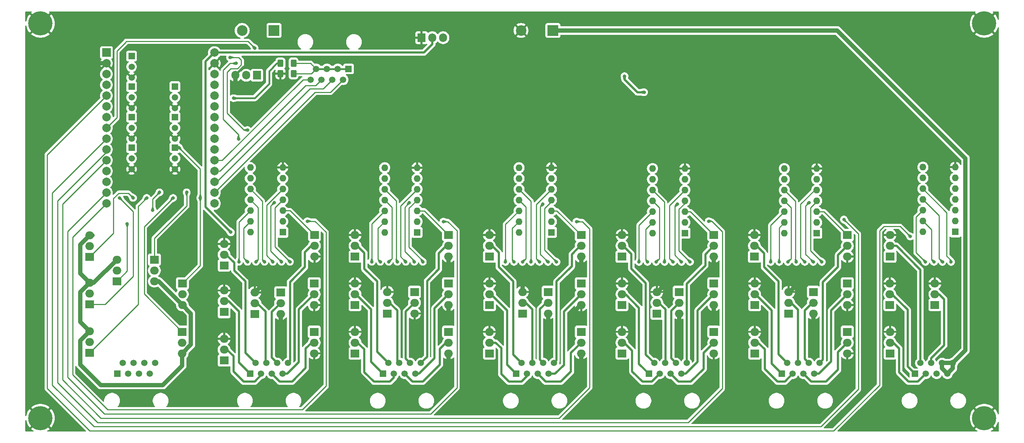
<source format=gbl>
G04 #@! TF.GenerationSoftware,KiCad,Pcbnew,8.0.1*
G04 #@! TF.CreationDate,2024-05-23T13:26:49+02:00*
G04 #@! TF.ProjectId,ShrackThingy,53687261-636b-4546-9869-6e67792e6b69,rev?*
G04 #@! TF.SameCoordinates,Original*
G04 #@! TF.FileFunction,Copper,L2,Bot*
G04 #@! TF.FilePolarity,Positive*
%FSLAX46Y46*%
G04 Gerber Fmt 4.6, Leading zero omitted, Abs format (unit mm)*
G04 Created by KiCad (PCBNEW 8.0.1) date 2024-05-23 13:26:49*
%MOMM*%
%LPD*%
G01*
G04 APERTURE LIST*
G04 Aperture macros list*
%AMRoundRect*
0 Rectangle with rounded corners*
0 $1 Rounding radius*
0 $2 $3 $4 $5 $6 $7 $8 $9 X,Y pos of 4 corners*
0 Add a 4 corners polygon primitive as box body*
4,1,4,$2,$3,$4,$5,$6,$7,$8,$9,$2,$3,0*
0 Add four circle primitives for the rounded corners*
1,1,$1+$1,$2,$3*
1,1,$1+$1,$4,$5*
1,1,$1+$1,$6,$7*
1,1,$1+$1,$8,$9*
0 Add four rect primitives between the rounded corners*
20,1,$1+$1,$2,$3,$4,$5,0*
20,1,$1+$1,$4,$5,$6,$7,0*
20,1,$1+$1,$6,$7,$8,$9,0*
20,1,$1+$1,$8,$9,$2,$3,0*%
G04 Aperture macros list end*
G04 #@! TA.AperFunction,ComponentPad*
%ADD10R,2.000000X1.905000*%
G04 #@! TD*
G04 #@! TA.AperFunction,ComponentPad*
%ADD11O,2.000000X1.905000*%
G04 #@! TD*
G04 #@! TA.AperFunction,ComponentPad*
%ADD12R,1.500000X1.500000*%
G04 #@! TD*
G04 #@! TA.AperFunction,ComponentPad*
%ADD13C,1.500000*%
G04 #@! TD*
G04 #@! TA.AperFunction,ComponentPad*
%ADD14R,1.600000X1.600000*%
G04 #@! TD*
G04 #@! TA.AperFunction,ComponentPad*
%ADD15O,1.600000X1.600000*%
G04 #@! TD*
G04 #@! TA.AperFunction,ComponentPad*
%ADD16R,2.500000X2.500000*%
G04 #@! TD*
G04 #@! TA.AperFunction,ComponentPad*
%ADD17C,2.500000*%
G04 #@! TD*
G04 #@! TA.AperFunction,ComponentPad*
%ADD18C,5.700000*%
G04 #@! TD*
G04 #@! TA.AperFunction,ComponentPad*
%ADD19R,1.905000X2.000000*%
G04 #@! TD*
G04 #@! TA.AperFunction,ComponentPad*
%ADD20O,1.905000X2.000000*%
G04 #@! TD*
G04 #@! TA.AperFunction,ComponentPad*
%ADD21R,2.000000X2.000000*%
G04 #@! TD*
G04 #@! TA.AperFunction,ComponentPad*
%ADD22C,2.000000*%
G04 #@! TD*
G04 #@! TA.AperFunction,SMDPad,CuDef*
%ADD23RoundRect,0.250000X0.400000X0.625000X-0.400000X0.625000X-0.400000X-0.625000X0.400000X-0.625000X0*%
G04 #@! TD*
G04 #@! TA.AperFunction,ViaPad*
%ADD24C,0.800000*%
G04 #@! TD*
G04 #@! TA.AperFunction,Conductor*
%ADD25C,1.000000*%
G04 #@! TD*
G04 #@! TA.AperFunction,Conductor*
%ADD26C,0.250000*%
G04 #@! TD*
G04 #@! TA.AperFunction,Conductor*
%ADD27C,0.500000*%
G04 #@! TD*
G04 #@! TA.AperFunction,Conductor*
%ADD28C,0.450000*%
G04 #@! TD*
G04 APERTURE END LIST*
D10*
X358655000Y-186540000D03*
D11*
X358655000Y-184000000D03*
X358655000Y-181460000D03*
D10*
X286000000Y-181460000D03*
D11*
X286000000Y-184000000D03*
X286000000Y-186540000D03*
D10*
X272200000Y-199940000D03*
D11*
X272200000Y-197400000D03*
X272200000Y-194860000D03*
D12*
X180240000Y-146460000D03*
D13*
X180240000Y-149000000D03*
X180240000Y-151540000D03*
D10*
X232800000Y-186540000D03*
D11*
X232800000Y-184000000D03*
X232800000Y-181460000D03*
D10*
X264455000Y-197940000D03*
D11*
X264455000Y-195400000D03*
X264455000Y-192860000D03*
D14*
X341400000Y-181025000D03*
D15*
X341400000Y-178485000D03*
X341400000Y-175945000D03*
X341400000Y-173405000D03*
X341400000Y-170865000D03*
X341400000Y-168325000D03*
X341400000Y-165785000D03*
X333780000Y-165785000D03*
X333780000Y-168325000D03*
X333780000Y-170865000D03*
X333780000Y-173405000D03*
X333780000Y-175945000D03*
X333780000Y-178485000D03*
X333780000Y-181025000D03*
D10*
X317200000Y-181460000D03*
D11*
X317200000Y-184000000D03*
X317200000Y-186540000D03*
D14*
X279000000Y-180825000D03*
D15*
X279000000Y-178285000D03*
X279000000Y-175745000D03*
X279000000Y-173205000D03*
X279000000Y-170665000D03*
X279000000Y-168125000D03*
X279000000Y-165585000D03*
X271380000Y-165585000D03*
X271380000Y-168125000D03*
X271380000Y-170665000D03*
X271380000Y-173205000D03*
X271380000Y-175745000D03*
X271380000Y-178285000D03*
X271380000Y-180825000D03*
D10*
X192200000Y-192860000D03*
D11*
X192200000Y-195400000D03*
X192200000Y-197940000D03*
D10*
X295600000Y-209340000D03*
D11*
X295600000Y-206800000D03*
X295600000Y-204260000D03*
D10*
X286000000Y-192860000D03*
D11*
X286000000Y-195400000D03*
X286000000Y-197940000D03*
D10*
X185600000Y-187260000D03*
D11*
X185600000Y-189800000D03*
X185600000Y-192340000D03*
D12*
X364520000Y-214150000D03*
D13*
X365790000Y-211610000D03*
X367060000Y-214150000D03*
X368330000Y-211610000D03*
X369600000Y-214150000D03*
X370870000Y-211610000D03*
X372140000Y-214150000D03*
X373410000Y-211610000D03*
D10*
X240400000Y-199940000D03*
D11*
X240400000Y-197400000D03*
X240400000Y-194860000D03*
D16*
X279350000Y-133245000D03*
D17*
X271850000Y-133245000D03*
D10*
X232800000Y-197940000D03*
D11*
X232800000Y-195400000D03*
X232800000Y-192860000D03*
D14*
X247400000Y-180825000D03*
D15*
X247400000Y-178285000D03*
X247400000Y-175745000D03*
X247400000Y-173205000D03*
X247400000Y-170665000D03*
X247400000Y-168125000D03*
X247400000Y-165585000D03*
X239780000Y-165585000D03*
X239780000Y-168125000D03*
X239780000Y-170665000D03*
X239780000Y-173205000D03*
X239780000Y-175745000D03*
X239780000Y-178285000D03*
X239780000Y-180825000D03*
D18*
X380800000Y-224600000D03*
D10*
X223200000Y-192860000D03*
D11*
X223200000Y-195400000D03*
X223200000Y-197940000D03*
D10*
X223250000Y-181460000D03*
D11*
X223250000Y-184000000D03*
X223250000Y-186540000D03*
D10*
X295600000Y-197940000D03*
D11*
X295600000Y-195400000D03*
X295600000Y-192860000D03*
D10*
X278200000Y-194860000D03*
D11*
X278200000Y-197400000D03*
X278200000Y-199940000D03*
D18*
X380800000Y-131600000D03*
D12*
X190440000Y-146460000D03*
D13*
X190440000Y-149000000D03*
X190440000Y-151540000D03*
D10*
X254800000Y-192860000D03*
D11*
X254800000Y-195400000D03*
X254800000Y-197940000D03*
D16*
X213750000Y-133245000D03*
D17*
X206250000Y-133245000D03*
D10*
X317200000Y-192860000D03*
D11*
X317200000Y-195400000D03*
X317200000Y-197940000D03*
D10*
X170400000Y-197800000D03*
D11*
X170400000Y-195260000D03*
X170400000Y-192720000D03*
D10*
X326800000Y-209340000D03*
D11*
X326800000Y-206800000D03*
X326800000Y-204260000D03*
D12*
X190440000Y-153660000D03*
D13*
X190440000Y-156200000D03*
X190440000Y-158740000D03*
D18*
X158800000Y-224600000D03*
D10*
X358600000Y-197940000D03*
D11*
X358600000Y-195400000D03*
X358600000Y-192860000D03*
D14*
X374000000Y-180700000D03*
D15*
X374000000Y-178160000D03*
X374000000Y-175620000D03*
X374000000Y-173080000D03*
X374000000Y-170540000D03*
X374000000Y-168000000D03*
X374000000Y-165460000D03*
X366380000Y-165460000D03*
X366380000Y-168000000D03*
X366380000Y-170540000D03*
X366380000Y-173080000D03*
X366380000Y-175620000D03*
X366380000Y-178160000D03*
X366380000Y-180700000D03*
D12*
X270717500Y-214150000D03*
D13*
X271987500Y-211610000D03*
X273257500Y-214150000D03*
X274527500Y-211610000D03*
X275797500Y-214150000D03*
X277067500Y-211610000D03*
X278337500Y-214150000D03*
X279607500Y-211610000D03*
D10*
X340600000Y-194860000D03*
D11*
X340600000Y-197400000D03*
X340600000Y-199940000D03*
D10*
X202000000Y-188600000D03*
D11*
X202000000Y-186060000D03*
X202000000Y-183520000D03*
D10*
X176800000Y-192340000D03*
D11*
X176800000Y-189800000D03*
X176800000Y-187260000D03*
D10*
X170400000Y-209200000D03*
D11*
X170400000Y-206660000D03*
X170400000Y-204120000D03*
D10*
X286000000Y-204260000D03*
D11*
X286000000Y-206800000D03*
X286000000Y-209340000D03*
D12*
X180240000Y-139260000D03*
D13*
X180240000Y-141800000D03*
X180240000Y-144340000D03*
D10*
X192145000Y-204260000D03*
D11*
X192145000Y-206800000D03*
X192145000Y-209340000D03*
D10*
X264400000Y-209340000D03*
D11*
X264400000Y-206800000D03*
X264400000Y-204260000D03*
D10*
X232800000Y-209340000D03*
D11*
X232800000Y-206800000D03*
X232800000Y-204260000D03*
D14*
X310400000Y-181025000D03*
D15*
X310400000Y-178485000D03*
X310400000Y-175945000D03*
X310400000Y-173405000D03*
X310400000Y-170865000D03*
X310400000Y-168325000D03*
X310400000Y-165785000D03*
X302780000Y-165785000D03*
X302780000Y-168325000D03*
X302780000Y-170865000D03*
X302780000Y-173405000D03*
X302780000Y-175945000D03*
X302780000Y-178485000D03*
X302780000Y-181025000D03*
D12*
X208165000Y-214150000D03*
D13*
X209435000Y-211610000D03*
X210705000Y-214150000D03*
X211975000Y-211610000D03*
X213245000Y-214150000D03*
X214515000Y-211610000D03*
X215785000Y-214150000D03*
X217055000Y-211610000D03*
D10*
X264400000Y-186540000D03*
D11*
X264400000Y-184000000D03*
X264400000Y-181460000D03*
D18*
X158800000Y-131600000D03*
D10*
X170400000Y-186600000D03*
D11*
X170400000Y-184060000D03*
X170400000Y-181520000D03*
D12*
X301915000Y-214150000D03*
D13*
X303185000Y-211610000D03*
X304455000Y-214150000D03*
X305725000Y-211610000D03*
X306995000Y-214150000D03*
X308265000Y-211610000D03*
X309535000Y-214150000D03*
X310805000Y-211610000D03*
D14*
X215800000Y-180800000D03*
D15*
X215800000Y-178260000D03*
X215800000Y-175720000D03*
X215800000Y-173180000D03*
X215800000Y-170640000D03*
X215800000Y-168100000D03*
X215800000Y-165560000D03*
X208180000Y-165560000D03*
X208180000Y-168100000D03*
X208180000Y-170640000D03*
X208180000Y-173180000D03*
X208180000Y-175720000D03*
X208180000Y-178260000D03*
X208180000Y-180800000D03*
D10*
X348600000Y-192860000D03*
D11*
X348600000Y-195400000D03*
X348600000Y-197940000D03*
D10*
X317200000Y-204260000D03*
D11*
X317200000Y-206800000D03*
X317200000Y-209340000D03*
D19*
X209740000Y-143800000D03*
D20*
X207200000Y-143800000D03*
X204660000Y-143800000D03*
D21*
X174320000Y-138460000D03*
D22*
X174320000Y-141000000D03*
X174320000Y-143540000D03*
X174320000Y-146080000D03*
X174320000Y-148620000D03*
X174320000Y-151160000D03*
X174320000Y-153700000D03*
X174320000Y-156240000D03*
X174320000Y-158780000D03*
X174320000Y-161320000D03*
X174320000Y-163860000D03*
X174320000Y-166400000D03*
X174320000Y-168940000D03*
X174320000Y-171480000D03*
X174320000Y-174020000D03*
X199720000Y-174020000D03*
X199720000Y-171480000D03*
X199720000Y-168940000D03*
X199720000Y-166400000D03*
X199720000Y-163860000D03*
X199720000Y-161320000D03*
X199720000Y-158780000D03*
X199720000Y-156240000D03*
X199720000Y-153700000D03*
X199720000Y-151160000D03*
X199720000Y-148620000D03*
X199720000Y-146080000D03*
X199720000Y-143540000D03*
X199720000Y-141000000D03*
X199720000Y-138460000D03*
D12*
X180240000Y-160860000D03*
D13*
X180240000Y-163400000D03*
X180240000Y-165940000D03*
D10*
X246800000Y-194860000D03*
D11*
X246800000Y-197400000D03*
X246800000Y-199940000D03*
D10*
X326745000Y-186540000D03*
D11*
X326745000Y-184000000D03*
X326745000Y-181460000D03*
D10*
X334800000Y-199940000D03*
D11*
X334800000Y-197400000D03*
X334800000Y-194860000D03*
D12*
X180240000Y-153660000D03*
D13*
X180240000Y-156200000D03*
X180240000Y-158740000D03*
D10*
X223200000Y-204260000D03*
D11*
X223200000Y-206800000D03*
X223200000Y-209340000D03*
D12*
X231282500Y-142300000D03*
D13*
X230012500Y-144840000D03*
X228742500Y-142300000D03*
X227472500Y-144840000D03*
X226202500Y-142300000D03*
X224932500Y-144840000D03*
X223662500Y-142300000D03*
X222392500Y-144840000D03*
D10*
X358655000Y-209340000D03*
D11*
X358655000Y-206800000D03*
X358655000Y-204260000D03*
D12*
X176915000Y-214150000D03*
D13*
X178185000Y-211610000D03*
X179455000Y-214150000D03*
X180725000Y-211610000D03*
X181995000Y-214150000D03*
X183265000Y-211610000D03*
X184535000Y-214150000D03*
X185805000Y-211610000D03*
D19*
X248460000Y-134945000D03*
D20*
X251000000Y-134945000D03*
X253540000Y-134945000D03*
D10*
X309055000Y-194860000D03*
D11*
X309055000Y-197400000D03*
X309055000Y-199940000D03*
D12*
X333217500Y-214150000D03*
D13*
X334487500Y-211610000D03*
X335757500Y-214150000D03*
X337027500Y-211610000D03*
X338297500Y-214150000D03*
X339567500Y-211610000D03*
X340837500Y-214150000D03*
X342107500Y-211610000D03*
D10*
X209250000Y-200040000D03*
D11*
X209250000Y-197500000D03*
X209250000Y-194960000D03*
D10*
X348600000Y-204260000D03*
D11*
X348600000Y-206800000D03*
X348600000Y-209340000D03*
D10*
X254800000Y-204260000D03*
D11*
X254800000Y-206800000D03*
X254800000Y-209340000D03*
D12*
X190440000Y-160860000D03*
D13*
X190440000Y-163400000D03*
X190440000Y-165940000D03*
D12*
X239415000Y-214150000D03*
D13*
X240685000Y-211610000D03*
X241955000Y-214150000D03*
X243225000Y-211610000D03*
X244495000Y-214150000D03*
X245765000Y-211610000D03*
X247035000Y-214150000D03*
X248305000Y-211610000D03*
D10*
X202000000Y-199600000D03*
D11*
X202000000Y-197060000D03*
X202000000Y-194520000D03*
D10*
X254800000Y-181460000D03*
D11*
X254800000Y-184000000D03*
X254800000Y-186540000D03*
D10*
X369200000Y-197940000D03*
D11*
X369200000Y-195400000D03*
X369200000Y-192860000D03*
D10*
X326800000Y-197940000D03*
D11*
X326800000Y-195400000D03*
X326800000Y-192860000D03*
D10*
X348600000Y-181460000D03*
D11*
X348600000Y-184000000D03*
X348600000Y-186540000D03*
D10*
X202000000Y-211000000D03*
D11*
X202000000Y-208460000D03*
X202000000Y-205920000D03*
D10*
X295600000Y-186540000D03*
D11*
X295600000Y-184000000D03*
X295600000Y-181460000D03*
D10*
X215305000Y-194960000D03*
D11*
X215305000Y-197500000D03*
X215305000Y-200040000D03*
D10*
X303800000Y-199940000D03*
D11*
X303800000Y-197400000D03*
X303800000Y-194860000D03*
D23*
X218350000Y-141000000D03*
X215250000Y-141000000D03*
X218350000Y-143400000D03*
X215250000Y-143400000D03*
D24*
X182600000Y-139200000D03*
X203600000Y-180800000D03*
X204200000Y-149200000D03*
X177400000Y-172700000D03*
X180600000Y-172700000D03*
X183800061Y-172700000D03*
X179200000Y-178800000D03*
X186800000Y-171400000D03*
X185200000Y-175600000D03*
X190000000Y-172700000D03*
X193200000Y-171400000D03*
X191400000Y-160860000D03*
X196400000Y-172700000D03*
X207500000Y-187750000D03*
X217500000Y-187750000D03*
X245575000Y-173825954D03*
X246750000Y-187750000D03*
X272200000Y-187800000D03*
X301600000Y-187800000D03*
X311600000Y-187800000D03*
X340600000Y-187800000D03*
X339600000Y-173800000D03*
X371000000Y-187800000D03*
X373000000Y-187800000D03*
X205500000Y-187750000D03*
X244750000Y-187750000D03*
X274200000Y-187800000D03*
X299600000Y-187800000D03*
X338600000Y-187800000D03*
X209500000Y-187750000D03*
X238750000Y-187750000D03*
X248750000Y-187750000D03*
X278200000Y-187800000D03*
X277000000Y-174200000D03*
X303600000Y-187800000D03*
X332600000Y-187800000D03*
X342600000Y-187800000D03*
X209200000Y-137400000D03*
X211500000Y-187750000D03*
X236750000Y-187750000D03*
X276200000Y-187800000D03*
X305600000Y-187800000D03*
X330600000Y-187800000D03*
X215500000Y-187750000D03*
X213803364Y-173803364D03*
X240750000Y-187750000D03*
X270200000Y-187800000D03*
X280200000Y-187800000D03*
X309600000Y-187800000D03*
X308600000Y-174200000D03*
X334600000Y-187800000D03*
X369000000Y-187800000D03*
X213500000Y-187750000D03*
X242750000Y-187750000D03*
X268200000Y-187800000D03*
X307600000Y-187800000D03*
X336600000Y-187800000D03*
X367000000Y-187800000D03*
X221600000Y-178200000D03*
X300800000Y-147800000D03*
X296200000Y-144000000D03*
X205400000Y-158800000D03*
X204800000Y-141000000D03*
X203400000Y-139600000D03*
X207516636Y-156716636D03*
X253600000Y-178285000D03*
X284915000Y-178285000D03*
X316000000Y-178200000D03*
X347800000Y-177800000D03*
X363400000Y-181800000D03*
D25*
X186600000Y-192340000D02*
X192200000Y-197940000D01*
X170400000Y-181520000D02*
X171060000Y-181520000D01*
X376400000Y-208620000D02*
X373410000Y-211610000D01*
X173000000Y-216800000D02*
X168200000Y-212000000D01*
X168200000Y-190520000D02*
X170400000Y-192720000D01*
X192145000Y-209340000D02*
X194200000Y-207285000D01*
X168200000Y-206320000D02*
X170400000Y-204120000D01*
X192145000Y-212255000D02*
X187600000Y-216800000D01*
X373410000Y-211610000D02*
X373410000Y-212880000D01*
X376400000Y-163400000D02*
X376400000Y-208620000D01*
X373410000Y-212880000D02*
X372140000Y-214150000D01*
X192145000Y-209340000D02*
X192145000Y-212255000D01*
X370870000Y-211610000D02*
X370870000Y-212880000D01*
X170400000Y-181520000D02*
X168200000Y-183720000D01*
X370870000Y-212880000D02*
X372140000Y-214150000D01*
X168200000Y-212000000D02*
X168200000Y-206320000D01*
X171340000Y-192720000D02*
X176800000Y-187260000D01*
X346245000Y-133245000D02*
X376400000Y-163400000D01*
X187600000Y-216800000D02*
X173000000Y-216800000D01*
X194200000Y-207285000D02*
X194200000Y-199940000D01*
X168200000Y-201920000D02*
X170400000Y-204120000D01*
X168200000Y-194920000D02*
X168200000Y-201920000D01*
X279350000Y-133245000D02*
X346245000Y-133245000D01*
X370870000Y-211610000D02*
X373410000Y-211610000D01*
X168200000Y-183720000D02*
X168200000Y-190520000D01*
X170400000Y-192720000D02*
X171340000Y-192720000D01*
X170400000Y-192720000D02*
X168200000Y-194920000D01*
X194200000Y-199940000D02*
X192200000Y-197940000D01*
X185600000Y-192340000D02*
X186600000Y-192340000D01*
X309055000Y-199940000D02*
X309055000Y-201945000D01*
X254800000Y-186540000D02*
X254800000Y-188600000D01*
X272200000Y-194860000D02*
X272200000Y-192800000D01*
X340600000Y-199940000D02*
X340600000Y-202000000D01*
X286000000Y-186540000D02*
X286000000Y-188600000D01*
D26*
X182600000Y-141980000D02*
X180240000Y-144340000D01*
D25*
X254800000Y-197940000D02*
X254800000Y-200000000D01*
X303800000Y-194860000D02*
X303940000Y-194860000D01*
X303940000Y-194860000D02*
X305200000Y-193600000D01*
X286000000Y-197940000D02*
X285860000Y-197940000D01*
D27*
X204660000Y-143740000D02*
X206600000Y-141800000D01*
X204660000Y-143800000D02*
X204660000Y-143740000D01*
D25*
X204660000Y-143800000D02*
X204660000Y-145740000D01*
X285860000Y-197940000D02*
X284600000Y-199200000D01*
X286000000Y-209340000D02*
X286000000Y-211400000D01*
D26*
X182600000Y-139200000D02*
X182600000Y-141980000D01*
D25*
X317200000Y-186540000D02*
X317200000Y-188600000D01*
X209250000Y-194960000D02*
X209250000Y-194950000D01*
X334940000Y-194860000D02*
X336200000Y-193600000D01*
X334800000Y-194860000D02*
X334940000Y-194860000D01*
X317200000Y-197940000D02*
X317200000Y-200000000D01*
X174320000Y-141000000D02*
X172200000Y-141000000D01*
X278200000Y-199940000D02*
X278200000Y-202000000D01*
X209250000Y-194950000D02*
X210400000Y-193800000D01*
X215305000Y-200040000D02*
X215305000Y-201905000D01*
X254800000Y-209340000D02*
X254800000Y-211200000D01*
D27*
X203600000Y-180800000D02*
X197600000Y-174800000D01*
X248985000Y-138460000D02*
X199720000Y-138460000D01*
X197600000Y-174800000D02*
X197600000Y-140580000D01*
X251000000Y-136445000D02*
X248985000Y-138460000D01*
X197600000Y-140580000D02*
X199720000Y-138460000D01*
X251000000Y-134945000D02*
X251000000Y-136445000D01*
X206600000Y-216000000D02*
X209200000Y-216000000D01*
X204200000Y-210000000D02*
X204200000Y-213600000D01*
X209200000Y-216000000D02*
X210705000Y-214495000D01*
X210705000Y-214495000D02*
X210705000Y-214150000D01*
X202000000Y-208460000D02*
X202660000Y-208460000D01*
X204200000Y-213600000D02*
X206600000Y-216000000D01*
X202660000Y-208460000D02*
X204200000Y-210000000D01*
X215785000Y-214150000D02*
X216845660Y-214150000D01*
X216845660Y-214150000D02*
X219600000Y-211395660D01*
X219600000Y-211395660D02*
X219600000Y-199000000D01*
X219600000Y-199000000D02*
X223200000Y-195400000D01*
X222600000Y-206800000D02*
X223200000Y-206800000D01*
X215095000Y-216000000D02*
X218000000Y-216000000D01*
X213245000Y-214150000D02*
X215095000Y-216000000D01*
X221200000Y-208200000D02*
X222600000Y-206800000D01*
X218000000Y-216000000D02*
X221200000Y-212800000D01*
X221200000Y-212800000D02*
X221200000Y-208200000D01*
X221000000Y-185500000D02*
X221000000Y-189000000D01*
X221000000Y-189000000D02*
X217500000Y-192500000D01*
X223250000Y-184000000D02*
X222500000Y-184000000D01*
X217500000Y-192500000D02*
X217500000Y-211165000D01*
X222500000Y-184000000D02*
X221000000Y-185500000D01*
X217500000Y-211165000D02*
X217055000Y-211610000D01*
X213250000Y-210345000D02*
X214515000Y-211610000D01*
X215305000Y-197500000D02*
X213250000Y-199555000D01*
X215000000Y-197500000D02*
X215305000Y-197500000D01*
X213250000Y-199555000D02*
X213250000Y-210345000D01*
X211750000Y-199487500D02*
X211750000Y-211385000D01*
X211750000Y-211385000D02*
X211975000Y-211610000D01*
X209250000Y-197500000D02*
X209762500Y-197500000D01*
X209762500Y-197500000D02*
X211750000Y-199487500D01*
X202460000Y-186060000D02*
X204400000Y-188000000D01*
X202000000Y-186060000D02*
X202460000Y-186060000D01*
X204400000Y-189800000D02*
X207000000Y-192400000D01*
X207000000Y-209175000D02*
X209435000Y-211610000D01*
X204400000Y-188000000D02*
X204400000Y-189800000D01*
X207000000Y-192400000D02*
X207000000Y-209175000D01*
X208165000Y-214150000D02*
X205500000Y-211485000D01*
X205500000Y-199500000D02*
X203060000Y-197060000D01*
X205500000Y-211485000D02*
X205500000Y-199500000D01*
X203060000Y-197060000D02*
X202000000Y-197060000D01*
X246800000Y-197400000D02*
X244750000Y-199450000D01*
X244750000Y-210595000D02*
X245765000Y-211610000D01*
X244750000Y-199450000D02*
X244750000Y-210595000D01*
X242750000Y-199237500D02*
X240912500Y-197400000D01*
X242750000Y-211135000D02*
X242750000Y-199237500D01*
X243225000Y-211610000D02*
X242750000Y-211135000D01*
X240912500Y-197400000D02*
X240400000Y-197400000D01*
X254800000Y-184000000D02*
X254250000Y-184000000D01*
X252500000Y-189500000D02*
X249750000Y-192250000D01*
X252500000Y-185750000D02*
X252500000Y-189500000D01*
X249750000Y-192250000D02*
X249750000Y-210165000D01*
X249750000Y-210165000D02*
X248305000Y-211610000D01*
X254250000Y-184000000D02*
X252500000Y-185750000D01*
X233400000Y-206800000D02*
X232800000Y-206800000D01*
X241000000Y-216000000D02*
X237250000Y-216000000D01*
X241955000Y-215045000D02*
X241000000Y-216000000D01*
X241955000Y-214150000D02*
X241955000Y-215045000D01*
X235000000Y-213750000D02*
X235000000Y-208400000D01*
X235000000Y-208400000D02*
X233400000Y-206800000D01*
X237250000Y-216000000D02*
X235000000Y-213750000D01*
X235000000Y-189400000D02*
X235000000Y-185687500D01*
X238000000Y-208925000D02*
X238000000Y-192400000D01*
X233312500Y-184000000D02*
X232800000Y-184000000D01*
X240685000Y-211610000D02*
X238000000Y-208925000D01*
X238000000Y-192400000D02*
X235000000Y-189400000D01*
X235000000Y-185687500D02*
X233312500Y-184000000D01*
X236600000Y-211335000D02*
X236600000Y-199000000D01*
X236600000Y-199000000D02*
X233000000Y-195400000D01*
X233000000Y-195400000D02*
X232800000Y-195400000D01*
X239415000Y-214150000D02*
X236600000Y-211335000D01*
X251500000Y-198700000D02*
X254800000Y-195400000D01*
X251500000Y-210501739D02*
X251500000Y-198700000D01*
X247035000Y-214150000D02*
X247851739Y-214150000D01*
X247851739Y-214150000D02*
X251500000Y-210501739D01*
X252750000Y-208250000D02*
X252750000Y-212000000D01*
X254200000Y-206800000D02*
X252750000Y-208250000D01*
X252750000Y-212000000D02*
X248750000Y-216000000D01*
X254800000Y-206800000D02*
X254200000Y-206800000D01*
X248750000Y-216000000D02*
X246345000Y-216000000D01*
X246345000Y-216000000D02*
X244495000Y-214150000D01*
X281950000Y-199450000D02*
X281950000Y-212050000D01*
X281950000Y-212050000D02*
X279850000Y-214150000D01*
X279850000Y-214150000D02*
X278337500Y-214150000D01*
X286000000Y-195400000D02*
X281950000Y-199450000D01*
X272200000Y-197400000D02*
X273000000Y-197400000D01*
X274527500Y-198927500D02*
X274527500Y-211610000D01*
X273000000Y-197400000D02*
X274527500Y-198927500D01*
X283800000Y-186000000D02*
X285800000Y-184000000D01*
X285800000Y-184000000D02*
X286000000Y-184000000D01*
X280200000Y-192400000D02*
X283800000Y-188800000D01*
X279607500Y-211610000D02*
X280200000Y-211017500D01*
X280200000Y-211017500D02*
X280200000Y-192400000D01*
X283800000Y-188800000D02*
X283800000Y-186000000D01*
X278200000Y-197400000D02*
X277800000Y-197400000D01*
X277800000Y-197400000D02*
X276317500Y-198882500D01*
X276317500Y-198882500D02*
X276317500Y-210860000D01*
X276317500Y-210860000D02*
X277067500Y-211610000D01*
X267200000Y-214200000D02*
X267200000Y-208100000D01*
X269000000Y-216000000D02*
X267200000Y-214200000D01*
X273257500Y-214742500D02*
X272000000Y-216000000D01*
X265900000Y-206800000D02*
X264400000Y-206800000D01*
X267200000Y-208100000D02*
X265900000Y-206800000D01*
X273257500Y-214150000D02*
X273257500Y-214742500D01*
X272000000Y-216000000D02*
X269000000Y-216000000D01*
X270000000Y-192400000D02*
X270000000Y-209622500D01*
X270000000Y-209622500D02*
X271987500Y-211610000D01*
X265000000Y-184000000D02*
X266600000Y-185600000D01*
X266600000Y-189000000D02*
X270000000Y-192400000D01*
X264400000Y-184000000D02*
X265000000Y-184000000D01*
X266600000Y-185600000D02*
X266600000Y-189000000D01*
X286000000Y-206800000D02*
X283600000Y-209200000D01*
X281200000Y-216000000D02*
X277647500Y-216000000D01*
X283600000Y-209200000D02*
X283600000Y-213600000D01*
X283600000Y-213600000D02*
X281200000Y-216000000D01*
X277647500Y-216000000D02*
X275797500Y-214150000D01*
X268600000Y-199200000D02*
X268600000Y-212032500D01*
X264800000Y-195400000D02*
X268600000Y-199200000D01*
X268600000Y-212032500D02*
X270717500Y-214150000D01*
X264455000Y-195400000D02*
X264800000Y-195400000D01*
X315200000Y-188600000D02*
X315200000Y-186000000D01*
X310805000Y-192995000D02*
X315200000Y-188600000D01*
X315200000Y-186000000D02*
X317200000Y-184000000D01*
X310805000Y-211610000D02*
X310805000Y-192995000D01*
X307175000Y-199280000D02*
X309055000Y-197400000D01*
X307175000Y-210520000D02*
X307175000Y-199280000D01*
X308265000Y-211610000D02*
X307175000Y-210520000D01*
X309055000Y-197400000D02*
X308600000Y-197400000D01*
X299600000Y-211835000D02*
X301915000Y-214150000D01*
X296400000Y-195400000D02*
X299600000Y-198600000D01*
X299600000Y-198600000D02*
X299600000Y-211835000D01*
X295600000Y-195400000D02*
X296400000Y-195400000D01*
X297800000Y-189400000D02*
X301200000Y-192800000D01*
X301200000Y-192800000D02*
X301200000Y-209625000D01*
X295862500Y-184000000D02*
X297800000Y-185937500D01*
X295600000Y-184000000D02*
X295862500Y-184000000D01*
X301200000Y-209625000D02*
X303185000Y-211610000D01*
X297800000Y-185937500D02*
X297800000Y-189400000D01*
X304200000Y-197400000D02*
X305800000Y-199000000D01*
X305800000Y-211535000D02*
X305725000Y-211610000D01*
X305800000Y-199000000D02*
X305800000Y-211535000D01*
X303800000Y-197400000D02*
X304200000Y-197400000D01*
X306995000Y-214150000D02*
X308845000Y-216000000D01*
X311800000Y-216000000D02*
X314800000Y-213000000D01*
X314800000Y-209200000D02*
X317200000Y-206800000D01*
X308845000Y-216000000D02*
X311800000Y-216000000D01*
X314800000Y-213000000D02*
X314800000Y-209200000D01*
X302605000Y-216000000D02*
X300400000Y-216000000D01*
X298000000Y-208687500D02*
X296112500Y-206800000D01*
X300400000Y-216000000D02*
X298000000Y-213600000D01*
X296112500Y-206800000D02*
X295600000Y-206800000D01*
X298000000Y-213600000D02*
X298000000Y-208687500D01*
X304455000Y-214150000D02*
X302605000Y-216000000D01*
X313400000Y-199200000D02*
X317200000Y-195400000D01*
X313400000Y-211345660D02*
X313400000Y-199200000D01*
X309535000Y-214150000D02*
X310595660Y-214150000D01*
X310595660Y-214150000D02*
X313400000Y-211345660D01*
X346400000Y-209000000D02*
X348600000Y-206800000D01*
X340147500Y-216000000D02*
X343600000Y-216000000D01*
X343600000Y-216000000D02*
X346400000Y-213200000D01*
X338297500Y-214150000D02*
X340147500Y-216000000D01*
X346400000Y-213200000D02*
X346400000Y-209000000D01*
X341898160Y-214150000D02*
X344800000Y-211248160D01*
X340837500Y-214150000D02*
X341898160Y-214150000D01*
X344800000Y-211248160D02*
X344800000Y-199200000D01*
X344800000Y-199200000D02*
X348600000Y-195400000D01*
X330800000Y-199200000D02*
X327000000Y-195400000D01*
X333217500Y-214150000D02*
X330800000Y-211732500D01*
X330800000Y-211732500D02*
X330800000Y-199200000D01*
X327000000Y-195400000D02*
X326800000Y-195400000D01*
X342107500Y-211610000D02*
X342857500Y-210860000D01*
X346400000Y-186200000D02*
X348600000Y-184000000D01*
X342857500Y-210860000D02*
X342857500Y-192542500D01*
X346400000Y-189000000D02*
X346400000Y-186200000D01*
X342857500Y-192542500D02*
X346400000Y-189000000D01*
X332400000Y-209522500D02*
X332400000Y-192400000D01*
X332400000Y-192400000D02*
X329000000Y-189000000D01*
X329000000Y-189000000D02*
X329000000Y-185742500D01*
X327257500Y-184000000D02*
X326745000Y-184000000D01*
X334487500Y-211610000D02*
X332400000Y-209522500D01*
X329000000Y-185742500D02*
X327257500Y-184000000D01*
X337027500Y-199027500D02*
X337027500Y-211610000D01*
X334800000Y-197400000D02*
X335400000Y-197400000D01*
X335400000Y-197400000D02*
X337027500Y-199027500D01*
X326800000Y-206800000D02*
X327600000Y-206800000D01*
X333907500Y-216000000D02*
X335757500Y-214150000D01*
X332200000Y-216000000D02*
X333907500Y-216000000D01*
X327600000Y-206800000D02*
X329200000Y-208400000D01*
X329200000Y-208400000D02*
X329200000Y-213000000D01*
X329200000Y-213000000D02*
X332200000Y-216000000D01*
X338600000Y-199200000D02*
X338600000Y-210642500D01*
X338600000Y-210642500D02*
X339567500Y-211610000D01*
X340400000Y-197400000D02*
X338600000Y-199200000D01*
X340600000Y-197400000D02*
X340400000Y-197400000D01*
X358600000Y-195400000D02*
X359112500Y-195400000D01*
X359112500Y-195400000D02*
X362800000Y-199087500D01*
X362800000Y-199087500D02*
X362800000Y-212430000D01*
X362800000Y-212430000D02*
X364520000Y-214150000D01*
X359400000Y-206800000D02*
X360800000Y-208200000D01*
X363000000Y-216000000D02*
X365210000Y-216000000D01*
X365210000Y-216000000D02*
X367060000Y-214150000D01*
X360800000Y-208200000D02*
X360800000Y-213800000D01*
X360800000Y-213800000D02*
X363000000Y-216000000D01*
X358655000Y-206800000D02*
X359400000Y-206800000D01*
X365790000Y-189635000D02*
X365790000Y-211610000D01*
X358655000Y-184000000D02*
X360155000Y-184000000D01*
X360155000Y-184000000D02*
X365790000Y-189635000D01*
X371400000Y-207400000D02*
X368330000Y-210470000D01*
X371400000Y-196600000D02*
X371400000Y-207400000D01*
X369200000Y-195400000D02*
X370200000Y-195400000D01*
X370200000Y-195400000D02*
X371400000Y-196600000D01*
X368330000Y-210470000D02*
X368330000Y-211610000D01*
D28*
X204200000Y-149200000D02*
X209200000Y-149200000D01*
X214400000Y-141000000D02*
X215250000Y-141000000D01*
X212600000Y-142800000D02*
X214400000Y-141000000D01*
X212600000Y-145800000D02*
X212600000Y-142800000D01*
X209200000Y-149200000D02*
X212600000Y-145800000D01*
D26*
X221200000Y-146200000D02*
X201000000Y-166400000D01*
X201000000Y-166400000D02*
X199720000Y-166400000D01*
X223572500Y-146200000D02*
X221200000Y-146200000D01*
X224932500Y-144840000D02*
X223572500Y-146200000D01*
X227052500Y-147800000D02*
X230012500Y-144840000D01*
X199720000Y-171480000D02*
X223400000Y-147800000D01*
X223400000Y-147800000D02*
X227052500Y-147800000D01*
X222200000Y-147000000D02*
X200260000Y-168940000D01*
X225312500Y-147000000D02*
X222200000Y-147000000D01*
X227472500Y-144840000D02*
X225312500Y-147000000D01*
X200260000Y-168940000D02*
X199720000Y-168940000D01*
X220560000Y-144840000D02*
X222392500Y-144840000D01*
X201540000Y-163860000D02*
X220560000Y-144840000D01*
X199720000Y-163860000D02*
X201540000Y-163860000D01*
X180600000Y-175900000D02*
X180600000Y-191200000D01*
X180600000Y-191200000D02*
X174000000Y-197800000D01*
X174000000Y-197800000D02*
X170400000Y-197800000D01*
X177400000Y-172700000D02*
X180600000Y-175900000D01*
X176000000Y-172800000D02*
X176000000Y-181000000D01*
X180600000Y-172700000D02*
X179500000Y-171600000D01*
X176000000Y-181000000D02*
X170400000Y-186600000D01*
X177200000Y-171600000D02*
X176000000Y-172800000D01*
X179500000Y-171600000D02*
X177200000Y-171600000D01*
X181800000Y-197800000D02*
X170400000Y-209200000D01*
X183800061Y-172700000D02*
X181800000Y-174700061D01*
X181800000Y-174700061D02*
X181800000Y-197800000D01*
X185200000Y-173000000D02*
X186800000Y-171400000D01*
X185200000Y-175600000D02*
X185200000Y-173000000D01*
X179200000Y-178800000D02*
X179200000Y-189940000D01*
X179200000Y-189940000D02*
X176800000Y-192340000D01*
X190000000Y-172700000D02*
X183200000Y-179500000D01*
X183200000Y-179500000D02*
X183200000Y-195315000D01*
X183200000Y-195315000D02*
X192145000Y-204260000D01*
X193200000Y-171400000D02*
X193200000Y-174600000D01*
X185600000Y-182200000D02*
X185600000Y-187260000D01*
X193200000Y-174600000D02*
X185600000Y-182200000D01*
X196400000Y-188660000D02*
X192200000Y-192860000D01*
X196400000Y-165860000D02*
X196400000Y-172700000D01*
X191400000Y-160860000D02*
X196400000Y-165860000D01*
X196400000Y-172700000D02*
X196400000Y-188660000D01*
X207500000Y-187750000D02*
X206600000Y-186850000D01*
X206600000Y-179840000D02*
X208180000Y-178260000D01*
X206600000Y-186850000D02*
X206600000Y-179840000D01*
X214000000Y-184250000D02*
X214000000Y-174980000D01*
X214000000Y-174980000D02*
X215800000Y-173180000D01*
X217500000Y-187750000D02*
X214000000Y-184250000D01*
X244500000Y-185300000D02*
X244500000Y-174900954D01*
X246750000Y-187550000D02*
X244500000Y-185300000D01*
X244500000Y-174900954D02*
X245575000Y-173825954D01*
X246750000Y-187750000D02*
X246750000Y-187550000D01*
X271380000Y-173205000D02*
X273000000Y-174825000D01*
X273000000Y-187000000D02*
X272200000Y-187800000D01*
X273000000Y-174825000D02*
X273000000Y-187000000D01*
X301200000Y-187400000D02*
X301200000Y-180065000D01*
X301200000Y-180065000D02*
X302780000Y-178485000D01*
X301600000Y-187800000D02*
X301200000Y-187400000D01*
X309000000Y-185200000D02*
X309000000Y-175366727D01*
X310400000Y-173966727D02*
X310400000Y-173405000D01*
X311600000Y-187800000D02*
X309000000Y-185200000D01*
X309000000Y-175366727D02*
X310400000Y-173966727D01*
X339600000Y-173800000D02*
X338800000Y-174600000D01*
X338800000Y-186000000D02*
X340600000Y-187800000D01*
X338800000Y-174600000D02*
X338800000Y-186000000D01*
X370200000Y-187000000D02*
X370200000Y-176900000D01*
X370200000Y-176900000D02*
X366380000Y-173080000D01*
X371000000Y-187800000D02*
X370200000Y-187000000D01*
X372000000Y-186400000D02*
X372000000Y-176160000D01*
X373000000Y-187400000D02*
X372000000Y-186400000D01*
X372000000Y-176160000D02*
X366380000Y-170540000D01*
X373000000Y-187800000D02*
X373000000Y-187400000D01*
X205500000Y-178400000D02*
X205500000Y-187750000D01*
X208180000Y-175720000D02*
X205500000Y-178400000D01*
X217510000Y-175720000D02*
X223250000Y-181460000D01*
X215800000Y-175720000D02*
X217510000Y-175720000D01*
X244750000Y-187750000D02*
X243500000Y-186500000D01*
X243500000Y-186500000D02*
X243500000Y-174565000D01*
X243500000Y-174565000D02*
X247400000Y-170665000D01*
X274200000Y-187800000D02*
X274200000Y-173485000D01*
X274200000Y-173485000D02*
X271380000Y-170665000D01*
X302580000Y-175745000D02*
X302180000Y-175745000D01*
X299600000Y-187800000D02*
X299600000Y-179125000D01*
X299600000Y-179125000D02*
X302780000Y-175945000D01*
X311685000Y-175945000D02*
X317200000Y-181460000D01*
X310400000Y-175945000D02*
X311685000Y-175945000D01*
X340935000Y-170865000D02*
X341400000Y-170865000D01*
X338600000Y-187800000D02*
X337600000Y-186800000D01*
X337600000Y-186800000D02*
X337600000Y-174200000D01*
X337600000Y-174200000D02*
X340935000Y-170865000D01*
X210000000Y-187250000D02*
X210000000Y-175000000D01*
X209500000Y-187750000D02*
X210000000Y-187250000D01*
X210000000Y-175000000D02*
X208180000Y-173180000D01*
X238200000Y-179865000D02*
X239780000Y-178285000D01*
X238200000Y-187200000D02*
X238200000Y-179865000D01*
X238750000Y-187750000D02*
X238200000Y-187200000D01*
X245500000Y-175105000D02*
X247400000Y-173205000D01*
X248750000Y-187750000D02*
X248750000Y-187550000D01*
X245500000Y-184300000D02*
X245500000Y-175105000D01*
X248750000Y-187550000D02*
X245500000Y-184300000D01*
X277000000Y-174200000D02*
X276400000Y-174800000D01*
X276400000Y-186000000D02*
X278200000Y-187800000D01*
X276400000Y-174800000D02*
X276400000Y-186000000D01*
X303600000Y-187800000D02*
X304400000Y-187000000D01*
X304400000Y-187000000D02*
X304400000Y-175025000D01*
X304400000Y-175025000D02*
X302780000Y-173405000D01*
X332555000Y-179710000D02*
X333780000Y-178485000D01*
X332555000Y-187755000D02*
X332555000Y-179710000D01*
X332600000Y-187800000D02*
X332555000Y-187755000D01*
X340000000Y-174966727D02*
X341400000Y-173566727D01*
X340000000Y-185200000D02*
X340000000Y-174966727D01*
X342600000Y-187800000D02*
X340000000Y-185200000D01*
X341400000Y-173566727D02*
X341400000Y-173405000D01*
X176800000Y-138090000D02*
X176800000Y-153760000D01*
X179000000Y-135800000D02*
X178800000Y-136000000D01*
X207600000Y-135800000D02*
X179000000Y-135800000D01*
X178800000Y-136090000D02*
X176800000Y-138090000D01*
X209200000Y-137400000D02*
X207600000Y-135800000D01*
X178800000Y-136000000D02*
X178800000Y-136090000D01*
X176800000Y-153760000D02*
X174320000Y-156240000D01*
X211000000Y-187250000D02*
X211000000Y-173460000D01*
X211500000Y-187750000D02*
X211000000Y-187250000D01*
X211000000Y-173460000D02*
X208180000Y-170640000D01*
X236750000Y-178775000D02*
X239780000Y-175745000D01*
X236750000Y-187750000D02*
X236750000Y-178775000D01*
X247400000Y-175745000D02*
X249085000Y-175745000D01*
X249085000Y-175745000D02*
X254800000Y-181460000D01*
X276200000Y-187800000D02*
X275400000Y-187000000D01*
X275400000Y-187000000D02*
X275400000Y-174265000D01*
X275400000Y-174265000D02*
X279000000Y-170665000D01*
X305600000Y-173685000D02*
X302780000Y-170865000D01*
X305600000Y-187800000D02*
X305600000Y-173685000D01*
X330600000Y-179125000D02*
X333780000Y-175945000D01*
X330600000Y-187800000D02*
X330600000Y-179125000D01*
X343085000Y-175945000D02*
X348600000Y-181460000D01*
X341400000Y-175945000D02*
X343085000Y-175945000D01*
X213803364Y-173803364D02*
X213000000Y-174606728D01*
X213000000Y-185250000D02*
X215500000Y-187750000D01*
X213000000Y-174606728D02*
X213000000Y-185250000D01*
X241500000Y-187000000D02*
X241500000Y-174925000D01*
X241500000Y-174925000D02*
X239780000Y-173205000D01*
X240750000Y-187750000D02*
X241500000Y-187000000D01*
X269800000Y-187400000D02*
X270200000Y-187800000D01*
X269800000Y-179865000D02*
X269800000Y-187400000D01*
X271380000Y-178285000D02*
X269800000Y-179865000D01*
X279000000Y-173591727D02*
X279000000Y-173205000D01*
X277400000Y-185000000D02*
X277400000Y-175191727D01*
X277400000Y-175191727D02*
X279000000Y-173591727D01*
X280200000Y-187800000D02*
X277400000Y-185000000D01*
X308000000Y-186200000D02*
X309600000Y-187800000D01*
X308600000Y-174200000D02*
X308000000Y-174800000D01*
X308000000Y-174800000D02*
X308000000Y-186200000D01*
X334600000Y-187800000D02*
X335400000Y-187000000D01*
X335400000Y-175025000D02*
X333780000Y-173405000D01*
X335400000Y-187000000D02*
X335400000Y-175025000D01*
X368400000Y-187200000D02*
X368400000Y-180180000D01*
X368400000Y-180180000D02*
X366380000Y-178160000D01*
X369000000Y-187800000D02*
X368400000Y-187200000D01*
X212000000Y-174440000D02*
X215800000Y-170640000D01*
X212000000Y-186250000D02*
X212000000Y-174440000D01*
X213500000Y-187750000D02*
X212000000Y-186250000D01*
X242500000Y-173385000D02*
X239780000Y-170665000D01*
X242500000Y-187500000D02*
X242500000Y-173385000D01*
X242750000Y-187750000D02*
X242500000Y-187500000D01*
X268200000Y-187800000D02*
X268200000Y-178925000D01*
X268200000Y-178925000D02*
X271380000Y-175745000D01*
X280285000Y-175745000D02*
X286000000Y-181460000D01*
X279000000Y-175745000D02*
X280285000Y-175745000D01*
X306800000Y-187000000D02*
X306800000Y-174465000D01*
X306800000Y-174465000D02*
X310400000Y-170865000D01*
X307600000Y-187800000D02*
X306800000Y-187000000D01*
X336400000Y-173485000D02*
X333780000Y-170865000D01*
X336600000Y-187800000D02*
X336400000Y-187600000D01*
X336400000Y-187600000D02*
X336400000Y-173485000D01*
X364800000Y-185600000D02*
X364800000Y-177200000D01*
X367000000Y-187800000D02*
X364800000Y-185600000D01*
X364800000Y-177200000D02*
X366380000Y-175620000D01*
X220400000Y-222600000D02*
X174600000Y-222600000D01*
X226000000Y-217000000D02*
X220400000Y-222600000D01*
X226000000Y-180800000D02*
X226000000Y-217000000D01*
X223400000Y-178200000D02*
X226000000Y-180800000D01*
X166400000Y-214400000D02*
X166400000Y-181940000D01*
X166400000Y-181940000D02*
X174320000Y-174020000D01*
X174600000Y-222600000D02*
X166400000Y-214400000D01*
X221600000Y-178200000D02*
X223400000Y-178200000D01*
D27*
X300800000Y-147800000D02*
X299200000Y-147800000D01*
X296200000Y-144800000D02*
X296200000Y-144000000D01*
X299200000Y-147800000D02*
X296200000Y-144800000D01*
D26*
X205400000Y-157800000D02*
X205400000Y-158800000D01*
X204800000Y-141000000D02*
X203400000Y-141000000D01*
X201800000Y-154200000D02*
X205400000Y-157800000D01*
X203400000Y-141000000D02*
X201800000Y-142600000D01*
X201800000Y-142600000D02*
X201800000Y-154200000D01*
X206716636Y-156716636D02*
X207516636Y-156716636D01*
X203600000Y-142200000D02*
X202750000Y-143050000D01*
X202750000Y-143050000D02*
X202750000Y-152750000D01*
X205166727Y-142200000D02*
X203600000Y-142200000D01*
X206025000Y-141341727D02*
X205166727Y-142200000D01*
X206025000Y-140225000D02*
X206025000Y-141341727D01*
X202750000Y-152750000D02*
X206716636Y-156716636D01*
X203400000Y-139600000D02*
X205400000Y-139600000D01*
X205400000Y-139600000D02*
X206025000Y-140225000D01*
X250600000Y-223600000D02*
X173800000Y-223600000D01*
X165200000Y-180600000D02*
X174320000Y-171480000D01*
X253600000Y-178285000D02*
X254656250Y-178285000D01*
X256800000Y-180428750D02*
X256800000Y-217400000D01*
X165200000Y-215000000D02*
X165200000Y-180600000D01*
X254656250Y-178285000D02*
X256800000Y-180428750D01*
X256800000Y-217400000D02*
X250600000Y-223600000D01*
X173800000Y-223600000D02*
X165200000Y-215000000D01*
X280800000Y-224600000D02*
X173000000Y-224600000D01*
X164000000Y-215600000D02*
X164000000Y-174180000D01*
X286285000Y-178285000D02*
X288000000Y-180000000D01*
X288000000Y-180000000D02*
X288000000Y-217400000D01*
X284915000Y-178285000D02*
X286285000Y-178285000D01*
X173000000Y-224600000D02*
X164000000Y-215600000D01*
X164000000Y-174180000D02*
X174320000Y-163860000D01*
X288000000Y-217400000D02*
X280800000Y-224600000D01*
X174320000Y-161844745D02*
X174320000Y-161320000D01*
X162800000Y-173364745D02*
X174320000Y-161844745D01*
X319200000Y-217600000D02*
X311200000Y-225600000D01*
X172200000Y-225600000D02*
X162800000Y-216200000D01*
X316000000Y-178200000D02*
X316742500Y-178200000D01*
X311200000Y-225600000D02*
X172200000Y-225600000D01*
X319200000Y-180657500D02*
X319200000Y-217600000D01*
X162800000Y-216200000D02*
X162800000Y-173364745D01*
X316742500Y-178200000D02*
X319200000Y-180657500D01*
X161600000Y-171500000D02*
X161600000Y-216800000D01*
X161600000Y-216800000D02*
X171400000Y-226600000D01*
X351200000Y-217800000D02*
X351200000Y-181200000D01*
X171400000Y-226600000D02*
X342400000Y-226600000D01*
X342400000Y-226600000D02*
X351200000Y-217800000D01*
X351200000Y-181200000D02*
X347800000Y-177800000D01*
X174320000Y-158780000D02*
X161600000Y-171500000D01*
X170400000Y-227600000D02*
X345400000Y-227600000D01*
X345400000Y-227600000D02*
X356200000Y-216800000D01*
X160400000Y-162540000D02*
X160400000Y-217600000D01*
X363400000Y-181800000D02*
X363200000Y-181600000D01*
X356200000Y-180400000D02*
X357200000Y-179400000D01*
X160400000Y-217600000D02*
X170400000Y-227600000D01*
X356200000Y-216800000D02*
X356200000Y-180400000D01*
X357200000Y-179400000D02*
X361000000Y-179400000D01*
X174320000Y-148620000D02*
X160400000Y-162540000D01*
X361000000Y-179400000D02*
X363400000Y-181800000D01*
D28*
X226202500Y-142300000D02*
X223662500Y-142300000D01*
D26*
X218350000Y-143400000D02*
X222562500Y-143400000D01*
D28*
X231282500Y-142300000D02*
X228742500Y-142300000D01*
D26*
X218350000Y-141000000D02*
X222362500Y-141000000D01*
X222362500Y-141000000D02*
X223662500Y-142300000D01*
X222562500Y-143400000D02*
X223662500Y-142300000D01*
D28*
X228742500Y-142300000D02*
X226202500Y-142300000D01*
G04 #@! TA.AperFunction,Conductor*
G36*
X155455703Y-225085000D02*
G01*
X155493477Y-225143778D01*
X155496867Y-225158652D01*
X155523517Y-225321214D01*
X155523519Y-225321222D01*
X155620695Y-225671220D01*
X155620697Y-225671227D01*
X155755152Y-226008684D01*
X155755161Y-226008702D01*
X155925316Y-226329647D01*
X155925318Y-226329651D01*
X156129170Y-226630309D01*
X156129177Y-226630319D01*
X156260969Y-226785475D01*
X156260970Y-226785475D01*
X157505748Y-225540698D01*
X157579588Y-225642330D01*
X157757670Y-225820412D01*
X157859300Y-225894251D01*
X156611888Y-227141662D01*
X156611888Y-227141664D01*
X156628070Y-227156992D01*
X156628071Y-227156993D01*
X156917266Y-227376832D01*
X156917282Y-227376843D01*
X157153965Y-227519250D01*
X157201260Y-227570679D01*
X157213243Y-227639513D01*
X157186108Y-227703899D01*
X157128471Y-227743393D01*
X157090037Y-227749500D01*
X155374500Y-227749500D01*
X155307461Y-227729815D01*
X155261706Y-227677011D01*
X155250500Y-227625500D01*
X155250500Y-225178713D01*
X155270185Y-225111674D01*
X155322989Y-225065919D01*
X155392147Y-225055975D01*
X155455703Y-225085000D01*
G37*
G04 #@! TD.AperFunction*
G04 #@! TA.AperFunction,Conductor*
G36*
X378711877Y-128770185D02*
G01*
X378757632Y-128822989D01*
X378767576Y-128892147D01*
X378738551Y-128955703D01*
X378719879Y-128973216D01*
X378628075Y-129043002D01*
X378611888Y-129058335D01*
X378611887Y-129058335D01*
X379859301Y-130305748D01*
X379757670Y-130379588D01*
X379579588Y-130557670D01*
X379505748Y-130659300D01*
X378260970Y-129414522D01*
X378260969Y-129414523D01*
X378129177Y-129569680D01*
X378129170Y-129569690D01*
X377925318Y-129870348D01*
X377925316Y-129870352D01*
X377755161Y-130191297D01*
X377755152Y-130191315D01*
X377620697Y-130528772D01*
X377620695Y-130528779D01*
X377523519Y-130878777D01*
X377523517Y-130878785D01*
X377464746Y-131237271D01*
X377445080Y-131599997D01*
X377445080Y-131600002D01*
X377464746Y-131962728D01*
X377523517Y-132321214D01*
X377523519Y-132321222D01*
X377620695Y-132671220D01*
X377620697Y-132671227D01*
X377755152Y-133008684D01*
X377755161Y-133008702D01*
X377925316Y-133329647D01*
X377925318Y-133329651D01*
X378129170Y-133630309D01*
X378129177Y-133630319D01*
X378260969Y-133785475D01*
X378260970Y-133785475D01*
X379505748Y-132540698D01*
X379579588Y-132642330D01*
X379757670Y-132820412D01*
X379859300Y-132894251D01*
X378611888Y-134141662D01*
X378611888Y-134141664D01*
X378628070Y-134156992D01*
X378628071Y-134156993D01*
X378917266Y-134376832D01*
X378917282Y-134376843D01*
X379228522Y-134564109D01*
X379228535Y-134564116D01*
X379558205Y-134716639D01*
X379558210Y-134716640D01*
X379902461Y-134832632D01*
X380257235Y-134910724D01*
X380618366Y-134949999D01*
X380618374Y-134950000D01*
X380981626Y-134950000D01*
X380981633Y-134949999D01*
X381342764Y-134910724D01*
X381697538Y-134832632D01*
X382041789Y-134716640D01*
X382041794Y-134716639D01*
X382371464Y-134564116D01*
X382371477Y-134564109D01*
X382682717Y-134376843D01*
X382682733Y-134376832D01*
X382971929Y-134156992D01*
X382988110Y-134141664D01*
X382988110Y-134141663D01*
X381740698Y-132894251D01*
X381842330Y-132820412D01*
X382020412Y-132642330D01*
X382094251Y-132540698D01*
X383339028Y-133785475D01*
X383339029Y-133785475D01*
X383470827Y-133630311D01*
X383470838Y-133630297D01*
X383674681Y-133329651D01*
X383674683Y-133329647D01*
X383844838Y-133008702D01*
X383844847Y-133008684D01*
X383979302Y-132671227D01*
X383979304Y-132671220D01*
X384006020Y-132575000D01*
X384042922Y-132515670D01*
X384106042Y-132485709D01*
X384175339Y-132494630D01*
X384228814Y-132539600D01*
X384249486Y-132606341D01*
X384249500Y-132608173D01*
X384249500Y-223591826D01*
X384229815Y-223658865D01*
X384177011Y-223704620D01*
X384107853Y-223714564D01*
X384044297Y-223685539D01*
X384006523Y-223626761D01*
X384006020Y-223625000D01*
X383979303Y-223528774D01*
X383979302Y-223528772D01*
X383844847Y-223191315D01*
X383844838Y-223191297D01*
X383674683Y-222870352D01*
X383674681Y-222870348D01*
X383470829Y-222569690D01*
X383470822Y-222569680D01*
X383339029Y-222414523D01*
X383339028Y-222414523D01*
X382094251Y-223659300D01*
X382020412Y-223557670D01*
X381842330Y-223379588D01*
X381740698Y-223305748D01*
X382988110Y-222058336D01*
X382988110Y-222058334D01*
X382971929Y-222043007D01*
X382971928Y-222043006D01*
X382682733Y-221823167D01*
X382682717Y-221823156D01*
X382371477Y-221635890D01*
X382371464Y-221635883D01*
X382041794Y-221483360D01*
X382041789Y-221483359D01*
X381697538Y-221367367D01*
X381342764Y-221289275D01*
X380981633Y-221250000D01*
X380618366Y-221250000D01*
X380257235Y-221289275D01*
X379902461Y-221367367D01*
X379558210Y-221483359D01*
X379558205Y-221483360D01*
X379228535Y-221635883D01*
X379228522Y-221635890D01*
X378917282Y-221823156D01*
X378917266Y-221823167D01*
X378628075Y-222043002D01*
X378611888Y-222058335D01*
X378611887Y-222058335D01*
X379859301Y-223305748D01*
X379757670Y-223379588D01*
X379579588Y-223557670D01*
X379505748Y-223659300D01*
X378260970Y-222414522D01*
X378260969Y-222414523D01*
X378129177Y-222569680D01*
X378129170Y-222569690D01*
X377925318Y-222870348D01*
X377925316Y-222870352D01*
X377755161Y-223191297D01*
X377755152Y-223191315D01*
X377620697Y-223528772D01*
X377620695Y-223528779D01*
X377523519Y-223878777D01*
X377523517Y-223878785D01*
X377464746Y-224237271D01*
X377445080Y-224599997D01*
X377445080Y-224600002D01*
X377464746Y-224962728D01*
X377523517Y-225321214D01*
X377523519Y-225321222D01*
X377620695Y-225671220D01*
X377620697Y-225671227D01*
X377755152Y-226008684D01*
X377755161Y-226008702D01*
X377925316Y-226329647D01*
X377925318Y-226329651D01*
X378129170Y-226630309D01*
X378129177Y-226630319D01*
X378260969Y-226785475D01*
X378260970Y-226785475D01*
X379505748Y-225540698D01*
X379579588Y-225642330D01*
X379757670Y-225820412D01*
X379859300Y-225894251D01*
X378611888Y-227141662D01*
X378611888Y-227141664D01*
X378628070Y-227156992D01*
X378628071Y-227156993D01*
X378917266Y-227376832D01*
X378917282Y-227376843D01*
X379153965Y-227519250D01*
X379201260Y-227570679D01*
X379213243Y-227639513D01*
X379186108Y-227703899D01*
X379128471Y-227743393D01*
X379090037Y-227749500D01*
X346434452Y-227749500D01*
X346367413Y-227729815D01*
X346321658Y-227677011D01*
X346311714Y-227607853D01*
X346340739Y-227544297D01*
X346346771Y-227537819D01*
X351314910Y-222569680D01*
X353263302Y-220621288D01*
X361399500Y-220621288D01*
X361431161Y-220861785D01*
X361493947Y-221096104D01*
X361586773Y-221320205D01*
X361586776Y-221320212D01*
X361708064Y-221530289D01*
X361708066Y-221530292D01*
X361708067Y-221530293D01*
X361855733Y-221722736D01*
X361855739Y-221722743D01*
X362027256Y-221894260D01*
X362027263Y-221894266D01*
X362140321Y-221981018D01*
X362219711Y-222041936D01*
X362429788Y-222163224D01*
X362653900Y-222256054D01*
X362888211Y-222318838D01*
X363068586Y-222342584D01*
X363128711Y-222350500D01*
X363128712Y-222350500D01*
X363371289Y-222350500D01*
X363419388Y-222344167D01*
X363611789Y-222318838D01*
X363846100Y-222256054D01*
X364070212Y-222163224D01*
X364280289Y-222041936D01*
X364472738Y-221894265D01*
X364644265Y-221722738D01*
X364791936Y-221530289D01*
X364913224Y-221320212D01*
X365006054Y-221096100D01*
X365068838Y-220861789D01*
X365100500Y-220621288D01*
X372829500Y-220621288D01*
X372861161Y-220861785D01*
X372923947Y-221096104D01*
X373016773Y-221320205D01*
X373016776Y-221320212D01*
X373138064Y-221530289D01*
X373138066Y-221530292D01*
X373138067Y-221530293D01*
X373285733Y-221722736D01*
X373285739Y-221722743D01*
X373457256Y-221894260D01*
X373457263Y-221894266D01*
X373570321Y-221981018D01*
X373649711Y-222041936D01*
X373859788Y-222163224D01*
X374083900Y-222256054D01*
X374318211Y-222318838D01*
X374498586Y-222342584D01*
X374558711Y-222350500D01*
X374558712Y-222350500D01*
X374801289Y-222350500D01*
X374849388Y-222344167D01*
X375041789Y-222318838D01*
X375276100Y-222256054D01*
X375500212Y-222163224D01*
X375710289Y-222041936D01*
X375902738Y-221894265D01*
X376074265Y-221722738D01*
X376221936Y-221530289D01*
X376343224Y-221320212D01*
X376436054Y-221096100D01*
X376498838Y-220861789D01*
X376530500Y-220621288D01*
X376530500Y-220378712D01*
X376498838Y-220138211D01*
X376436054Y-219903900D01*
X376343224Y-219679788D01*
X376221936Y-219469711D01*
X376074265Y-219277262D01*
X376074260Y-219277256D01*
X375902743Y-219105739D01*
X375902736Y-219105733D01*
X375710293Y-218958067D01*
X375710292Y-218958066D01*
X375710289Y-218958064D01*
X375500212Y-218836776D01*
X375500205Y-218836773D01*
X375276104Y-218743947D01*
X375041785Y-218681161D01*
X374801289Y-218649500D01*
X374801288Y-218649500D01*
X374558712Y-218649500D01*
X374558711Y-218649500D01*
X374318214Y-218681161D01*
X374083895Y-218743947D01*
X373859794Y-218836773D01*
X373859785Y-218836777D01*
X373649706Y-218958067D01*
X373457263Y-219105733D01*
X373457256Y-219105739D01*
X373285739Y-219277256D01*
X373285733Y-219277263D01*
X373138067Y-219469706D01*
X373016777Y-219679785D01*
X373016773Y-219679794D01*
X372923947Y-219903895D01*
X372861161Y-220138214D01*
X372829500Y-220378711D01*
X372829500Y-220621288D01*
X365100500Y-220621288D01*
X365100500Y-220378712D01*
X365068838Y-220138211D01*
X365006054Y-219903900D01*
X364913224Y-219679788D01*
X364791936Y-219469711D01*
X364644265Y-219277262D01*
X364644260Y-219277256D01*
X364472743Y-219105739D01*
X364472736Y-219105733D01*
X364280293Y-218958067D01*
X364280292Y-218958066D01*
X364280289Y-218958064D01*
X364070212Y-218836776D01*
X364070205Y-218836773D01*
X363846104Y-218743947D01*
X363611785Y-218681161D01*
X363371289Y-218649500D01*
X363371288Y-218649500D01*
X363128712Y-218649500D01*
X363128711Y-218649500D01*
X362888214Y-218681161D01*
X362653895Y-218743947D01*
X362429794Y-218836773D01*
X362429785Y-218836777D01*
X362219706Y-218958067D01*
X362027263Y-219105733D01*
X362027256Y-219105739D01*
X361855739Y-219277256D01*
X361855733Y-219277263D01*
X361708067Y-219469706D01*
X361586777Y-219679785D01*
X361586773Y-219679794D01*
X361493947Y-219903895D01*
X361431161Y-220138214D01*
X361399500Y-220378711D01*
X361399500Y-220621288D01*
X353263302Y-220621288D01*
X356685857Y-217198734D01*
X356696737Y-217182452D01*
X356754311Y-217096286D01*
X356801463Y-216982452D01*
X356808225Y-216948452D01*
X356815050Y-216914145D01*
X356815050Y-216914142D01*
X356825500Y-216861607D01*
X356825500Y-216738394D01*
X356825500Y-216738393D01*
X356825500Y-180710452D01*
X356845185Y-180643413D01*
X356861819Y-180622771D01*
X357422772Y-180061819D01*
X357484095Y-180028334D01*
X357510453Y-180025500D01*
X357729147Y-180025500D01*
X357796186Y-180045185D01*
X357841941Y-180097989D01*
X357851885Y-180167147D01*
X357822860Y-180230703D01*
X357802032Y-180249818D01*
X357661263Y-180352092D01*
X357661257Y-180352097D01*
X357499597Y-180513757D01*
X357365211Y-180698723D01*
X357261417Y-180902429D01*
X357190765Y-181119871D01*
X357176491Y-181210000D01*
X358164252Y-181210000D01*
X358142482Y-181247708D01*
X358105000Y-181387591D01*
X358105000Y-181532409D01*
X358142482Y-181672292D01*
X358164252Y-181710000D01*
X357176491Y-181710000D01*
X357190765Y-181800128D01*
X357261417Y-182017570D01*
X357365211Y-182221276D01*
X357499597Y-182406242D01*
X357661257Y-182567902D01*
X357661263Y-182567907D01*
X357745863Y-182629372D01*
X357788529Y-182684701D01*
X357794508Y-182754315D01*
X357761903Y-182816110D01*
X357745864Y-182830007D01*
X357660940Y-182891709D01*
X357660931Y-182891716D01*
X357499216Y-183053431D01*
X357499216Y-183053432D01*
X357499214Y-183053434D01*
X357455624Y-183113431D01*
X357364783Y-183238461D01*
X357260950Y-183442244D01*
X357190278Y-183659750D01*
X357190278Y-183659753D01*
X357154500Y-183885646D01*
X357154500Y-184114353D01*
X357190278Y-184340246D01*
X357190278Y-184340249D01*
X357260950Y-184557755D01*
X357356204Y-184744701D01*
X357364783Y-184761538D01*
X357497525Y-184944242D01*
X357521005Y-185010046D01*
X357505180Y-185078100D01*
X357455074Y-185126795D01*
X357440541Y-185133308D01*
X357412670Y-185143703D01*
X357412664Y-185143706D01*
X357297455Y-185229952D01*
X357297452Y-185229955D01*
X357211206Y-185345164D01*
X357211202Y-185345171D01*
X357160908Y-185480017D01*
X357154501Y-185539616D01*
X357154501Y-185539623D01*
X357154500Y-185539635D01*
X357154500Y-187540370D01*
X357154501Y-187540376D01*
X357160908Y-187599983D01*
X357211202Y-187734828D01*
X357211206Y-187734835D01*
X357297452Y-187850044D01*
X357297455Y-187850047D01*
X357412664Y-187936293D01*
X357412671Y-187936297D01*
X357547517Y-187986591D01*
X357547516Y-187986591D01*
X357554444Y-187987335D01*
X357607127Y-187993000D01*
X359702872Y-187992999D01*
X359762483Y-187986591D01*
X359897331Y-187936296D01*
X360012546Y-187850046D01*
X360098796Y-187734831D01*
X360149091Y-187599983D01*
X360155500Y-187540373D01*
X360155499Y-185539628D01*
X360149091Y-185480017D01*
X360141282Y-185459081D01*
X360095746Y-185336991D01*
X360090762Y-185267299D01*
X360124247Y-185205976D01*
X360185570Y-185172492D01*
X360255262Y-185177476D01*
X360299609Y-185205977D01*
X365003181Y-189909548D01*
X365036666Y-189970871D01*
X365039500Y-189997229D01*
X365039500Y-210544376D01*
X365019815Y-210611415D01*
X364986625Y-210645950D01*
X364983125Y-210648400D01*
X364828400Y-210803124D01*
X364702900Y-210982357D01*
X364702898Y-210982361D01*
X364610426Y-211180668D01*
X364610422Y-211180677D01*
X364553793Y-211392020D01*
X364553793Y-211392024D01*
X364534723Y-211609997D01*
X364534723Y-211610002D01*
X364536067Y-211625359D01*
X364548271Y-211764864D01*
X364553793Y-211827975D01*
X364553793Y-211827979D01*
X364610422Y-212039322D01*
X364610424Y-212039326D01*
X364610425Y-212039330D01*
X364647637Y-212119132D01*
X364702897Y-212237638D01*
X364702898Y-212237639D01*
X364828402Y-212416877D01*
X364983123Y-212571598D01*
X365129263Y-212673926D01*
X365172887Y-212728502D01*
X365180079Y-212798001D01*
X365148557Y-212860355D01*
X365088327Y-212895769D01*
X365058138Y-212899500D01*
X364382230Y-212899500D01*
X364315191Y-212879815D01*
X364294549Y-212863181D01*
X363586819Y-212155451D01*
X363553334Y-212094128D01*
X363550500Y-212067770D01*
X363550500Y-199013582D01*
X363546556Y-198993757D01*
X363538449Y-198953000D01*
X363535939Y-198940383D01*
X363524714Y-198883949D01*
X363521659Y-198868588D01*
X363496802Y-198808579D01*
X363487022Y-198784968D01*
X363487012Y-198784947D01*
X363487000Y-198784916D01*
X363465084Y-198732005D01*
X363462795Y-198728580D01*
X363396896Y-198629954D01*
X363382950Y-198609082D01*
X360136348Y-195362480D01*
X360102863Y-195301157D01*
X360101285Y-195290454D01*
X360101262Y-195290458D01*
X360099808Y-195281276D01*
X360064722Y-195059755D01*
X360064721Y-195059751D01*
X360064721Y-195059750D01*
X359994049Y-194842244D01*
X359994048Y-194842242D01*
X359890217Y-194638462D01*
X359755786Y-194453434D01*
X359594066Y-194291714D01*
X359509134Y-194230007D01*
X359466470Y-194174678D01*
X359460491Y-194105064D01*
X359493097Y-194043269D01*
X359509137Y-194029371D01*
X359593739Y-193967905D01*
X359755402Y-193806242D01*
X359889788Y-193621276D01*
X359993582Y-193417570D01*
X360064234Y-193200128D01*
X360078509Y-193110000D01*
X359090748Y-193110000D01*
X359112518Y-193072292D01*
X359150000Y-192932409D01*
X359150000Y-192787591D01*
X359112518Y-192647708D01*
X359090748Y-192610000D01*
X360078509Y-192610000D01*
X360064234Y-192519871D01*
X359993582Y-192302429D01*
X359889788Y-192098723D01*
X359755402Y-191913757D01*
X359593742Y-191752097D01*
X359408776Y-191617711D01*
X359205068Y-191513917D01*
X358987625Y-191443265D01*
X358987626Y-191443265D01*
X358850000Y-191421467D01*
X358850000Y-192369252D01*
X358812292Y-192347482D01*
X358672409Y-192310000D01*
X358527591Y-192310000D01*
X358387708Y-192347482D01*
X358350000Y-192369252D01*
X358350000Y-191421467D01*
X358212374Y-191443265D01*
X357994931Y-191513917D01*
X357791223Y-191617711D01*
X357606257Y-191752097D01*
X357444597Y-191913757D01*
X357310211Y-192098723D01*
X357206417Y-192302429D01*
X357135765Y-192519871D01*
X357121491Y-192610000D01*
X358109252Y-192610000D01*
X358087482Y-192647708D01*
X358050000Y-192787591D01*
X358050000Y-192932409D01*
X358087482Y-193072292D01*
X358109252Y-193110000D01*
X357121491Y-193110000D01*
X357135765Y-193200128D01*
X357206417Y-193417570D01*
X357310211Y-193621276D01*
X357444597Y-193806242D01*
X357606257Y-193967902D01*
X357606263Y-193967907D01*
X357690863Y-194029372D01*
X357733529Y-194084701D01*
X357739508Y-194154315D01*
X357706903Y-194216110D01*
X357690864Y-194230007D01*
X357605940Y-194291709D01*
X357605931Y-194291716D01*
X357444216Y-194453431D01*
X357444216Y-194453432D01*
X357444214Y-194453434D01*
X357442525Y-194455759D01*
X357309783Y-194638461D01*
X357205950Y-194842244D01*
X357135278Y-195059750D01*
X357135278Y-195059753D01*
X357121674Y-195145646D01*
X357099500Y-195285646D01*
X357099500Y-195514354D01*
X357102050Y-195530451D01*
X357135278Y-195740246D01*
X357135278Y-195740249D01*
X357205950Y-195957755D01*
X357281008Y-196105064D01*
X357309783Y-196161538D01*
X357442525Y-196344242D01*
X357466005Y-196410046D01*
X357450180Y-196478100D01*
X357400074Y-196526795D01*
X357385541Y-196533308D01*
X357357670Y-196543703D01*
X357357664Y-196543706D01*
X357242455Y-196629952D01*
X357242452Y-196629955D01*
X357156206Y-196745164D01*
X357156202Y-196745171D01*
X357105908Y-196880017D01*
X357099501Y-196939616D01*
X357099500Y-196939635D01*
X357099500Y-198940370D01*
X357099501Y-198940376D01*
X357105908Y-198999983D01*
X357156202Y-199134828D01*
X357156206Y-199134835D01*
X357242452Y-199250044D01*
X357242455Y-199250047D01*
X357357664Y-199336293D01*
X357357671Y-199336297D01*
X357492517Y-199386591D01*
X357492516Y-199386591D01*
X357499444Y-199387335D01*
X357552127Y-199393000D01*
X359647872Y-199392999D01*
X359707483Y-199386591D01*
X359842331Y-199336296D01*
X359957546Y-199250046D01*
X360043796Y-199134831D01*
X360094091Y-198999983D01*
X360100500Y-198940373D01*
X360100499Y-197748727D01*
X360120184Y-197681689D01*
X360172987Y-197635934D01*
X360242146Y-197625990D01*
X360305702Y-197655015D01*
X360312180Y-197661047D01*
X362013181Y-199362048D01*
X362046666Y-199423371D01*
X362049500Y-199449729D01*
X362049500Y-212503918D01*
X362049500Y-212503920D01*
X362049499Y-212503920D01*
X362078340Y-212648907D01*
X362078343Y-212648917D01*
X362134912Y-212785488D01*
X362134918Y-212785499D01*
X362144939Y-212800495D01*
X362144941Y-212800500D01*
X362217046Y-212908414D01*
X362217052Y-212908421D01*
X363233181Y-213924548D01*
X363266666Y-213985871D01*
X363269500Y-214012229D01*
X363269500Y-214908770D01*
X363249815Y-214975809D01*
X363197011Y-215021564D01*
X363127853Y-215031508D01*
X363064297Y-215002483D01*
X363057819Y-214996451D01*
X361586819Y-213525451D01*
X361553334Y-213464128D01*
X361550500Y-213437770D01*
X361550500Y-208126079D01*
X361521659Y-207981092D01*
X361521658Y-207981091D01*
X361521658Y-207981087D01*
X361520162Y-207977476D01*
X361465085Y-207844507D01*
X361465084Y-207844505D01*
X361416360Y-207771584D01*
X361397342Y-207743121D01*
X361382954Y-207721586D01*
X360140098Y-206478730D01*
X360109848Y-206429367D01*
X360049049Y-206242244D01*
X360049048Y-206242241D01*
X359993026Y-206132292D01*
X359945217Y-206038462D01*
X359810786Y-205853434D01*
X359649066Y-205691714D01*
X359564134Y-205630007D01*
X359521470Y-205574678D01*
X359515491Y-205505064D01*
X359548097Y-205443269D01*
X359564137Y-205429371D01*
X359648739Y-205367905D01*
X359810402Y-205206242D01*
X359944788Y-205021276D01*
X360048582Y-204817570D01*
X360119234Y-204600128D01*
X360133509Y-204510000D01*
X359145748Y-204510000D01*
X359167518Y-204472292D01*
X359205000Y-204332409D01*
X359205000Y-204187591D01*
X359167518Y-204047708D01*
X359145748Y-204010000D01*
X360133509Y-204010000D01*
X360119234Y-203919871D01*
X360048582Y-203702429D01*
X359944788Y-203498723D01*
X359810402Y-203313757D01*
X359648742Y-203152097D01*
X359463776Y-203017711D01*
X359260068Y-202913917D01*
X359042625Y-202843265D01*
X359042626Y-202843265D01*
X358905000Y-202821467D01*
X358905000Y-203769252D01*
X358867292Y-203747482D01*
X358727409Y-203710000D01*
X358582591Y-203710000D01*
X358442708Y-203747482D01*
X358405000Y-203769252D01*
X358405000Y-202821467D01*
X358267374Y-202843265D01*
X358049931Y-202913917D01*
X357846223Y-203017711D01*
X357661257Y-203152097D01*
X357499597Y-203313757D01*
X357365211Y-203498723D01*
X357261417Y-203702429D01*
X357190765Y-203919871D01*
X357176491Y-204010000D01*
X358164252Y-204010000D01*
X358142482Y-204047708D01*
X358105000Y-204187591D01*
X358105000Y-204332409D01*
X358142482Y-204472292D01*
X358164252Y-204510000D01*
X357176491Y-204510000D01*
X357190765Y-204600128D01*
X357261417Y-204817570D01*
X357365211Y-205021276D01*
X357499597Y-205206242D01*
X357661257Y-205367902D01*
X357661263Y-205367907D01*
X357745863Y-205429372D01*
X357788529Y-205484701D01*
X357794508Y-205554315D01*
X357761903Y-205616110D01*
X357745864Y-205630007D01*
X357660940Y-205691709D01*
X357660931Y-205691716D01*
X357499216Y-205853431D01*
X357499216Y-205853432D01*
X357499214Y-205853434D01*
X357497525Y-205855759D01*
X357364783Y-206038461D01*
X357260950Y-206242244D01*
X357190278Y-206459750D01*
X357190278Y-206459753D01*
X357154500Y-206685646D01*
X357154500Y-206914353D01*
X357190278Y-207140246D01*
X357190278Y-207140249D01*
X357260950Y-207357755D01*
X357334225Y-207501564D01*
X357364783Y-207561538D01*
X357497525Y-207744242D01*
X357521005Y-207810046D01*
X357505180Y-207878100D01*
X357455074Y-207926795D01*
X357440541Y-207933308D01*
X357412670Y-207943703D01*
X357412664Y-207943706D01*
X357297455Y-208029952D01*
X357297452Y-208029955D01*
X357211206Y-208145164D01*
X357211202Y-208145171D01*
X357160908Y-208280017D01*
X357155956Y-208326082D01*
X357154501Y-208339623D01*
X357154500Y-208339635D01*
X357154500Y-210340370D01*
X357154501Y-210340376D01*
X357160908Y-210399983D01*
X357211202Y-210534828D01*
X357211206Y-210534835D01*
X357297452Y-210650044D01*
X357297455Y-210650047D01*
X357412664Y-210736293D01*
X357412671Y-210736297D01*
X357547517Y-210786591D01*
X357547516Y-210786591D01*
X357554444Y-210787335D01*
X357607127Y-210793000D01*
X359702872Y-210792999D01*
X359762483Y-210786591D01*
X359794249Y-210774743D01*
X359882167Y-210741952D01*
X359951859Y-210736968D01*
X360013182Y-210770453D01*
X360046666Y-210831776D01*
X360049500Y-210858134D01*
X360049500Y-213873917D01*
X360049499Y-213873920D01*
X360078340Y-214018907D01*
X360078343Y-214018917D01*
X360134914Y-214155492D01*
X360167812Y-214204727D01*
X360167813Y-214204730D01*
X360217046Y-214278414D01*
X360217052Y-214278421D01*
X362521584Y-216582952D01*
X362521586Y-216582954D01*
X362551058Y-216602645D01*
X362595270Y-216632186D01*
X362644505Y-216665084D01*
X362644506Y-216665084D01*
X362644507Y-216665085D01*
X362644509Y-216665086D01*
X362694660Y-216685859D01*
X362781087Y-216721658D01*
X362781091Y-216721658D01*
X362781092Y-216721659D01*
X362926079Y-216750500D01*
X362926082Y-216750500D01*
X365283920Y-216750500D01*
X365381462Y-216731096D01*
X365428913Y-216721658D01*
X365565495Y-216665084D01*
X365614729Y-216632186D01*
X365614734Y-216632183D01*
X365664797Y-216598733D01*
X365688416Y-216582952D01*
X366840805Y-215430561D01*
X366902126Y-215397078D01*
X366939288Y-215394716D01*
X367041665Y-215403672D01*
X367059999Y-215405277D01*
X367060000Y-215405277D01*
X367060002Y-215405277D01*
X367088254Y-215402805D01*
X367277977Y-215386207D01*
X367489330Y-215329575D01*
X367687639Y-215237102D01*
X367866877Y-215111598D01*
X368021598Y-214956877D01*
X368147102Y-214777639D01*
X368217618Y-214626414D01*
X368263790Y-214573977D01*
X368330984Y-214554825D01*
X368397865Y-214575041D01*
X368442381Y-214626414D01*
X368512898Y-214777639D01*
X368638402Y-214956877D01*
X368793123Y-215111598D01*
X368972361Y-215237102D01*
X369170670Y-215329575D01*
X369382023Y-215386207D01*
X369564926Y-215402208D01*
X369599998Y-215405277D01*
X369600000Y-215405277D01*
X369600002Y-215405277D01*
X369628254Y-215402805D01*
X369817977Y-215386207D01*
X370029330Y-215329575D01*
X370227639Y-215237102D01*
X370406877Y-215111598D01*
X370561598Y-214956877D01*
X370687102Y-214777639D01*
X370757618Y-214626414D01*
X370803790Y-214573977D01*
X370870984Y-214554825D01*
X370937865Y-214575041D01*
X370982381Y-214626414D01*
X371052898Y-214777639D01*
X371178402Y-214956877D01*
X371333123Y-215111598D01*
X371512361Y-215237102D01*
X371710670Y-215329575D01*
X371922023Y-215386207D01*
X372104926Y-215402208D01*
X372139998Y-215405277D01*
X372140000Y-215405277D01*
X372140002Y-215405277D01*
X372168254Y-215402805D01*
X372357977Y-215386207D01*
X372569330Y-215329575D01*
X372767639Y-215237102D01*
X372946877Y-215111598D01*
X373101598Y-214956877D01*
X373227102Y-214777639D01*
X373319575Y-214579330D01*
X373376207Y-214367977D01*
X373376207Y-214367969D01*
X373377146Y-214362649D01*
X373378771Y-214362935D01*
X373401470Y-214304864D01*
X373411876Y-214293042D01*
X374047778Y-213657141D01*
X374047782Y-213657139D01*
X374187139Y-213517782D01*
X374296632Y-213353914D01*
X374299653Y-213346622D01*
X374352554Y-213218905D01*
X374372051Y-213171835D01*
X374393720Y-213062897D01*
X374410500Y-212978543D01*
X374410500Y-212400416D01*
X374430185Y-212333377D01*
X374432910Y-212329313D01*
X374497102Y-212237639D01*
X374589575Y-212039330D01*
X374646207Y-211827977D01*
X374646207Y-211827969D01*
X374647146Y-211822649D01*
X374648771Y-211822935D01*
X374671470Y-211764864D01*
X374681876Y-211753042D01*
X377177140Y-209257781D01*
X377286632Y-209093914D01*
X377362052Y-208911835D01*
X377400501Y-208718540D01*
X377400501Y-208521459D01*
X377400501Y-208516349D01*
X377400500Y-208516323D01*
X377400500Y-163301456D01*
X377376742Y-163182023D01*
X377369058Y-163143393D01*
X377369058Y-163143390D01*
X377362052Y-163108171D01*
X377362051Y-163108164D01*
X377327958Y-163025857D01*
X377286632Y-162926086D01*
X377264366Y-162892762D01*
X377177139Y-162762217D01*
X377034686Y-162619764D01*
X377034655Y-162619735D01*
X347026479Y-132611559D01*
X347026459Y-132611537D01*
X346882785Y-132467863D01*
X346882781Y-132467860D01*
X346718920Y-132358371D01*
X346718911Y-132358366D01*
X346629217Y-132321214D01*
X346590165Y-132305038D01*
X346563500Y-132293993D01*
X346536837Y-132282949D01*
X346536833Y-132282948D01*
X346426511Y-132261004D01*
X346343543Y-132244500D01*
X346343541Y-132244500D01*
X281224499Y-132244500D01*
X281157460Y-132224815D01*
X281111705Y-132172011D01*
X281100499Y-132120500D01*
X281100499Y-131947129D01*
X281100498Y-131947123D01*
X281100497Y-131947116D01*
X281094091Y-131887517D01*
X281043796Y-131752669D01*
X281043795Y-131752668D01*
X281043793Y-131752664D01*
X280957547Y-131637455D01*
X280957544Y-131637452D01*
X280842335Y-131551206D01*
X280842328Y-131551202D01*
X280707482Y-131500908D01*
X280707483Y-131500908D01*
X280647883Y-131494501D01*
X280647881Y-131494500D01*
X280647873Y-131494500D01*
X280647864Y-131494500D01*
X278052129Y-131494500D01*
X278052123Y-131494501D01*
X277992516Y-131500908D01*
X277857671Y-131551202D01*
X277857664Y-131551206D01*
X277742455Y-131637452D01*
X277742452Y-131637455D01*
X277656206Y-131752664D01*
X277656202Y-131752671D01*
X277605908Y-131887517D01*
X277599501Y-131947116D01*
X277599501Y-131947123D01*
X277599500Y-131947135D01*
X277599500Y-134542870D01*
X277599501Y-134542876D01*
X277605908Y-134602483D01*
X277656202Y-134737328D01*
X277656206Y-134737335D01*
X277742452Y-134852544D01*
X277742455Y-134852547D01*
X277857664Y-134938793D01*
X277857671Y-134938797D01*
X277992517Y-134989091D01*
X277992516Y-134989091D01*
X277999444Y-134989835D01*
X278052127Y-134995500D01*
X280647872Y-134995499D01*
X280707483Y-134989091D01*
X280842331Y-134938796D01*
X280957546Y-134852546D01*
X281043796Y-134737331D01*
X281094091Y-134602483D01*
X281100500Y-134542873D01*
X281100500Y-134369500D01*
X281120185Y-134302461D01*
X281172989Y-134256706D01*
X281224500Y-134245500D01*
X345779218Y-134245500D01*
X345846257Y-134265185D01*
X345866899Y-134281819D01*
X375363181Y-163778101D01*
X375396666Y-163839424D01*
X375399500Y-163865782D01*
X375399500Y-164825846D01*
X375379815Y-164892885D01*
X375327011Y-164938640D01*
X375257853Y-164948584D01*
X375194297Y-164919559D01*
X375163118Y-164878251D01*
X375130134Y-164807517D01*
X374999657Y-164621179D01*
X374838820Y-164460342D01*
X374652482Y-164329865D01*
X374446328Y-164233734D01*
X374250000Y-164181127D01*
X374250000Y-165144314D01*
X374245606Y-165139920D01*
X374154394Y-165087259D01*
X374052661Y-165060000D01*
X373947339Y-165060000D01*
X373845606Y-165087259D01*
X373754394Y-165139920D01*
X373750000Y-165144314D01*
X373750000Y-164181127D01*
X373553671Y-164233734D01*
X373347517Y-164329865D01*
X373161179Y-164460342D01*
X373000342Y-164621179D01*
X372869865Y-164807517D01*
X372773734Y-165013673D01*
X372773730Y-165013682D01*
X372721127Y-165209999D01*
X372721128Y-165210000D01*
X373684314Y-165210000D01*
X373679920Y-165214394D01*
X373627259Y-165305606D01*
X373600000Y-165407339D01*
X373600000Y-165512661D01*
X373627259Y-165614394D01*
X373679920Y-165705606D01*
X373684314Y-165710000D01*
X372721128Y-165710000D01*
X372773730Y-165906317D01*
X372773734Y-165906326D01*
X372869865Y-166112482D01*
X373000342Y-166298820D01*
X373161179Y-166459657D01*
X373347518Y-166590134D01*
X373347520Y-166590135D01*
X373405865Y-166617342D01*
X373458305Y-166663514D01*
X373477457Y-166730707D01*
X373457242Y-166797589D01*
X373405867Y-166842105D01*
X373347268Y-166869431D01*
X373347264Y-166869433D01*
X373160858Y-166999954D01*
X372999954Y-167160858D01*
X372869432Y-167347265D01*
X372869431Y-167347267D01*
X372773261Y-167553502D01*
X372773258Y-167553511D01*
X372714366Y-167773302D01*
X372714364Y-167773313D01*
X372694532Y-167999998D01*
X372694532Y-168000001D01*
X372714364Y-168226686D01*
X372714366Y-168226697D01*
X372773258Y-168446488D01*
X372773261Y-168446497D01*
X372869431Y-168652732D01*
X372869432Y-168652734D01*
X372999954Y-168839141D01*
X373160858Y-169000045D01*
X373160861Y-169000047D01*
X373347266Y-169130568D01*
X373405275Y-169157618D01*
X373457714Y-169203791D01*
X373476866Y-169270984D01*
X373456650Y-169337865D01*
X373405275Y-169382382D01*
X373347267Y-169409431D01*
X373347265Y-169409432D01*
X373160858Y-169539954D01*
X372999954Y-169700858D01*
X372869432Y-169887265D01*
X372869431Y-169887267D01*
X372773261Y-170093502D01*
X372773258Y-170093511D01*
X372714366Y-170313302D01*
X372714364Y-170313313D01*
X372694532Y-170539998D01*
X372694532Y-170540001D01*
X372714364Y-170766686D01*
X372714366Y-170766697D01*
X372773258Y-170986488D01*
X372773260Y-170986493D01*
X372773261Y-170986496D01*
X372822318Y-171091699D01*
X372869431Y-171192732D01*
X372869432Y-171192734D01*
X372999954Y-171379141D01*
X373160858Y-171540045D01*
X373160861Y-171540047D01*
X373347266Y-171670568D01*
X373405275Y-171697618D01*
X373457714Y-171743791D01*
X373476866Y-171810984D01*
X373456650Y-171877865D01*
X373405275Y-171922382D01*
X373347267Y-171949431D01*
X373347265Y-171949432D01*
X373160858Y-172079954D01*
X372999954Y-172240858D01*
X372869432Y-172427265D01*
X372869431Y-172427267D01*
X372773261Y-172633502D01*
X372773258Y-172633511D01*
X372714366Y-172853302D01*
X372714364Y-172853313D01*
X372694532Y-173079998D01*
X372694532Y-173080001D01*
X372714364Y-173306686D01*
X372714366Y-173306697D01*
X372773258Y-173526488D01*
X372773261Y-173526497D01*
X372869431Y-173732732D01*
X372869432Y-173732734D01*
X372999954Y-173919141D01*
X373160858Y-174080045D01*
X373160861Y-174080047D01*
X373347266Y-174210568D01*
X373405275Y-174237618D01*
X373457714Y-174283791D01*
X373476866Y-174350984D01*
X373456650Y-174417865D01*
X373405275Y-174462382D01*
X373347267Y-174489431D01*
X373347265Y-174489432D01*
X373160858Y-174619954D01*
X372999954Y-174780858D01*
X372869432Y-174967265D01*
X372869431Y-174967267D01*
X372773261Y-175173502D01*
X372773258Y-175173511D01*
X372714366Y-175393302D01*
X372714364Y-175393313D01*
X372694532Y-175619998D01*
X372694532Y-175620002D01*
X372698390Y-175664101D01*
X372684623Y-175732601D01*
X372636008Y-175782784D01*
X372567979Y-175798717D01*
X372502136Y-175775341D01*
X372487181Y-175762589D01*
X372395637Y-175671045D01*
X372395606Y-175671016D01*
X367679412Y-170954822D01*
X367645927Y-170893499D01*
X367647318Y-170835048D01*
X367665635Y-170766692D01*
X367685468Y-170540000D01*
X367665635Y-170313308D01*
X367606739Y-170093504D01*
X367510568Y-169887266D01*
X367380047Y-169700861D01*
X367380045Y-169700858D01*
X367219141Y-169539954D01*
X367032734Y-169409432D01*
X367032728Y-169409429D01*
X366974725Y-169382382D01*
X366922285Y-169336210D01*
X366903133Y-169269017D01*
X366923348Y-169202135D01*
X366974725Y-169157618D01*
X367032734Y-169130568D01*
X367219139Y-169000047D01*
X367380047Y-168839139D01*
X367510568Y-168652734D01*
X367606739Y-168446496D01*
X367665635Y-168226692D01*
X367685468Y-168000000D01*
X367665635Y-167773308D01*
X367606739Y-167553504D01*
X367510568Y-167347266D01*
X367380047Y-167160861D01*
X367380045Y-167160858D01*
X367219141Y-166999954D01*
X367032734Y-166869432D01*
X367032728Y-166869429D01*
X366974725Y-166842382D01*
X366922285Y-166796210D01*
X366903133Y-166729017D01*
X366923348Y-166662135D01*
X366974725Y-166617618D01*
X366975319Y-166617341D01*
X367032734Y-166590568D01*
X367219139Y-166460047D01*
X367380047Y-166299139D01*
X367510568Y-166112734D01*
X367606739Y-165906496D01*
X367665635Y-165686692D01*
X367685468Y-165460000D01*
X367665635Y-165233308D01*
X367606739Y-165013504D01*
X367510568Y-164807266D01*
X367380047Y-164620861D01*
X367380045Y-164620858D01*
X367219141Y-164459954D01*
X367032734Y-164329432D01*
X367032732Y-164329431D01*
X366826497Y-164233261D01*
X366826488Y-164233258D01*
X366606697Y-164174366D01*
X366606693Y-164174365D01*
X366606692Y-164174365D01*
X366606691Y-164174364D01*
X366606686Y-164174364D01*
X366380002Y-164154532D01*
X366379998Y-164154532D01*
X366153313Y-164174364D01*
X366153302Y-164174366D01*
X365933511Y-164233258D01*
X365933502Y-164233261D01*
X365727267Y-164329431D01*
X365727265Y-164329432D01*
X365540858Y-164459954D01*
X365379954Y-164620858D01*
X365249432Y-164807265D01*
X365249431Y-164807267D01*
X365153261Y-165013502D01*
X365153258Y-165013511D01*
X365094366Y-165233302D01*
X365094364Y-165233313D01*
X365074532Y-165459998D01*
X365074532Y-165460001D01*
X365094364Y-165686686D01*
X365094366Y-165686697D01*
X365153258Y-165906488D01*
X365153261Y-165906497D01*
X365249431Y-166112732D01*
X365249432Y-166112734D01*
X365379954Y-166299141D01*
X365540858Y-166460045D01*
X365587693Y-166492839D01*
X365727266Y-166590568D01*
X365784681Y-166617341D01*
X365785275Y-166617618D01*
X365837714Y-166663791D01*
X365856866Y-166730984D01*
X365836650Y-166797865D01*
X365785275Y-166842382D01*
X365727267Y-166869431D01*
X365727265Y-166869432D01*
X365540858Y-166999954D01*
X365379954Y-167160858D01*
X365249432Y-167347265D01*
X365249431Y-167347267D01*
X365153261Y-167553502D01*
X365153258Y-167553511D01*
X365094366Y-167773302D01*
X365094364Y-167773313D01*
X365074532Y-167999998D01*
X365074532Y-168000001D01*
X365094364Y-168226686D01*
X365094366Y-168226697D01*
X365153258Y-168446488D01*
X365153261Y-168446497D01*
X365249431Y-168652732D01*
X365249432Y-168652734D01*
X365379954Y-168839141D01*
X365540858Y-169000045D01*
X365540861Y-169000047D01*
X365727266Y-169130568D01*
X365785275Y-169157618D01*
X365837714Y-169203791D01*
X365856866Y-169270984D01*
X365836650Y-169337865D01*
X365785275Y-169382382D01*
X365727267Y-169409431D01*
X365727265Y-169409432D01*
X365540858Y-169539954D01*
X365379954Y-169700858D01*
X365249432Y-169887265D01*
X365249431Y-169887267D01*
X365153261Y-170093502D01*
X365153258Y-170093511D01*
X365094366Y-170313302D01*
X365094364Y-170313313D01*
X365074532Y-170539998D01*
X365074532Y-170540001D01*
X365094364Y-170766686D01*
X365094366Y-170766697D01*
X365153258Y-170986488D01*
X365153260Y-170986493D01*
X365153261Y-170986496D01*
X365202318Y-171091699D01*
X365249431Y-171192732D01*
X365249432Y-171192734D01*
X365379954Y-171379141D01*
X365540858Y-171540045D01*
X365540861Y-171540047D01*
X365727266Y-171670568D01*
X365785275Y-171697618D01*
X365837714Y-171743791D01*
X365856866Y-171810984D01*
X365836650Y-171877865D01*
X365785275Y-171922382D01*
X365727267Y-171949431D01*
X365727265Y-171949432D01*
X365540858Y-172079954D01*
X365379954Y-172240858D01*
X365249432Y-172427265D01*
X365249431Y-172427267D01*
X365153261Y-172633502D01*
X365153258Y-172633511D01*
X365094366Y-172853302D01*
X365094364Y-172853313D01*
X365074532Y-173079998D01*
X365074532Y-173080001D01*
X365094364Y-173306686D01*
X365094366Y-173306697D01*
X365153258Y-173526488D01*
X365153261Y-173526497D01*
X365249431Y-173732732D01*
X365249432Y-173732734D01*
X365379954Y-173919141D01*
X365540858Y-174080045D01*
X365540861Y-174080047D01*
X365727266Y-174210568D01*
X365785275Y-174237618D01*
X365837714Y-174283791D01*
X365856866Y-174350984D01*
X365836650Y-174417865D01*
X365785275Y-174462382D01*
X365727267Y-174489431D01*
X365727265Y-174489432D01*
X365540858Y-174619954D01*
X365379954Y-174780858D01*
X365249432Y-174967265D01*
X365249431Y-174967267D01*
X365153261Y-175173502D01*
X365153258Y-175173511D01*
X365094366Y-175393302D01*
X365094364Y-175393313D01*
X365076282Y-175600000D01*
X365074532Y-175620000D01*
X365094364Y-175846686D01*
X365094365Y-175846691D01*
X365094366Y-175846697D01*
X365112680Y-175915048D01*
X365111017Y-175984897D01*
X365080586Y-176034821D01*
X364570381Y-176545028D01*
X364401269Y-176714140D01*
X364401267Y-176714142D01*
X364370381Y-176745028D01*
X364314142Y-176801266D01*
X364283760Y-176846737D01*
X364283759Y-176846738D01*
X364245690Y-176903709D01*
X364245685Y-176903718D01*
X364198540Y-177017538D01*
X364198535Y-177017554D01*
X364176282Y-177129431D01*
X364176283Y-177129432D01*
X364174500Y-177138396D01*
X364174500Y-181006264D01*
X364154815Y-181073303D01*
X364102011Y-181119058D01*
X364032853Y-181129002D01*
X363977615Y-181106582D01*
X363852734Y-181015851D01*
X363852729Y-181015848D01*
X363787243Y-180986692D01*
X363771106Y-180978026D01*
X363750719Y-180965051D01*
X363750718Y-180965050D01*
X363222599Y-180726680D01*
X363185931Y-180701340D01*
X361492928Y-179008338D01*
X361492925Y-179008334D01*
X361492925Y-179008335D01*
X361485858Y-179001268D01*
X361485858Y-179001267D01*
X361398733Y-178914142D01*
X361336992Y-178872888D01*
X361336993Y-178872888D01*
X361336991Y-178872886D01*
X361296290Y-178845690D01*
X361296286Y-178845688D01*
X361295072Y-178845185D01*
X361199981Y-178805798D01*
X361182452Y-178798537D01*
X361182453Y-178798537D01*
X361165201Y-178795105D01*
X361095718Y-178781285D01*
X361078662Y-178777892D01*
X361061608Y-178774500D01*
X361061607Y-178774500D01*
X361061606Y-178774500D01*
X357267741Y-178774500D01*
X357267721Y-178774499D01*
X357261607Y-178774499D01*
X357138394Y-178774499D01*
X357138392Y-178774499D01*
X357050719Y-178791939D01*
X357027573Y-178796543D01*
X357017547Y-178798537D01*
X357014016Y-178800000D01*
X357000019Y-178805798D01*
X356903720Y-178845684D01*
X356903708Y-178845691D01*
X356801267Y-178914141D01*
X356801263Y-178914144D01*
X356050308Y-179665101D01*
X355801269Y-179914140D01*
X355801267Y-179914142D01*
X355777017Y-179938392D01*
X355714142Y-180001266D01*
X355702778Y-180018274D01*
X355683283Y-180047451D01*
X355672840Y-180063080D01*
X355645687Y-180103714D01*
X355627648Y-180147266D01*
X355616802Y-180173452D01*
X355615279Y-180177129D01*
X355598537Y-180217547D01*
X355598535Y-180217552D01*
X355592817Y-180246296D01*
X355592818Y-180246297D01*
X355575079Y-180335484D01*
X355575078Y-180335489D01*
X355574500Y-180338390D01*
X355574500Y-216489547D01*
X355554815Y-216556586D01*
X355538181Y-216577228D01*
X345177229Y-226938181D01*
X345115906Y-226971666D01*
X345089548Y-226974500D01*
X343209452Y-226974500D01*
X343142413Y-226954815D01*
X343096658Y-226902011D01*
X343086714Y-226832853D01*
X343115739Y-226769297D01*
X343121771Y-226762819D01*
X347314901Y-222569690D01*
X351685857Y-218198734D01*
X351754311Y-218096286D01*
X351793588Y-218001463D01*
X351801463Y-217982452D01*
X351825500Y-217861606D01*
X351825500Y-181138394D01*
X351825500Y-181138391D01*
X351820587Y-181113697D01*
X351820587Y-181113690D01*
X351820586Y-181113691D01*
X351807060Y-181045688D01*
X351807060Y-181045687D01*
X351805940Y-181040060D01*
X351801463Y-181017548D01*
X351778621Y-180962402D01*
X351754312Y-180903714D01*
X351724495Y-180859090D01*
X351703375Y-180827482D01*
X351703375Y-180827481D01*
X351703373Y-180827480D01*
X351685859Y-180801268D01*
X351685855Y-180801263D01*
X351595637Y-180711045D01*
X351595606Y-180711016D01*
X348898657Y-178014067D01*
X348873317Y-177977399D01*
X348855920Y-177938856D01*
X348723598Y-177645688D01*
X348634951Y-177449286D01*
X348634936Y-177449255D01*
X348633555Y-177446531D01*
X348629877Y-177437626D01*
X348629821Y-177437652D01*
X348627182Y-177431726D01*
X348627179Y-177431716D01*
X348619579Y-177418552D01*
X348616369Y-177412626D01*
X348614316Y-177408576D01*
X348611207Y-177403651D01*
X348611356Y-177403556D01*
X348608198Y-177398839D01*
X348532534Y-177267785D01*
X348405870Y-177127111D01*
X348252734Y-177015851D01*
X348252729Y-177015848D01*
X348079807Y-176938857D01*
X348079802Y-176938855D01*
X347914471Y-176903714D01*
X347894646Y-176899500D01*
X347705354Y-176899500D01*
X347690685Y-176902618D01*
X347520197Y-176938855D01*
X347520192Y-176938857D01*
X347347270Y-177015848D01*
X347347265Y-177015851D01*
X347194129Y-177127111D01*
X347067466Y-177267785D01*
X346972821Y-177431715D01*
X346972818Y-177431722D01*
X346919751Y-177595048D01*
X346914326Y-177611744D01*
X346894540Y-177800000D01*
X346914326Y-177988256D01*
X346914327Y-177988259D01*
X346972818Y-178168277D01*
X346972821Y-178168284D01*
X347067467Y-178332216D01*
X347178066Y-178455048D01*
X347194129Y-178472888D01*
X347347265Y-178584148D01*
X347347267Y-178584149D01*
X347347270Y-178584151D01*
X347380020Y-178598732D01*
X347412757Y-178613308D01*
X347428898Y-178621977D01*
X347449271Y-178634943D01*
X347449274Y-178634945D01*
X347449278Y-178634946D01*
X347449280Y-178634948D01*
X347977400Y-178873318D01*
X348014067Y-178898657D01*
X348910729Y-179795319D01*
X348944214Y-179856642D01*
X348939230Y-179926334D01*
X348897358Y-179982267D01*
X348831894Y-180006684D01*
X348823048Y-180007000D01*
X348082952Y-180007000D01*
X348015913Y-179987315D01*
X347995271Y-179970681D01*
X343575198Y-175550608D01*
X343575178Y-175550586D01*
X343483735Y-175459143D01*
X343456496Y-175440943D01*
X343416386Y-175414142D01*
X343416387Y-175414142D01*
X343416385Y-175414140D01*
X343381290Y-175390690D01*
X343381287Y-175390688D01*
X343381286Y-175390688D01*
X343286471Y-175351415D01*
X343286468Y-175351413D01*
X343286467Y-175351413D01*
X343267458Y-175343539D01*
X343267454Y-175343537D01*
X343267452Y-175343537D01*
X343267448Y-175343536D01*
X343267444Y-175343535D01*
X343177087Y-175325561D01*
X343177078Y-175325561D01*
X343146607Y-175319500D01*
X343146606Y-175319500D01*
X342614188Y-175319500D01*
X342547149Y-175299815D01*
X342512613Y-175266623D01*
X342400045Y-175105858D01*
X342239141Y-174944954D01*
X342052734Y-174814432D01*
X342052728Y-174814429D01*
X341994725Y-174787382D01*
X341942285Y-174741210D01*
X341923133Y-174674017D01*
X341943348Y-174607135D01*
X341994725Y-174562618D01*
X342052734Y-174535568D01*
X342239139Y-174405047D01*
X342400047Y-174244139D01*
X342530568Y-174057734D01*
X342626739Y-173851496D01*
X342685635Y-173631692D01*
X342705320Y-173406692D01*
X342705468Y-173405001D01*
X342705468Y-173404998D01*
X342696867Y-173306686D01*
X342685635Y-173178308D01*
X342632047Y-172978313D01*
X342626741Y-172958511D01*
X342626738Y-172958502D01*
X342606018Y-172914068D01*
X342530568Y-172752266D01*
X342400047Y-172565861D01*
X342400045Y-172565858D01*
X342239141Y-172404954D01*
X342052734Y-172274432D01*
X342052728Y-172274429D01*
X341994725Y-172247382D01*
X341942285Y-172201210D01*
X341923133Y-172134017D01*
X341943348Y-172067135D01*
X341994725Y-172022618D01*
X342052734Y-171995568D01*
X342239139Y-171865047D01*
X342400047Y-171704139D01*
X342530568Y-171517734D01*
X342626739Y-171311496D01*
X342685635Y-171091692D01*
X342705224Y-170867785D01*
X342705468Y-170865001D01*
X342705468Y-170864998D01*
X342696867Y-170766686D01*
X342685635Y-170638308D01*
X342632047Y-170438313D01*
X342626741Y-170418511D01*
X342626738Y-170418502D01*
X342577682Y-170313302D01*
X342530568Y-170212266D01*
X342400047Y-170025861D01*
X342400045Y-170025858D01*
X342239141Y-169864954D01*
X342052734Y-169734432D01*
X342052728Y-169734429D01*
X341994725Y-169707382D01*
X341942285Y-169661210D01*
X341923133Y-169594017D01*
X341943348Y-169527135D01*
X341994725Y-169482618D01*
X342052734Y-169455568D01*
X342239139Y-169325047D01*
X342400047Y-169164139D01*
X342530568Y-168977734D01*
X342626739Y-168771496D01*
X342685635Y-168551692D01*
X342705320Y-168326692D01*
X342705468Y-168325001D01*
X342705468Y-168324998D01*
X342696867Y-168226686D01*
X342685635Y-168098308D01*
X342632047Y-167898313D01*
X342626741Y-167878511D01*
X342626738Y-167878502D01*
X342577682Y-167773302D01*
X342530568Y-167672266D01*
X342400047Y-167485861D01*
X342400045Y-167485858D01*
X342239141Y-167324954D01*
X342052734Y-167194432D01*
X342052732Y-167194431D01*
X342012589Y-167175712D01*
X341994132Y-167167105D01*
X341941694Y-167120934D01*
X341922542Y-167053740D01*
X341942758Y-166986859D01*
X341994134Y-166942341D01*
X342052484Y-166915132D01*
X342238820Y-166784657D01*
X342399657Y-166623820D01*
X342530134Y-166437482D01*
X342626265Y-166231326D01*
X342626269Y-166231317D01*
X342678872Y-166035000D01*
X341715686Y-166035000D01*
X341720080Y-166030606D01*
X341772741Y-165939394D01*
X341800000Y-165837661D01*
X341800000Y-165732339D01*
X341772741Y-165630606D01*
X341720080Y-165539394D01*
X341715686Y-165535000D01*
X342678872Y-165535000D01*
X342678872Y-165534999D01*
X342626269Y-165338682D01*
X342626265Y-165338673D01*
X342530134Y-165132517D01*
X342399657Y-164946179D01*
X342238820Y-164785342D01*
X342052482Y-164654865D01*
X341846328Y-164558734D01*
X341650000Y-164506127D01*
X341650000Y-165469314D01*
X341645606Y-165464920D01*
X341554394Y-165412259D01*
X341452661Y-165385000D01*
X341347339Y-165385000D01*
X341245606Y-165412259D01*
X341154394Y-165464920D01*
X341150000Y-165469314D01*
X341150000Y-164506127D01*
X340953671Y-164558734D01*
X340747517Y-164654865D01*
X340561179Y-164785342D01*
X340400342Y-164946179D01*
X340269865Y-165132517D01*
X340173734Y-165338673D01*
X340173730Y-165338682D01*
X340121127Y-165534999D01*
X340121128Y-165535000D01*
X341084314Y-165535000D01*
X341079920Y-165539394D01*
X341027259Y-165630606D01*
X341000000Y-165732339D01*
X341000000Y-165837661D01*
X341027259Y-165939394D01*
X341079920Y-166030606D01*
X341084314Y-166035000D01*
X340121128Y-166035000D01*
X340173730Y-166231317D01*
X340173734Y-166231326D01*
X340269865Y-166437482D01*
X340400342Y-166623820D01*
X340561179Y-166784657D01*
X340747518Y-166915134D01*
X340747520Y-166915135D01*
X340805865Y-166942342D01*
X340858305Y-166988514D01*
X340877457Y-167055707D01*
X340857242Y-167122589D01*
X340805867Y-167167105D01*
X340747268Y-167194431D01*
X340747264Y-167194433D01*
X340560858Y-167324954D01*
X340399954Y-167485858D01*
X340269432Y-167672265D01*
X340269431Y-167672267D01*
X340173261Y-167878502D01*
X340173258Y-167878511D01*
X340114366Y-168098302D01*
X340114364Y-168098313D01*
X340094532Y-168324998D01*
X340094532Y-168325001D01*
X340114364Y-168551686D01*
X340114366Y-168551697D01*
X340173258Y-168771488D01*
X340173261Y-168771497D01*
X340269431Y-168977732D01*
X340269432Y-168977734D01*
X340399954Y-169164141D01*
X340560858Y-169325045D01*
X340579167Y-169337865D01*
X340747266Y-169455568D01*
X340805275Y-169482618D01*
X340857714Y-169528791D01*
X340876866Y-169595984D01*
X340856650Y-169662865D01*
X340805275Y-169707382D01*
X340747267Y-169734431D01*
X340747265Y-169734432D01*
X340560858Y-169864954D01*
X340399954Y-170025858D01*
X340269432Y-170212265D01*
X340269431Y-170212267D01*
X340173261Y-170418502D01*
X340173258Y-170418511D01*
X340114366Y-170638302D01*
X340114364Y-170638312D01*
X340102695Y-170771687D01*
X340077242Y-170836756D01*
X340066848Y-170848560D01*
X337237181Y-173678228D01*
X337175858Y-173711713D01*
X337106166Y-173706729D01*
X337050233Y-173664857D01*
X337025816Y-173599393D01*
X337025500Y-173590547D01*
X337025500Y-173552741D01*
X337025501Y-173552720D01*
X337025501Y-173423391D01*
X337008685Y-173338856D01*
X337001631Y-173303393D01*
X337001463Y-173302548D01*
X336991107Y-173277547D01*
X336981482Y-173254310D01*
X336960044Y-173202553D01*
X336954312Y-173188715D01*
X336954311Y-173188713D01*
X336954310Y-173188711D01*
X336885858Y-173086267D01*
X336885855Y-173086263D01*
X335079413Y-171279822D01*
X335045928Y-171218499D01*
X335047319Y-171160048D01*
X335056785Y-171124720D01*
X335065635Y-171091692D01*
X335085224Y-170867785D01*
X335085468Y-170865001D01*
X335085468Y-170864998D01*
X335076867Y-170766686D01*
X335065635Y-170638308D01*
X335012047Y-170438313D01*
X335006741Y-170418511D01*
X335006738Y-170418502D01*
X334957682Y-170313302D01*
X334910568Y-170212266D01*
X334780047Y-170025861D01*
X334780045Y-170025858D01*
X334619141Y-169864954D01*
X334432734Y-169734432D01*
X334432728Y-169734429D01*
X334374725Y-169707382D01*
X334322285Y-169661210D01*
X334303133Y-169594017D01*
X334323348Y-169527135D01*
X334374725Y-169482618D01*
X334432734Y-169455568D01*
X334619139Y-169325047D01*
X334780047Y-169164139D01*
X334910568Y-168977734D01*
X335006739Y-168771496D01*
X335065635Y-168551692D01*
X335085320Y-168326692D01*
X335085468Y-168325001D01*
X335085468Y-168324998D01*
X335076867Y-168226686D01*
X335065635Y-168098308D01*
X335012047Y-167898313D01*
X335006741Y-167878511D01*
X335006738Y-167878502D01*
X334957682Y-167773302D01*
X334910568Y-167672266D01*
X334780047Y-167485861D01*
X334780045Y-167485858D01*
X334619141Y-167324954D01*
X334432734Y-167194432D01*
X334432728Y-167194429D01*
X334374725Y-167167382D01*
X334322285Y-167121210D01*
X334303133Y-167054017D01*
X334323348Y-166987135D01*
X334374725Y-166942618D01*
X334432734Y-166915568D01*
X334619139Y-166785047D01*
X334780047Y-166624139D01*
X334910568Y-166437734D01*
X335006739Y-166231496D01*
X335065635Y-166011692D01*
X335085320Y-165786692D01*
X335085468Y-165785001D01*
X335085468Y-165784998D01*
X335076867Y-165686686D01*
X335065635Y-165558308D01*
X335012047Y-165358313D01*
X335006741Y-165338511D01*
X335006738Y-165338502D01*
X334957682Y-165233302D01*
X334910568Y-165132266D01*
X334780047Y-164945861D01*
X334780045Y-164945858D01*
X334619141Y-164784954D01*
X334432734Y-164654432D01*
X334432732Y-164654431D01*
X334226497Y-164558261D01*
X334226488Y-164558258D01*
X334006697Y-164499366D01*
X334006693Y-164499365D01*
X334006692Y-164499365D01*
X334006691Y-164499364D01*
X334006686Y-164499364D01*
X333780002Y-164479532D01*
X333779998Y-164479532D01*
X333553313Y-164499364D01*
X333553302Y-164499366D01*
X333333511Y-164558258D01*
X333333502Y-164558261D01*
X333127267Y-164654431D01*
X333127265Y-164654432D01*
X332940858Y-164784954D01*
X332779954Y-164945858D01*
X332649432Y-165132265D01*
X332649431Y-165132267D01*
X332553261Y-165338502D01*
X332553258Y-165338511D01*
X332494366Y-165558302D01*
X332494364Y-165558313D01*
X332474532Y-165784998D01*
X332474532Y-165785001D01*
X332494364Y-166011686D01*
X332494366Y-166011697D01*
X332553258Y-166231488D01*
X332553261Y-166231497D01*
X332649431Y-166437732D01*
X332649432Y-166437734D01*
X332779954Y-166624141D01*
X332940858Y-166785045D01*
X332958773Y-166797589D01*
X333127266Y-166915568D01*
X333185275Y-166942618D01*
X333237714Y-166988791D01*
X333256866Y-167055984D01*
X333236650Y-167122865D01*
X333185275Y-167167382D01*
X333127267Y-167194431D01*
X333127265Y-167194432D01*
X332940858Y-167324954D01*
X332779954Y-167485858D01*
X332649432Y-167672265D01*
X332649431Y-167672267D01*
X332553261Y-167878502D01*
X332553258Y-167878511D01*
X332494366Y-168098302D01*
X332494364Y-168098313D01*
X332474532Y-168324998D01*
X332474532Y-168325001D01*
X332494364Y-168551686D01*
X332494366Y-168551697D01*
X332553258Y-168771488D01*
X332553261Y-168771497D01*
X332649431Y-168977732D01*
X332649432Y-168977734D01*
X332779954Y-169164141D01*
X332940858Y-169325045D01*
X332959167Y-169337865D01*
X333127266Y-169455568D01*
X333185275Y-169482618D01*
X333237714Y-169528791D01*
X333256866Y-169595984D01*
X333236650Y-169662865D01*
X333185275Y-169707382D01*
X333127267Y-169734431D01*
X333127265Y-169734432D01*
X332940858Y-169864954D01*
X332779954Y-170025858D01*
X332649432Y-170212265D01*
X332649431Y-170212267D01*
X332553261Y-170418502D01*
X332553258Y-170418511D01*
X332494366Y-170638302D01*
X332494364Y-170638313D01*
X332474532Y-170864998D01*
X332474532Y-170865001D01*
X332494364Y-171091686D01*
X332494366Y-171091697D01*
X332553258Y-171311488D01*
X332553261Y-171311497D01*
X332649431Y-171517732D01*
X332649432Y-171517734D01*
X332779954Y-171704141D01*
X332940858Y-171865045D01*
X332974770Y-171888790D01*
X333127266Y-171995568D01*
X333185275Y-172022618D01*
X333237714Y-172068791D01*
X333256866Y-172135984D01*
X333236650Y-172202865D01*
X333185275Y-172247382D01*
X333127267Y-172274431D01*
X333127265Y-172274432D01*
X332940858Y-172404954D01*
X332779954Y-172565858D01*
X332649432Y-172752265D01*
X332649431Y-172752267D01*
X332553261Y-172958502D01*
X332553258Y-172958511D01*
X332494366Y-173178302D01*
X332494364Y-173178313D01*
X332474532Y-173404998D01*
X332474532Y-173405001D01*
X332494364Y-173631686D01*
X332494366Y-173631697D01*
X332553258Y-173851488D01*
X332553261Y-173851497D01*
X332649431Y-174057732D01*
X332649432Y-174057734D01*
X332779954Y-174244141D01*
X332940858Y-174405045D01*
X332959167Y-174417865D01*
X333127266Y-174535568D01*
X333185275Y-174562618D01*
X333237714Y-174608791D01*
X333256866Y-174675984D01*
X333236650Y-174742865D01*
X333185275Y-174787382D01*
X333127267Y-174814431D01*
X333127265Y-174814432D01*
X332940858Y-174944954D01*
X332779954Y-175105858D01*
X332649432Y-175292265D01*
X332649431Y-175292267D01*
X332553261Y-175498502D01*
X332553258Y-175498511D01*
X332494366Y-175718302D01*
X332494364Y-175718313D01*
X332474532Y-175944998D01*
X332474532Y-175945000D01*
X332494364Y-176171686D01*
X332494367Y-176171699D01*
X332512680Y-176240049D01*
X332511016Y-176309899D01*
X332480586Y-176359822D01*
X331339561Y-177500848D01*
X330201270Y-178639139D01*
X330201267Y-178639142D01*
X330169070Y-178671339D01*
X330114140Y-178726268D01*
X330103008Y-178742930D01*
X330096698Y-178752374D01*
X330045688Y-178828714D01*
X330045686Y-178828716D01*
X330045686Y-178828718D01*
X330045685Y-178828719D01*
X330022084Y-178885700D01*
X330022084Y-178885701D01*
X329998537Y-178942547D01*
X329998536Y-178942551D01*
X329996196Y-178954309D01*
X329996197Y-178954310D01*
X329974953Y-179061119D01*
X329974950Y-179061135D01*
X329974500Y-179063395D01*
X329974500Y-185535714D01*
X329954815Y-185602753D01*
X329902011Y-185648508D01*
X329832853Y-185658452D01*
X329769297Y-185629427D01*
X329731523Y-185570649D01*
X329728883Y-185559906D01*
X329721659Y-185523592D01*
X329721658Y-185523591D01*
X329721658Y-185523587D01*
X329714376Y-185506007D01*
X329665087Y-185387011D01*
X329665080Y-185386998D01*
X329582952Y-185264085D01*
X329548819Y-185229952D01*
X329478416Y-185159549D01*
X328914990Y-184596123D01*
X328281348Y-183962480D01*
X328247863Y-183901157D01*
X328246285Y-183890454D01*
X328246262Y-183890458D01*
X328241458Y-183860128D01*
X328209722Y-183659755D01*
X328209721Y-183659751D01*
X328209721Y-183659750D01*
X328139049Y-183442244D01*
X328126210Y-183417046D01*
X328035217Y-183238462D01*
X327900786Y-183053434D01*
X327739066Y-182891714D01*
X327654134Y-182830007D01*
X327611470Y-182774678D01*
X327605491Y-182705064D01*
X327638097Y-182643269D01*
X327654137Y-182629371D01*
X327738739Y-182567905D01*
X327900402Y-182406242D01*
X328034788Y-182221276D01*
X328138582Y-182017570D01*
X328209234Y-181800128D01*
X328223509Y-181710000D01*
X327235748Y-181710000D01*
X327257518Y-181672292D01*
X327295000Y-181532409D01*
X327295000Y-181387591D01*
X327257518Y-181247708D01*
X327235748Y-181210000D01*
X328223509Y-181210000D01*
X328209234Y-181119871D01*
X328138582Y-180902429D01*
X328034788Y-180698723D01*
X327900402Y-180513757D01*
X327738742Y-180352097D01*
X327553776Y-180217711D01*
X327350068Y-180113917D01*
X327132625Y-180043265D01*
X327132626Y-180043265D01*
X326995000Y-180021467D01*
X326995000Y-180969252D01*
X326957292Y-180947482D01*
X326817409Y-180910000D01*
X326672591Y-180910000D01*
X326532708Y-180947482D01*
X326495000Y-180969252D01*
X326495000Y-180021467D01*
X326357374Y-180043265D01*
X326139931Y-180113917D01*
X325936223Y-180217711D01*
X325751257Y-180352097D01*
X325589597Y-180513757D01*
X325455211Y-180698723D01*
X325351417Y-180902429D01*
X325280765Y-181119871D01*
X325266491Y-181210000D01*
X326254252Y-181210000D01*
X326232482Y-181247708D01*
X326195000Y-181387591D01*
X326195000Y-181532409D01*
X326232482Y-181672292D01*
X326254252Y-181710000D01*
X325266491Y-181710000D01*
X325280765Y-181800128D01*
X325351417Y-182017570D01*
X325455211Y-182221276D01*
X325589597Y-182406242D01*
X325751257Y-182567902D01*
X325751263Y-182567907D01*
X325835863Y-182629372D01*
X325878529Y-182684701D01*
X325884508Y-182754315D01*
X325851903Y-182816110D01*
X325835864Y-182830007D01*
X325750940Y-182891709D01*
X325750931Y-182891716D01*
X325589216Y-183053431D01*
X325589216Y-183053432D01*
X325589214Y-183053434D01*
X325545624Y-183113431D01*
X325454783Y-183238461D01*
X325350950Y-183442244D01*
X325280278Y-183659750D01*
X325280278Y-183659753D01*
X325244500Y-183885646D01*
X325244500Y-184114353D01*
X325280278Y-184340246D01*
X325280278Y-184340249D01*
X325350950Y-184557755D01*
X325446204Y-184744701D01*
X325454783Y-184761538D01*
X325587525Y-184944242D01*
X325611005Y-185010046D01*
X325595180Y-185078100D01*
X325545074Y-185126795D01*
X325530541Y-185133308D01*
X325502670Y-185143703D01*
X325502664Y-185143706D01*
X325387455Y-185229952D01*
X325387452Y-185229955D01*
X325301206Y-185345164D01*
X325301202Y-185345171D01*
X325250908Y-185480017D01*
X325244501Y-185539616D01*
X325244501Y-185539623D01*
X325244500Y-185539635D01*
X325244500Y-187540370D01*
X325244501Y-187540376D01*
X325250908Y-187599983D01*
X325301202Y-187734828D01*
X325301206Y-187734835D01*
X325387452Y-187850044D01*
X325387455Y-187850047D01*
X325502664Y-187936293D01*
X325502671Y-187936297D01*
X325637517Y-187986591D01*
X325637516Y-187986591D01*
X325644444Y-187987335D01*
X325697127Y-187993000D01*
X327792872Y-187992999D01*
X327852483Y-187986591D01*
X327987331Y-187936296D01*
X328051189Y-187888491D01*
X328116652Y-187864074D01*
X328184925Y-187878925D01*
X328234331Y-187928330D01*
X328249500Y-187987758D01*
X328249500Y-189073918D01*
X328249500Y-189073920D01*
X328249499Y-189073920D01*
X328278340Y-189218907D01*
X328278343Y-189218917D01*
X328334914Y-189355492D01*
X328367812Y-189404727D01*
X328367813Y-189404730D01*
X328417046Y-189478414D01*
X328417052Y-189478421D01*
X331613181Y-192674548D01*
X331646666Y-192735871D01*
X331649500Y-192762229D01*
X331649500Y-198711729D01*
X331629815Y-198778768D01*
X331577011Y-198824523D01*
X331507853Y-198834467D01*
X331444297Y-198805442D01*
X331422399Y-198780622D01*
X331419307Y-198775995D01*
X331401604Y-198749500D01*
X331382952Y-198721585D01*
X331382948Y-198721581D01*
X331382947Y-198721579D01*
X328328114Y-195666746D01*
X328294629Y-195605423D01*
X328293322Y-195559672D01*
X328300500Y-195514354D01*
X328300500Y-195285646D01*
X328264722Y-195059755D01*
X328264721Y-195059751D01*
X328264721Y-195059750D01*
X328194049Y-194842244D01*
X328194048Y-194842242D01*
X328090217Y-194638462D01*
X327955786Y-194453434D01*
X327794066Y-194291714D01*
X327709134Y-194230007D01*
X327666470Y-194174678D01*
X327660491Y-194105064D01*
X327693097Y-194043269D01*
X327709137Y-194029371D01*
X327793739Y-193967905D01*
X327955402Y-193806242D01*
X328089788Y-193621276D01*
X328193582Y-193417570D01*
X328264234Y-193200128D01*
X328278509Y-193110000D01*
X327290748Y-193110000D01*
X327312518Y-193072292D01*
X327350000Y-192932409D01*
X327350000Y-192787591D01*
X327312518Y-192647708D01*
X327290748Y-192610000D01*
X328278509Y-192610000D01*
X328264234Y-192519871D01*
X328193582Y-192302429D01*
X328089788Y-192098723D01*
X327955402Y-191913757D01*
X327793742Y-191752097D01*
X327608776Y-191617711D01*
X327405068Y-191513917D01*
X327187625Y-191443265D01*
X327187626Y-191443265D01*
X327050000Y-191421467D01*
X327050000Y-192369252D01*
X327012292Y-192347482D01*
X326872409Y-192310000D01*
X326727591Y-192310000D01*
X326587708Y-192347482D01*
X326550000Y-192369252D01*
X326550000Y-191421467D01*
X326412374Y-191443265D01*
X326194931Y-191513917D01*
X325991223Y-191617711D01*
X325806257Y-191752097D01*
X325644597Y-191913757D01*
X325510211Y-192098723D01*
X325406417Y-192302429D01*
X325335765Y-192519871D01*
X325321491Y-192610000D01*
X326309252Y-192610000D01*
X326287482Y-192647708D01*
X326250000Y-192787591D01*
X326250000Y-192932409D01*
X326287482Y-193072292D01*
X326309252Y-193110000D01*
X325321491Y-193110000D01*
X325335765Y-193200128D01*
X325406417Y-193417570D01*
X325510211Y-193621276D01*
X325644597Y-193806242D01*
X325806257Y-193967902D01*
X325806263Y-193967907D01*
X325890863Y-194029372D01*
X325933529Y-194084701D01*
X325939508Y-194154315D01*
X325906903Y-194216110D01*
X325890864Y-194230007D01*
X325805940Y-194291709D01*
X325805931Y-194291716D01*
X325644216Y-194453431D01*
X325644216Y-194453432D01*
X325644214Y-194453434D01*
X325642525Y-194455759D01*
X325509783Y-194638461D01*
X325405950Y-194842244D01*
X325335278Y-195059750D01*
X325335278Y-195059753D01*
X325321674Y-195145646D01*
X325299500Y-195285646D01*
X325299500Y-195514354D01*
X325302050Y-195530451D01*
X325335278Y-195740246D01*
X325335278Y-195740249D01*
X325405950Y-195957755D01*
X325481008Y-196105064D01*
X325509783Y-196161538D01*
X325642525Y-196344242D01*
X325666005Y-196410046D01*
X325650180Y-196478100D01*
X325600074Y-196526795D01*
X325585541Y-196533308D01*
X325557670Y-196543703D01*
X325557664Y-196543706D01*
X325442455Y-196629952D01*
X325442452Y-196629955D01*
X325356206Y-196745164D01*
X325356202Y-196745171D01*
X325305908Y-196880017D01*
X325299501Y-196939616D01*
X325299500Y-196939635D01*
X325299500Y-198940370D01*
X325299501Y-198940376D01*
X325305908Y-198999983D01*
X325356202Y-199134828D01*
X325356206Y-199134835D01*
X325442452Y-199250044D01*
X325442455Y-199250047D01*
X325557664Y-199336293D01*
X325557671Y-199336297D01*
X325692517Y-199386591D01*
X325692516Y-199386591D01*
X325699444Y-199387335D01*
X325752127Y-199393000D01*
X327847872Y-199392999D01*
X327907483Y-199386591D01*
X328042331Y-199336296D01*
X328157546Y-199250046D01*
X328243796Y-199134831D01*
X328294091Y-198999983D01*
X328300500Y-198940373D01*
X328300499Y-198061227D01*
X328320183Y-197994189D01*
X328372987Y-197948434D01*
X328442146Y-197938490D01*
X328505702Y-197967515D01*
X328512180Y-197973547D01*
X330013181Y-199474548D01*
X330046666Y-199535871D01*
X330049500Y-199562229D01*
X330049500Y-207911728D01*
X330029815Y-207978767D01*
X329977011Y-208024522D01*
X329907853Y-208034466D01*
X329844297Y-208005441D01*
X329822398Y-207980619D01*
X329782950Y-207921581D01*
X329782947Y-207921578D01*
X328258627Y-206397259D01*
X328228377Y-206347895D01*
X328194050Y-206242246D01*
X328194047Y-206242241D01*
X328090217Y-206038462D01*
X327955786Y-205853434D01*
X327794066Y-205691714D01*
X327709134Y-205630007D01*
X327666470Y-205574678D01*
X327660491Y-205505064D01*
X327693097Y-205443269D01*
X327709137Y-205429371D01*
X327793739Y-205367905D01*
X327955402Y-205206242D01*
X328089788Y-205021276D01*
X328193582Y-204817570D01*
X328264234Y-204600128D01*
X328278509Y-204510000D01*
X327290748Y-204510000D01*
X327312518Y-204472292D01*
X327350000Y-204332409D01*
X327350000Y-204187591D01*
X327312518Y-204047708D01*
X327290748Y-204010000D01*
X328278509Y-204010000D01*
X328264234Y-203919871D01*
X328193582Y-203702429D01*
X328089788Y-203498723D01*
X327955402Y-203313757D01*
X327793742Y-203152097D01*
X327608776Y-203017711D01*
X327405068Y-202913917D01*
X327187625Y-202843265D01*
X327187626Y-202843265D01*
X327050000Y-202821467D01*
X327050000Y-203769252D01*
X327012292Y-203747482D01*
X326872409Y-203710000D01*
X326727591Y-203710000D01*
X326587708Y-203747482D01*
X326550000Y-203769252D01*
X326550000Y-202821467D01*
X326412374Y-202843265D01*
X326194931Y-202913917D01*
X325991223Y-203017711D01*
X325806257Y-203152097D01*
X325644597Y-203313757D01*
X325510211Y-203498723D01*
X325406417Y-203702429D01*
X325335765Y-203919871D01*
X325321491Y-204010000D01*
X326309252Y-204010000D01*
X326287482Y-204047708D01*
X326250000Y-204187591D01*
X326250000Y-204332409D01*
X326287482Y-204472292D01*
X326309252Y-204510000D01*
X325321491Y-204510000D01*
X325335765Y-204600128D01*
X325406417Y-204817570D01*
X325510211Y-205021276D01*
X325644597Y-205206242D01*
X325806257Y-205367902D01*
X325806263Y-205367907D01*
X325890863Y-205429372D01*
X325933529Y-205484701D01*
X325939508Y-205554315D01*
X325906903Y-205616110D01*
X325890864Y-205630007D01*
X325805940Y-205691709D01*
X325805931Y-205691716D01*
X325644216Y-205853431D01*
X325644216Y-205853432D01*
X325644214Y-205853434D01*
X325642525Y-205855759D01*
X325509783Y-206038461D01*
X325405950Y-206242244D01*
X325335278Y-206459750D01*
X325335278Y-206459753D01*
X325299500Y-206685646D01*
X325299500Y-206914353D01*
X325335278Y-207140246D01*
X325335278Y-207140249D01*
X325405950Y-207357755D01*
X325479225Y-207501564D01*
X325509783Y-207561538D01*
X325642525Y-207744242D01*
X325666005Y-207810046D01*
X325650180Y-207878100D01*
X325600074Y-207926795D01*
X325585541Y-207933308D01*
X325557670Y-207943703D01*
X325557664Y-207943706D01*
X325442455Y-208029952D01*
X325442452Y-208029955D01*
X325356206Y-208145164D01*
X325356202Y-208145171D01*
X325305908Y-208280017D01*
X325300956Y-208326082D01*
X325299501Y-208339623D01*
X325299500Y-208339635D01*
X325299500Y-210340370D01*
X325299501Y-210340376D01*
X325305908Y-210399983D01*
X325356202Y-210534828D01*
X325356206Y-210534835D01*
X325442452Y-210650044D01*
X325442455Y-210650047D01*
X325557664Y-210736293D01*
X325557671Y-210736297D01*
X325692517Y-210786591D01*
X325692516Y-210786591D01*
X325699444Y-210787335D01*
X325752127Y-210793000D01*
X327847872Y-210792999D01*
X327907483Y-210786591D01*
X328042331Y-210736296D01*
X328157546Y-210650046D01*
X328226234Y-210558289D01*
X328282167Y-210516420D01*
X328351859Y-210511436D01*
X328413182Y-210544921D01*
X328446666Y-210606245D01*
X328449500Y-210632602D01*
X328449500Y-213073918D01*
X328449500Y-213073920D01*
X328449499Y-213073920D01*
X328478340Y-213218907D01*
X328478343Y-213218917D01*
X328534914Y-213355491D01*
X328534916Y-213355495D01*
X328540052Y-213363181D01*
X328560981Y-213394505D01*
X328617049Y-213478418D01*
X328617052Y-213478421D01*
X330901814Y-215763181D01*
X331617048Y-216478415D01*
X331617049Y-216478416D01*
X331679542Y-216540909D01*
X331721585Y-216582952D01*
X331844498Y-216665080D01*
X331844511Y-216665087D01*
X331894657Y-216685858D01*
X331894658Y-216685858D01*
X331981088Y-216721659D01*
X332097241Y-216744763D01*
X332116468Y-216748587D01*
X332126081Y-216750500D01*
X332126082Y-216750500D01*
X333981420Y-216750500D01*
X334078962Y-216731096D01*
X334126413Y-216721658D01*
X334262995Y-216665084D01*
X334312229Y-216632186D01*
X334312234Y-216632183D01*
X334362297Y-216598733D01*
X334385916Y-216582952D01*
X335538305Y-215430561D01*
X335599626Y-215397078D01*
X335636788Y-215394716D01*
X335739165Y-215403672D01*
X335757499Y-215405277D01*
X335757500Y-215405277D01*
X335757502Y-215405277D01*
X335785754Y-215402805D01*
X335975477Y-215386207D01*
X336186830Y-215329575D01*
X336385139Y-215237102D01*
X336564377Y-215111598D01*
X336719098Y-214956877D01*
X336844602Y-214777639D01*
X336915118Y-214626414D01*
X336961290Y-214573977D01*
X337028484Y-214554825D01*
X337095365Y-214575041D01*
X337139881Y-214626414D01*
X337210398Y-214777639D01*
X337335902Y-214956877D01*
X337490623Y-215111598D01*
X337669861Y-215237102D01*
X337868170Y-215329575D01*
X338079523Y-215386207D01*
X338262426Y-215402208D01*
X338297498Y-215405277D01*
X338297500Y-215405277D01*
X338297501Y-215405277D01*
X338312766Y-215403941D01*
X338418208Y-215394716D01*
X338486706Y-215408482D01*
X338516695Y-215430563D01*
X339084866Y-215998733D01*
X339564548Y-216478415D01*
X339564549Y-216478416D01*
X339627042Y-216540909D01*
X339669085Y-216582952D01*
X339791998Y-216665080D01*
X339792011Y-216665087D01*
X339842160Y-216685859D01*
X339928587Y-216721658D01*
X339928591Y-216721658D01*
X339928592Y-216721659D01*
X340073579Y-216750500D01*
X340073582Y-216750500D01*
X343673920Y-216750500D01*
X343771462Y-216731096D01*
X343818913Y-216721658D01*
X343955495Y-216665084D01*
X344004729Y-216632186D01*
X344004734Y-216632183D01*
X344054797Y-216598733D01*
X344078416Y-216582952D01*
X346982952Y-213678416D01*
X347042888Y-213588714D01*
X347065084Y-213555495D01*
X347121658Y-213418913D01*
X347134941Y-213352135D01*
X347150500Y-213273920D01*
X347150500Y-210263085D01*
X347170185Y-210196046D01*
X347222989Y-210150291D01*
X347292147Y-210140347D01*
X347355703Y-210169372D01*
X347374818Y-210190200D01*
X347444592Y-210286236D01*
X347444597Y-210286242D01*
X347606257Y-210447902D01*
X347791223Y-210582288D01*
X347994929Y-210686082D01*
X348212371Y-210756734D01*
X348350000Y-210778532D01*
X348350000Y-209830747D01*
X348387708Y-209852518D01*
X348527591Y-209890000D01*
X348672409Y-209890000D01*
X348812292Y-209852518D01*
X348850000Y-209830747D01*
X348850000Y-210778531D01*
X348987628Y-210756734D01*
X349205070Y-210686082D01*
X349408776Y-210582288D01*
X349593742Y-210447902D01*
X349755402Y-210286242D01*
X349889788Y-210101276D01*
X349993582Y-209897570D01*
X350064234Y-209680128D01*
X350078509Y-209590000D01*
X349090748Y-209590000D01*
X349112518Y-209552292D01*
X349150000Y-209412409D01*
X349150000Y-209267591D01*
X349112518Y-209127708D01*
X349090748Y-209090000D01*
X350078509Y-209090000D01*
X350064234Y-208999871D01*
X349993582Y-208782429D01*
X349889788Y-208578723D01*
X349755402Y-208393757D01*
X349593742Y-208232097D01*
X349509135Y-208170626D01*
X349466470Y-208115296D01*
X349460491Y-208045682D01*
X349493097Y-207983887D01*
X349509125Y-207969999D01*
X349594066Y-207908286D01*
X349755786Y-207746566D01*
X349890217Y-207561538D01*
X349994048Y-207357758D01*
X350044782Y-207201615D01*
X350064721Y-207140249D01*
X350064721Y-207140248D01*
X350064722Y-207140245D01*
X350100500Y-206914354D01*
X350100500Y-206685646D01*
X350064722Y-206459755D01*
X350064721Y-206459751D01*
X350064721Y-206459750D01*
X349994049Y-206242244D01*
X349994047Y-206242241D01*
X349890217Y-206038462D01*
X349757472Y-205855755D01*
X349733994Y-205789953D01*
X349749819Y-205721899D01*
X349799925Y-205673204D01*
X349814455Y-205666692D01*
X349842331Y-205656296D01*
X349957546Y-205570046D01*
X350043796Y-205454831D01*
X350094091Y-205319983D01*
X350100500Y-205260373D01*
X350100499Y-203259628D01*
X350094091Y-203200017D01*
X350084176Y-203173434D01*
X350043797Y-203065171D01*
X350043793Y-203065164D01*
X349957547Y-202949955D01*
X349957544Y-202949952D01*
X349842335Y-202863706D01*
X349842328Y-202863702D01*
X349707482Y-202813408D01*
X349707483Y-202813408D01*
X349647883Y-202807001D01*
X349647881Y-202807000D01*
X349647873Y-202807000D01*
X349647864Y-202807000D01*
X347552129Y-202807000D01*
X347552123Y-202807001D01*
X347492516Y-202813408D01*
X347357671Y-202863702D01*
X347357664Y-202863706D01*
X347242455Y-202949952D01*
X347242452Y-202949955D01*
X347156206Y-203065164D01*
X347156202Y-203065171D01*
X347105908Y-203200017D01*
X347099501Y-203259616D01*
X347099501Y-203259623D01*
X347099500Y-203259635D01*
X347099500Y-205260370D01*
X347099501Y-205260376D01*
X347105908Y-205319983D01*
X347156202Y-205454828D01*
X347156206Y-205454835D01*
X347242452Y-205570044D01*
X347242455Y-205570047D01*
X347357664Y-205656293D01*
X347357669Y-205656296D01*
X347385539Y-205666690D01*
X347441473Y-205708561D01*
X347465891Y-205774024D01*
X347451040Y-205842298D01*
X347442525Y-205855759D01*
X347309783Y-206038461D01*
X347205950Y-206242244D01*
X347135278Y-206459750D01*
X347135278Y-206459753D01*
X347099500Y-206685646D01*
X347099500Y-206914354D01*
X347099499Y-206914354D01*
X347134022Y-207132322D01*
X347125067Y-207201615D01*
X347099230Y-207239400D01*
X345817050Y-208521581D01*
X345817047Y-208521584D01*
X345781788Y-208574355D01*
X345781784Y-208574361D01*
X345777598Y-208580625D01*
X345723983Y-208625427D01*
X345654658Y-208634130D01*
X345591632Y-208603972D01*
X345554916Y-208544527D01*
X345550500Y-208511728D01*
X345550500Y-199562228D01*
X345570185Y-199495189D01*
X345586814Y-199474552D01*
X346915210Y-198146156D01*
X346976530Y-198112673D01*
X347046222Y-198117657D01*
X347102155Y-198159529D01*
X347125361Y-198214439D01*
X347135765Y-198280126D01*
X347206417Y-198497568D01*
X347310211Y-198701276D01*
X347444597Y-198886242D01*
X347606257Y-199047902D01*
X347791223Y-199182288D01*
X347994929Y-199286082D01*
X348212371Y-199356734D01*
X348350000Y-199378532D01*
X348350000Y-198430747D01*
X348387708Y-198452518D01*
X348527591Y-198490000D01*
X348672409Y-198490000D01*
X348812292Y-198452518D01*
X348850000Y-198430747D01*
X348850000Y-199378531D01*
X348987628Y-199356734D01*
X349205070Y-199286082D01*
X349408776Y-199182288D01*
X349593742Y-199047902D01*
X349755402Y-198886242D01*
X349889788Y-198701276D01*
X349993582Y-198497570D01*
X350064234Y-198280128D01*
X350078509Y-198190000D01*
X349090748Y-198190000D01*
X349112518Y-198152292D01*
X349150000Y-198012409D01*
X349150000Y-197867591D01*
X349112518Y-197727708D01*
X349090748Y-197690000D01*
X350078509Y-197690000D01*
X350064234Y-197599871D01*
X349993582Y-197382429D01*
X349889788Y-197178723D01*
X349755402Y-196993757D01*
X349593742Y-196832097D01*
X349509135Y-196770626D01*
X349466470Y-196715296D01*
X349460491Y-196645682D01*
X349493097Y-196583887D01*
X349509125Y-196569999D01*
X349594066Y-196508286D01*
X349755786Y-196346566D01*
X349890217Y-196161538D01*
X349994048Y-195957758D01*
X349996013Y-195951709D01*
X350064721Y-195740249D01*
X350064721Y-195740248D01*
X350064722Y-195740245D01*
X350100500Y-195514354D01*
X350100500Y-195285646D01*
X350064722Y-195059755D01*
X350064721Y-195059751D01*
X350064721Y-195059750D01*
X349994049Y-194842244D01*
X349994048Y-194842242D01*
X349890217Y-194638462D01*
X349757472Y-194455755D01*
X349733994Y-194389953D01*
X349749819Y-194321899D01*
X349799925Y-194273204D01*
X349814455Y-194266692D01*
X349842331Y-194256296D01*
X349957546Y-194170046D01*
X350043796Y-194054831D01*
X350094091Y-193919983D01*
X350100500Y-193860373D01*
X350100499Y-191859628D01*
X350095105Y-191809453D01*
X350094091Y-191800016D01*
X350043797Y-191665171D01*
X350043793Y-191665164D01*
X349957547Y-191549955D01*
X349957544Y-191549952D01*
X349842335Y-191463706D01*
X349842328Y-191463702D01*
X349707482Y-191413408D01*
X349707483Y-191413408D01*
X349647883Y-191407001D01*
X349647881Y-191407000D01*
X349647873Y-191407000D01*
X349647864Y-191407000D01*
X347552129Y-191407000D01*
X347552123Y-191407001D01*
X347492516Y-191413408D01*
X347357671Y-191463702D01*
X347357664Y-191463706D01*
X347242455Y-191549952D01*
X347242452Y-191549955D01*
X347156206Y-191665164D01*
X347156202Y-191665171D01*
X347105908Y-191800017D01*
X347102323Y-191833367D01*
X347099501Y-191859623D01*
X347099500Y-191859635D01*
X347099500Y-193860370D01*
X347099501Y-193860376D01*
X347105908Y-193919983D01*
X347156202Y-194054828D01*
X347156206Y-194054835D01*
X347242452Y-194170044D01*
X347242455Y-194170047D01*
X347357664Y-194256293D01*
X347357669Y-194256296D01*
X347385539Y-194266690D01*
X347441473Y-194308561D01*
X347465891Y-194374024D01*
X347451040Y-194442298D01*
X347442525Y-194455759D01*
X347309783Y-194638461D01*
X347205950Y-194842244D01*
X347135278Y-195059750D01*
X347135278Y-195059753D01*
X347099500Y-195285646D01*
X347099500Y-195514354D01*
X347099499Y-195514354D01*
X347134022Y-195732322D01*
X347125067Y-195801615D01*
X347099230Y-195839400D01*
X344217049Y-198721581D01*
X344177289Y-198781086D01*
X344177290Y-198781087D01*
X344134914Y-198844508D01*
X344078343Y-198981082D01*
X344078340Y-198981092D01*
X344049500Y-199126079D01*
X344049500Y-210885930D01*
X344029815Y-210952969D01*
X344013181Y-210973611D01*
X343786064Y-211200727D01*
X343724741Y-211234212D01*
X343655049Y-211229228D01*
X343599116Y-211187356D01*
X343574699Y-211121892D01*
X343578828Y-211085057D01*
X343577970Y-211084887D01*
X343608000Y-210933920D01*
X343608000Y-192904729D01*
X343627685Y-192837690D01*
X343644319Y-192817048D01*
X346982950Y-189478417D01*
X346982951Y-189478416D01*
X346982952Y-189478415D01*
X347024671Y-189415977D01*
X347065084Y-189355495D01*
X347100640Y-189269655D01*
X347121659Y-189218912D01*
X347150500Y-189073917D01*
X347150500Y-188926082D01*
X347150500Y-187463085D01*
X347170185Y-187396046D01*
X347222989Y-187350291D01*
X347292147Y-187340347D01*
X347355703Y-187369372D01*
X347374818Y-187390200D01*
X347444592Y-187486236D01*
X347444597Y-187486242D01*
X347606257Y-187647902D01*
X347791223Y-187782288D01*
X347994929Y-187886082D01*
X348212371Y-187956734D01*
X348350000Y-187978532D01*
X348350000Y-187030747D01*
X348387708Y-187052518D01*
X348527591Y-187090000D01*
X348672409Y-187090000D01*
X348812292Y-187052518D01*
X348850000Y-187030747D01*
X348850000Y-187978531D01*
X348987628Y-187956734D01*
X349205070Y-187886082D01*
X349408776Y-187782288D01*
X349593742Y-187647902D01*
X349755402Y-187486242D01*
X349889788Y-187301276D01*
X349993582Y-187097570D01*
X350064234Y-186880128D01*
X350078509Y-186790000D01*
X349090748Y-186790000D01*
X349112518Y-186752292D01*
X349150000Y-186612409D01*
X349150000Y-186467591D01*
X349112518Y-186327708D01*
X349090748Y-186290000D01*
X350078509Y-186290000D01*
X350064234Y-186199871D01*
X349993582Y-185982429D01*
X349889788Y-185778723D01*
X349755402Y-185593757D01*
X349593742Y-185432097D01*
X349509135Y-185370626D01*
X349466470Y-185315296D01*
X349460491Y-185245682D01*
X349493097Y-185183887D01*
X349509125Y-185169999D01*
X349594066Y-185108286D01*
X349755786Y-184946566D01*
X349890217Y-184761538D01*
X349994048Y-184557758D01*
X350044782Y-184401615D01*
X350064721Y-184340249D01*
X350064721Y-184340248D01*
X350064722Y-184340245D01*
X350100500Y-184114354D01*
X350100500Y-183885646D01*
X350064722Y-183659755D01*
X350064721Y-183659751D01*
X350064721Y-183659750D01*
X349994049Y-183442244D01*
X349981210Y-183417046D01*
X349890217Y-183238462D01*
X349757472Y-183055755D01*
X349733994Y-182989953D01*
X349749819Y-182921899D01*
X349799925Y-182873204D01*
X349814455Y-182866692D01*
X349842331Y-182856296D01*
X349957546Y-182770046D01*
X350043796Y-182654831D01*
X350094091Y-182519983D01*
X350100500Y-182460373D01*
X350100499Y-181284450D01*
X350120184Y-181217412D01*
X350172987Y-181171657D01*
X350242146Y-181161713D01*
X350305702Y-181190738D01*
X350312180Y-181196770D01*
X350538181Y-181422771D01*
X350571666Y-181484094D01*
X350574500Y-181510452D01*
X350574500Y-217489547D01*
X350554815Y-217556586D01*
X350538181Y-217577228D01*
X342177229Y-225938181D01*
X342115906Y-225971666D01*
X342089548Y-225974500D01*
X312009452Y-225974500D01*
X311942413Y-225954815D01*
X311896658Y-225902011D01*
X311886714Y-225832853D01*
X311915739Y-225769297D01*
X311921771Y-225762819D01*
X315642658Y-222041932D01*
X317063302Y-220621288D01*
X330097000Y-220621288D01*
X330128661Y-220861785D01*
X330191447Y-221096104D01*
X330284273Y-221320205D01*
X330284276Y-221320212D01*
X330405564Y-221530289D01*
X330405566Y-221530292D01*
X330405567Y-221530293D01*
X330553233Y-221722736D01*
X330553239Y-221722743D01*
X330724756Y-221894260D01*
X330724763Y-221894266D01*
X330837821Y-221981018D01*
X330917211Y-222041936D01*
X331127288Y-222163224D01*
X331351400Y-222256054D01*
X331585711Y-222318838D01*
X331766086Y-222342584D01*
X331826211Y-222350500D01*
X331826212Y-222350500D01*
X332068789Y-222350500D01*
X332116888Y-222344167D01*
X332309289Y-222318838D01*
X332543600Y-222256054D01*
X332767712Y-222163224D01*
X332977789Y-222041936D01*
X333170238Y-221894265D01*
X333341765Y-221722738D01*
X333489436Y-221530289D01*
X333610724Y-221320212D01*
X333703554Y-221096100D01*
X333766338Y-220861789D01*
X333798000Y-220621288D01*
X341527000Y-220621288D01*
X341558661Y-220861785D01*
X341621447Y-221096104D01*
X341714273Y-221320205D01*
X341714276Y-221320212D01*
X341835564Y-221530289D01*
X341835566Y-221530292D01*
X341835567Y-221530293D01*
X341983233Y-221722736D01*
X341983239Y-221722743D01*
X342154756Y-221894260D01*
X342154763Y-221894266D01*
X342267821Y-221981018D01*
X342347211Y-222041936D01*
X342557288Y-222163224D01*
X342781400Y-222256054D01*
X343015711Y-222318838D01*
X343196086Y-222342584D01*
X343256211Y-222350500D01*
X343256212Y-222350500D01*
X343498789Y-222350500D01*
X343546888Y-222344167D01*
X343739289Y-222318838D01*
X343973600Y-222256054D01*
X344197712Y-222163224D01*
X344407789Y-222041936D01*
X344600238Y-221894265D01*
X344771765Y-221722738D01*
X344919436Y-221530289D01*
X345040724Y-221320212D01*
X345133554Y-221096100D01*
X345196338Y-220861789D01*
X345228000Y-220621288D01*
X345228000Y-220378712D01*
X345196338Y-220138211D01*
X345133554Y-219903900D01*
X345040724Y-219679788D01*
X344919436Y-219469711D01*
X344771765Y-219277262D01*
X344771760Y-219277256D01*
X344600243Y-219105739D01*
X344600236Y-219105733D01*
X344407793Y-218958067D01*
X344407792Y-218958066D01*
X344407789Y-218958064D01*
X344197712Y-218836776D01*
X344197705Y-218836773D01*
X343973604Y-218743947D01*
X343739285Y-218681161D01*
X343498789Y-218649500D01*
X343498788Y-218649500D01*
X343256212Y-218649500D01*
X343256211Y-218649500D01*
X343015714Y-218681161D01*
X342781395Y-218743947D01*
X342557294Y-218836773D01*
X342557285Y-218836777D01*
X342347206Y-218958067D01*
X342154763Y-219105733D01*
X342154756Y-219105739D01*
X341983239Y-219277256D01*
X341983233Y-219277263D01*
X341835567Y-219469706D01*
X341714277Y-219679785D01*
X341714273Y-219679794D01*
X341621447Y-219903895D01*
X341558661Y-220138214D01*
X341527000Y-220378711D01*
X341527000Y-220621288D01*
X333798000Y-220621288D01*
X333798000Y-220378712D01*
X333766338Y-220138211D01*
X333703554Y-219903900D01*
X333610724Y-219679788D01*
X333489436Y-219469711D01*
X333341765Y-219277262D01*
X333341760Y-219277256D01*
X333170243Y-219105739D01*
X333170236Y-219105733D01*
X332977793Y-218958067D01*
X332977792Y-218958066D01*
X332977789Y-218958064D01*
X332767712Y-218836776D01*
X332767705Y-218836773D01*
X332543604Y-218743947D01*
X332309285Y-218681161D01*
X332068789Y-218649500D01*
X332068788Y-218649500D01*
X331826212Y-218649500D01*
X331826211Y-218649500D01*
X331585714Y-218681161D01*
X331351395Y-218743947D01*
X331127294Y-218836773D01*
X331127285Y-218836777D01*
X330917206Y-218958067D01*
X330724763Y-219105733D01*
X330724756Y-219105739D01*
X330553239Y-219277256D01*
X330553233Y-219277263D01*
X330405567Y-219469706D01*
X330284277Y-219679785D01*
X330284273Y-219679794D01*
X330191447Y-219903895D01*
X330128661Y-220138214D01*
X330097000Y-220378711D01*
X330097000Y-220621288D01*
X317063302Y-220621288D01*
X319685857Y-217998734D01*
X319696737Y-217982452D01*
X319754311Y-217896286D01*
X319801463Y-217782452D01*
X319818602Y-217696286D01*
X319820523Y-217686631D01*
X319820523Y-217686625D01*
X319825500Y-217661609D01*
X319825500Y-180595891D01*
X319824140Y-180589056D01*
X319824138Y-180589051D01*
X319821032Y-180573434D01*
X319801463Y-180475049D01*
X319795895Y-180461607D01*
X319761473Y-180378504D01*
X319754312Y-180361215D01*
X319721068Y-180311463D01*
X319720769Y-180311016D01*
X319685856Y-180258764D01*
X319595637Y-180168545D01*
X319595606Y-180168516D01*
X317232698Y-177805608D01*
X317232678Y-177805586D01*
X317141233Y-177714141D01*
X317090009Y-177679915D01*
X317071854Y-177667784D01*
X317038786Y-177645688D01*
X317038783Y-177645686D01*
X317038780Y-177645685D01*
X316946026Y-177607266D01*
X316924955Y-177598538D01*
X316924945Y-177598535D01*
X316861745Y-177585964D01*
X316861745Y-177585963D01*
X316861739Y-177585963D01*
X316843252Y-177582285D01*
X316816758Y-177573835D01*
X316370661Y-177374017D01*
X316363760Y-177370987D01*
X316363519Y-177370884D01*
X316363498Y-177370875D01*
X316304872Y-177349667D01*
X316296625Y-177346345D01*
X316279803Y-177338856D01*
X316279800Y-177338855D01*
X316163102Y-177314050D01*
X316094646Y-177299500D01*
X315905354Y-177299500D01*
X315872897Y-177306398D01*
X315720197Y-177338855D01*
X315720192Y-177338857D01*
X315547270Y-177415848D01*
X315547265Y-177415851D01*
X315394129Y-177527111D01*
X315267468Y-177667783D01*
X315267466Y-177667784D01*
X315172821Y-177831715D01*
X315172818Y-177831722D01*
X315114327Y-178011740D01*
X315114326Y-178011744D01*
X315096040Y-178185729D01*
X315069455Y-178250343D01*
X315012158Y-178290328D01*
X314942339Y-178292988D01*
X314885038Y-178260448D01*
X312175198Y-175550608D01*
X312175178Y-175550586D01*
X312083735Y-175459143D01*
X312056496Y-175440943D01*
X312016386Y-175414142D01*
X312016387Y-175414142D01*
X312016385Y-175414140D01*
X311981290Y-175390690D01*
X311981287Y-175390688D01*
X311981286Y-175390688D01*
X311886471Y-175351415D01*
X311886468Y-175351413D01*
X311886467Y-175351413D01*
X311867458Y-175343539D01*
X311867454Y-175343537D01*
X311867452Y-175343537D01*
X311867448Y-175343536D01*
X311867444Y-175343535D01*
X311777087Y-175325561D01*
X311777078Y-175325561D01*
X311746607Y-175319500D01*
X311746606Y-175319500D01*
X311614188Y-175319500D01*
X311547149Y-175299815D01*
X311512613Y-175266623D01*
X311400045Y-175105858D01*
X311239141Y-174944954D01*
X311052734Y-174814432D01*
X311052728Y-174814429D01*
X310994725Y-174787382D01*
X310942285Y-174741210D01*
X310923133Y-174674017D01*
X310943348Y-174607135D01*
X310994725Y-174562618D01*
X311052734Y-174535568D01*
X311239139Y-174405047D01*
X311400047Y-174244139D01*
X311530568Y-174057734D01*
X311626739Y-173851496D01*
X311685635Y-173631692D01*
X311705320Y-173406692D01*
X311705468Y-173405001D01*
X311705468Y-173404998D01*
X311696867Y-173306686D01*
X311685635Y-173178308D01*
X311632047Y-172978313D01*
X311626741Y-172958511D01*
X311626738Y-172958502D01*
X311606018Y-172914068D01*
X311530568Y-172752266D01*
X311400047Y-172565861D01*
X311400045Y-172565858D01*
X311239141Y-172404954D01*
X311052734Y-172274432D01*
X311052728Y-172274429D01*
X310994725Y-172247382D01*
X310942285Y-172201210D01*
X310923133Y-172134017D01*
X310943348Y-172067135D01*
X310994725Y-172022618D01*
X311052734Y-171995568D01*
X311239139Y-171865047D01*
X311400047Y-171704139D01*
X311530568Y-171517734D01*
X311626739Y-171311496D01*
X311685635Y-171091692D01*
X311705224Y-170867785D01*
X311705468Y-170865001D01*
X311705468Y-170864998D01*
X311696867Y-170766686D01*
X311685635Y-170638308D01*
X311632047Y-170438313D01*
X311626741Y-170418511D01*
X311626738Y-170418502D01*
X311577682Y-170313302D01*
X311530568Y-170212266D01*
X311400047Y-170025861D01*
X311400045Y-170025858D01*
X311239141Y-169864954D01*
X311052734Y-169734432D01*
X311052728Y-169734429D01*
X310994725Y-169707382D01*
X310942285Y-169661210D01*
X310923133Y-169594017D01*
X310943348Y-169527135D01*
X310994725Y-169482618D01*
X311052734Y-169455568D01*
X311239139Y-169325047D01*
X311400047Y-169164139D01*
X311530568Y-168977734D01*
X311626739Y-168771496D01*
X311685635Y-168551692D01*
X311705320Y-168326692D01*
X311705468Y-168325001D01*
X311705468Y-168324998D01*
X311696867Y-168226686D01*
X311685635Y-168098308D01*
X311632047Y-167898313D01*
X311626741Y-167878511D01*
X311626738Y-167878502D01*
X311577682Y-167773302D01*
X311530568Y-167672266D01*
X311400047Y-167485861D01*
X311400045Y-167485858D01*
X311239141Y-167324954D01*
X311052734Y-167194432D01*
X311052732Y-167194431D01*
X311012589Y-167175712D01*
X310994132Y-167167105D01*
X310941694Y-167120934D01*
X310922542Y-167053740D01*
X310942758Y-166986859D01*
X310994134Y-166942341D01*
X311052484Y-166915132D01*
X311238820Y-166784657D01*
X311399657Y-166623820D01*
X311530134Y-166437482D01*
X311626265Y-166231326D01*
X311626269Y-166231317D01*
X311678872Y-166035000D01*
X310715686Y-166035000D01*
X310720080Y-166030606D01*
X310772741Y-165939394D01*
X310800000Y-165837661D01*
X310800000Y-165732339D01*
X310772741Y-165630606D01*
X310720080Y-165539394D01*
X310715686Y-165535000D01*
X311678872Y-165535000D01*
X311678872Y-165534999D01*
X311626269Y-165338682D01*
X311626265Y-165338673D01*
X311530134Y-165132517D01*
X311399657Y-164946179D01*
X311238820Y-164785342D01*
X311052482Y-164654865D01*
X310846328Y-164558734D01*
X310650000Y-164506127D01*
X310650000Y-165469314D01*
X310645606Y-165464920D01*
X310554394Y-165412259D01*
X310452661Y-165385000D01*
X310347339Y-165385000D01*
X310245606Y-165412259D01*
X310154394Y-165464920D01*
X310150000Y-165469314D01*
X310150000Y-164506127D01*
X309953671Y-164558734D01*
X309747517Y-164654865D01*
X309561179Y-164785342D01*
X309400342Y-164946179D01*
X309269865Y-165132517D01*
X309173734Y-165338673D01*
X309173730Y-165338682D01*
X309121127Y-165534999D01*
X309121128Y-165535000D01*
X310084314Y-165535000D01*
X310079920Y-165539394D01*
X310027259Y-165630606D01*
X310000000Y-165732339D01*
X310000000Y-165837661D01*
X310027259Y-165939394D01*
X310079920Y-166030606D01*
X310084314Y-166035000D01*
X309121128Y-166035000D01*
X309173730Y-166231317D01*
X309173734Y-166231326D01*
X309269865Y-166437482D01*
X309400342Y-166623820D01*
X309561179Y-166784657D01*
X309747518Y-166915134D01*
X309747520Y-166915135D01*
X309805865Y-166942342D01*
X309858305Y-166988514D01*
X309877457Y-167055707D01*
X309857242Y-167122589D01*
X309805867Y-167167105D01*
X309747268Y-167194431D01*
X309747264Y-167194433D01*
X309560858Y-167324954D01*
X309399954Y-167485858D01*
X309269432Y-167672265D01*
X309269431Y-167672267D01*
X309173261Y-167878502D01*
X309173258Y-167878511D01*
X309114366Y-168098302D01*
X309114364Y-168098313D01*
X309094532Y-168324998D01*
X309094532Y-168325001D01*
X309114364Y-168551686D01*
X309114366Y-168551697D01*
X309173258Y-168771488D01*
X309173261Y-168771497D01*
X309269431Y-168977732D01*
X309269432Y-168977734D01*
X309399954Y-169164141D01*
X309560858Y-169325045D01*
X309579167Y-169337865D01*
X309747266Y-169455568D01*
X309805275Y-169482618D01*
X309857714Y-169528791D01*
X309876866Y-169595984D01*
X309856650Y-169662865D01*
X309805275Y-169707382D01*
X309747267Y-169734431D01*
X309747265Y-169734432D01*
X309560858Y-169864954D01*
X309399954Y-170025858D01*
X309269432Y-170212265D01*
X309269431Y-170212267D01*
X309173261Y-170418502D01*
X309173258Y-170418511D01*
X309114366Y-170638302D01*
X309114364Y-170638313D01*
X309094532Y-170864998D01*
X309094532Y-170865000D01*
X309113909Y-171086488D01*
X309114365Y-171091692D01*
X309116931Y-171101267D01*
X309132680Y-171160049D01*
X309131016Y-171229899D01*
X309100586Y-171279822D01*
X306437181Y-173943228D01*
X306375858Y-173976713D01*
X306306166Y-173971729D01*
X306250233Y-173929857D01*
X306225816Y-173864393D01*
X306225500Y-173855547D01*
X306225500Y-173623394D01*
X306224337Y-173617549D01*
X306224335Y-173617541D01*
X306223144Y-173611555D01*
X306208954Y-173540210D01*
X306207907Y-173534948D01*
X306203804Y-173514317D01*
X306201463Y-173502548D01*
X306154311Y-173388714D01*
X306154310Y-173388713D01*
X306154307Y-173388707D01*
X306085858Y-173286267D01*
X306085855Y-173286263D01*
X305995637Y-173196045D01*
X305995606Y-173196016D01*
X304079412Y-171279822D01*
X304045927Y-171218499D01*
X304047318Y-171160048D01*
X304065635Y-171091692D01*
X304085224Y-170867785D01*
X304085468Y-170865001D01*
X304085468Y-170864998D01*
X304076867Y-170766686D01*
X304065635Y-170638308D01*
X304012047Y-170438313D01*
X304006741Y-170418511D01*
X304006738Y-170418502D01*
X303957682Y-170313302D01*
X303910568Y-170212266D01*
X303780047Y-170025861D01*
X303780045Y-170025858D01*
X303619141Y-169864954D01*
X303432734Y-169734432D01*
X303432728Y-169734429D01*
X303374725Y-169707382D01*
X303322285Y-169661210D01*
X303303133Y-169594017D01*
X303323348Y-169527135D01*
X303374725Y-169482618D01*
X303432734Y-169455568D01*
X303619139Y-169325047D01*
X303780047Y-169164139D01*
X303910568Y-168977734D01*
X304006739Y-168771496D01*
X304065635Y-168551692D01*
X304085320Y-168326692D01*
X304085468Y-168325001D01*
X304085468Y-168324998D01*
X304076867Y-168226686D01*
X304065635Y-168098308D01*
X304012047Y-167898313D01*
X304006741Y-167878511D01*
X304006738Y-167878502D01*
X303957682Y-167773302D01*
X303910568Y-167672266D01*
X303780047Y-167485861D01*
X303780045Y-167485858D01*
X303619141Y-167324954D01*
X303432734Y-167194432D01*
X303432728Y-167194429D01*
X303374725Y-167167382D01*
X303322285Y-167121210D01*
X303303133Y-167054017D01*
X303323348Y-166987135D01*
X303374725Y-166942618D01*
X303432734Y-166915568D01*
X303619139Y-166785047D01*
X303780047Y-166624139D01*
X303910568Y-166437734D01*
X304006739Y-166231496D01*
X304065635Y-166011692D01*
X304085320Y-165786692D01*
X304085468Y-165785001D01*
X304085468Y-165784998D01*
X304076867Y-165686686D01*
X304065635Y-165558308D01*
X304012047Y-165358313D01*
X304006741Y-165338511D01*
X304006738Y-165338502D01*
X303957682Y-165233302D01*
X303910568Y-165132266D01*
X303780047Y-164945861D01*
X303780045Y-164945858D01*
X303619141Y-164784954D01*
X303432734Y-164654432D01*
X303432732Y-164654431D01*
X303226497Y-164558261D01*
X303226488Y-164558258D01*
X303006697Y-164499366D01*
X303006693Y-164499365D01*
X303006692Y-164499365D01*
X303006691Y-164499364D01*
X303006686Y-164499364D01*
X302780002Y-164479532D01*
X302779998Y-164479532D01*
X302553313Y-164499364D01*
X302553302Y-164499366D01*
X302333511Y-164558258D01*
X302333502Y-164558261D01*
X302127267Y-164654431D01*
X302127265Y-164654432D01*
X301940858Y-164784954D01*
X301779954Y-164945858D01*
X301649432Y-165132265D01*
X301649431Y-165132267D01*
X301553261Y-165338502D01*
X301553258Y-165338511D01*
X301494366Y-165558302D01*
X301494364Y-165558313D01*
X301474532Y-165784998D01*
X301474532Y-165785001D01*
X301494364Y-166011686D01*
X301494366Y-166011697D01*
X301553258Y-166231488D01*
X301553261Y-166231497D01*
X301649431Y-166437732D01*
X301649432Y-166437734D01*
X301779954Y-166624141D01*
X301940858Y-166785045D01*
X301958773Y-166797589D01*
X302127266Y-166915568D01*
X302185275Y-166942618D01*
X302237714Y-166988791D01*
X302256866Y-167055984D01*
X302236650Y-167122865D01*
X302185275Y-167167382D01*
X302127267Y-167194431D01*
X302127265Y-167194432D01*
X301940858Y-167324954D01*
X301779954Y-167485858D01*
X301649432Y-167672265D01*
X301649431Y-167672267D01*
X301553261Y-167878502D01*
X301553258Y-167878511D01*
X301494366Y-168098302D01*
X301494364Y-168098313D01*
X301474532Y-168324998D01*
X301474532Y-168325001D01*
X301494364Y-168551686D01*
X301494366Y-168551697D01*
X301553258Y-168771488D01*
X301553261Y-168771497D01*
X301649431Y-168977732D01*
X301649432Y-168977734D01*
X301779954Y-169164141D01*
X301940858Y-169325045D01*
X301959167Y-169337865D01*
X302127266Y-169455568D01*
X302185275Y-169482618D01*
X302237714Y-169528791D01*
X302256866Y-169595984D01*
X302236650Y-169662865D01*
X302185275Y-169707382D01*
X302127267Y-169734431D01*
X302127265Y-169734432D01*
X301940858Y-169864954D01*
X301779954Y-170025858D01*
X301649432Y-170212265D01*
X301649431Y-170212267D01*
X301553261Y-170418502D01*
X301553258Y-170418511D01*
X301494366Y-170638302D01*
X301494364Y-170638313D01*
X301474532Y-170864998D01*
X301474532Y-170865001D01*
X301494364Y-171091686D01*
X301494366Y-171091697D01*
X301553258Y-171311488D01*
X301553261Y-171311497D01*
X301649431Y-171517732D01*
X301649432Y-171517734D01*
X301779954Y-171704141D01*
X301940858Y-171865045D01*
X301974770Y-171888790D01*
X302127266Y-171995568D01*
X302185275Y-172022618D01*
X302237714Y-172068791D01*
X302256866Y-172135984D01*
X302236650Y-172202865D01*
X302185275Y-172247382D01*
X302127267Y-172274431D01*
X302127265Y-172274432D01*
X301940858Y-172404954D01*
X301779954Y-172565858D01*
X301649432Y-172752265D01*
X301649431Y-172752267D01*
X301553261Y-172958502D01*
X301553258Y-172958511D01*
X301494366Y-173178302D01*
X301494364Y-173178313D01*
X301474532Y-173404998D01*
X301474532Y-173405001D01*
X301494364Y-173631686D01*
X301494366Y-173631697D01*
X301553258Y-173851488D01*
X301553261Y-173851497D01*
X301649431Y-174057732D01*
X301649432Y-174057734D01*
X301779954Y-174244141D01*
X301940858Y-174405045D01*
X301959167Y-174417865D01*
X302127266Y-174535568D01*
X302185275Y-174562618D01*
X302237714Y-174608791D01*
X302256866Y-174675984D01*
X302236650Y-174742865D01*
X302185275Y-174787382D01*
X302127267Y-174814431D01*
X302127265Y-174814432D01*
X301940858Y-174944954D01*
X301779954Y-175105858D01*
X301649432Y-175292265D01*
X301649431Y-175292267D01*
X301553261Y-175498502D01*
X301553258Y-175498511D01*
X301494366Y-175718302D01*
X301494364Y-175718313D01*
X301474532Y-175944998D01*
X301474532Y-175945000D01*
X301494364Y-176171686D01*
X301494367Y-176171699D01*
X301512680Y-176240049D01*
X301511016Y-176309899D01*
X301480586Y-176359822D01*
X300339561Y-177500848D01*
X299201270Y-178639139D01*
X299201267Y-178639142D01*
X299169070Y-178671339D01*
X299114140Y-178726268D01*
X299103008Y-178742930D01*
X299096698Y-178752374D01*
X299045688Y-178828714D01*
X299045686Y-178828716D01*
X299045686Y-178828718D01*
X299045685Y-178828719D01*
X299022084Y-178885700D01*
X299022084Y-178885701D01*
X298998537Y-178942547D01*
X298998536Y-178942551D01*
X298996196Y-178954309D01*
X298996197Y-178954310D01*
X298974953Y-179061119D01*
X298974950Y-179061135D01*
X298974500Y-179063395D01*
X298974500Y-186871761D01*
X298966489Y-186915607D01*
X298790489Y-187381190D01*
X298748371Y-187436938D01*
X298682800Y-187461066D01*
X298614593Y-187445913D01*
X298565406Y-187396290D01*
X298550500Y-187337344D01*
X298550500Y-185863579D01*
X298521659Y-185718592D01*
X298521658Y-185718591D01*
X298521658Y-185718587D01*
X298465084Y-185582005D01*
X298427718Y-185526082D01*
X298427718Y-185526081D01*
X298382950Y-185459081D01*
X298382947Y-185459078D01*
X297136377Y-184212509D01*
X297102892Y-184151186D01*
X297100724Y-184119227D01*
X297100500Y-184119227D01*
X297100500Y-184115927D01*
X297100442Y-184115073D01*
X297100497Y-184114369D01*
X297100500Y-184114354D01*
X297100500Y-183885646D01*
X297064722Y-183659755D01*
X297064721Y-183659751D01*
X297064721Y-183659750D01*
X296994049Y-183442244D01*
X296981210Y-183417046D01*
X296890217Y-183238462D01*
X296755786Y-183053434D01*
X296594066Y-182891714D01*
X296509134Y-182830007D01*
X296466470Y-182774678D01*
X296460491Y-182705064D01*
X296493097Y-182643269D01*
X296509137Y-182629371D01*
X296593739Y-182567905D01*
X296755402Y-182406242D01*
X296889788Y-182221276D01*
X296993582Y-182017570D01*
X297064234Y-181800128D01*
X297078509Y-181710000D01*
X296090748Y-181710000D01*
X296112518Y-181672292D01*
X296150000Y-181532409D01*
X296150000Y-181387591D01*
X296112518Y-181247708D01*
X296090748Y-181210000D01*
X297078509Y-181210000D01*
X297064234Y-181119871D01*
X296993582Y-180902429D01*
X296889788Y-180698723D01*
X296755402Y-180513757D01*
X296593742Y-180352097D01*
X296408776Y-180217711D01*
X296205068Y-180113917D01*
X295987625Y-180043265D01*
X295987626Y-180043265D01*
X295850000Y-180021467D01*
X295850000Y-180969252D01*
X295812292Y-180947482D01*
X295672409Y-180910000D01*
X295527591Y-180910000D01*
X295387708Y-180947482D01*
X295350000Y-180969252D01*
X295350000Y-180021467D01*
X295212374Y-180043265D01*
X294994931Y-180113917D01*
X294791223Y-180217711D01*
X294606257Y-180352097D01*
X294444597Y-180513757D01*
X294310211Y-180698723D01*
X294206417Y-180902429D01*
X294135765Y-181119871D01*
X294121491Y-181210000D01*
X295109252Y-181210000D01*
X295087482Y-181247708D01*
X295050000Y-181387591D01*
X295050000Y-181532409D01*
X295087482Y-181672292D01*
X295109252Y-181710000D01*
X294121491Y-181710000D01*
X294135765Y-181800128D01*
X294206417Y-182017570D01*
X294310211Y-182221276D01*
X294444597Y-182406242D01*
X294606257Y-182567902D01*
X294606263Y-182567907D01*
X294690863Y-182629372D01*
X294733529Y-182684701D01*
X294739508Y-182754315D01*
X294706903Y-182816110D01*
X294690864Y-182830007D01*
X294605940Y-182891709D01*
X294605931Y-182891716D01*
X294444216Y-183053431D01*
X294444216Y-183053432D01*
X294444214Y-183053434D01*
X294400624Y-183113431D01*
X294309783Y-183238461D01*
X294205950Y-183442244D01*
X294135278Y-183659750D01*
X294135278Y-183659753D01*
X294099500Y-183885646D01*
X294099500Y-184114353D01*
X294135278Y-184340246D01*
X294135278Y-184340249D01*
X294205950Y-184557755D01*
X294301204Y-184744701D01*
X294309783Y-184761538D01*
X294442525Y-184944242D01*
X294466005Y-185010046D01*
X294450180Y-185078100D01*
X294400074Y-185126795D01*
X294385541Y-185133308D01*
X294357670Y-185143703D01*
X294357664Y-185143706D01*
X294242455Y-185229952D01*
X294242452Y-185229955D01*
X294156206Y-185345164D01*
X294156202Y-185345171D01*
X294105908Y-185480017D01*
X294099501Y-185539616D01*
X294099501Y-185539623D01*
X294099500Y-185539635D01*
X294099500Y-187540370D01*
X294099501Y-187540376D01*
X294105908Y-187599983D01*
X294156202Y-187734828D01*
X294156206Y-187734835D01*
X294242452Y-187850044D01*
X294242455Y-187850047D01*
X294357664Y-187936293D01*
X294357671Y-187936297D01*
X294492517Y-187986591D01*
X294492516Y-187986591D01*
X294499444Y-187987335D01*
X294552127Y-187993000D01*
X296647872Y-187992999D01*
X296707483Y-187986591D01*
X296842331Y-187936296D01*
X296851186Y-187929666D01*
X296916649Y-187905247D01*
X296984923Y-187920096D01*
X297034330Y-187969500D01*
X297049500Y-188028931D01*
X297049500Y-189473918D01*
X297049500Y-189473920D01*
X297049499Y-189473920D01*
X297078340Y-189618907D01*
X297078343Y-189618917D01*
X297134914Y-189755492D01*
X297134915Y-189755494D01*
X297134916Y-189755495D01*
X297161199Y-189794831D01*
X297167812Y-189804727D01*
X297167813Y-189804730D01*
X297217046Y-189878414D01*
X297217052Y-189878421D01*
X300413181Y-193074548D01*
X300446666Y-193135871D01*
X300449500Y-193162229D01*
X300449500Y-198111729D01*
X300429815Y-198178768D01*
X300377011Y-198224523D01*
X300307853Y-198234467D01*
X300244297Y-198205442D01*
X300222398Y-198180620D01*
X300182952Y-198121585D01*
X300131413Y-198070046D01*
X300078416Y-198017049D01*
X298569650Y-196508283D01*
X297058627Y-194997259D01*
X297028377Y-194947895D01*
X296994050Y-194842246D01*
X296994048Y-194842242D01*
X296890217Y-194638462D01*
X296755786Y-194453434D01*
X296594066Y-194291714D01*
X296509134Y-194230007D01*
X296466470Y-194174678D01*
X296460491Y-194105064D01*
X296493097Y-194043269D01*
X296509137Y-194029371D01*
X296593739Y-193967905D01*
X296755402Y-193806242D01*
X296889788Y-193621276D01*
X296993582Y-193417570D01*
X297064234Y-193200128D01*
X297078509Y-193110000D01*
X296090748Y-193110000D01*
X296112518Y-193072292D01*
X296150000Y-192932409D01*
X296150000Y-192787591D01*
X296112518Y-192647708D01*
X296090748Y-192610000D01*
X297078509Y-192610000D01*
X297064234Y-192519871D01*
X296993582Y-192302429D01*
X296889788Y-192098723D01*
X296755402Y-191913757D01*
X296593742Y-191752097D01*
X296408776Y-191617711D01*
X296205068Y-191513917D01*
X295987625Y-191443265D01*
X295987626Y-191443265D01*
X295850000Y-191421467D01*
X295850000Y-192369252D01*
X295812292Y-192347482D01*
X295672409Y-192310000D01*
X295527591Y-192310000D01*
X295387708Y-192347482D01*
X295350000Y-192369252D01*
X295350000Y-191421467D01*
X295212374Y-191443265D01*
X294994931Y-191513917D01*
X294791223Y-191617711D01*
X294606257Y-191752097D01*
X294444597Y-191913757D01*
X294310211Y-192098723D01*
X294206417Y-192302429D01*
X294135765Y-192519871D01*
X294121491Y-192610000D01*
X295109252Y-192610000D01*
X295087482Y-192647708D01*
X295050000Y-192787591D01*
X295050000Y-192932409D01*
X295087482Y-193072292D01*
X295109252Y-193110000D01*
X294121491Y-193110000D01*
X294135765Y-193200128D01*
X294206417Y-193417570D01*
X294310211Y-193621276D01*
X294444597Y-193806242D01*
X294606257Y-193967902D01*
X294606263Y-193967907D01*
X294690863Y-194029372D01*
X294733529Y-194084701D01*
X294739508Y-194154315D01*
X294706903Y-194216110D01*
X294690864Y-194230007D01*
X294605940Y-194291709D01*
X294605931Y-194291716D01*
X294444216Y-194453431D01*
X294444216Y-194453432D01*
X294444214Y-194453434D01*
X294442525Y-194455759D01*
X294309783Y-194638461D01*
X294205950Y-194842244D01*
X294135278Y-195059750D01*
X294135278Y-195059753D01*
X294121674Y-195145646D01*
X294099500Y-195285646D01*
X294099500Y-195514354D01*
X294102050Y-195530451D01*
X294135278Y-195740246D01*
X294135278Y-195740249D01*
X294205950Y-195957755D01*
X294281008Y-196105064D01*
X294309783Y-196161538D01*
X294442525Y-196344242D01*
X294466005Y-196410046D01*
X294450180Y-196478100D01*
X294400074Y-196526795D01*
X294385541Y-196533308D01*
X294357670Y-196543703D01*
X294357664Y-196543706D01*
X294242455Y-196629952D01*
X294242452Y-196629955D01*
X294156206Y-196745164D01*
X294156202Y-196745171D01*
X294105908Y-196880017D01*
X294099501Y-196939616D01*
X294099500Y-196939635D01*
X294099500Y-198940370D01*
X294099501Y-198940376D01*
X294105908Y-198999983D01*
X294156202Y-199134828D01*
X294156206Y-199134835D01*
X294242452Y-199250044D01*
X294242455Y-199250047D01*
X294357664Y-199336293D01*
X294357671Y-199336297D01*
X294492517Y-199386591D01*
X294492516Y-199386591D01*
X294499444Y-199387335D01*
X294552127Y-199393000D01*
X296647872Y-199392999D01*
X296707483Y-199386591D01*
X296842331Y-199336296D01*
X296957546Y-199250046D01*
X297043796Y-199134831D01*
X297094091Y-198999983D01*
X297100500Y-198940373D01*
X297100499Y-197461227D01*
X297120184Y-197394189D01*
X297172987Y-197348434D01*
X297242146Y-197338490D01*
X297305702Y-197367515D01*
X297312180Y-197373547D01*
X298813181Y-198874548D01*
X298846666Y-198935871D01*
X298849500Y-198962229D01*
X298849500Y-208199229D01*
X298829815Y-208266268D01*
X298777011Y-208312023D01*
X298707853Y-208321967D01*
X298644297Y-208292942D01*
X298622398Y-208268120D01*
X298582952Y-208209085D01*
X298544185Y-208170318D01*
X298478416Y-208104549D01*
X297136348Y-206762480D01*
X297102863Y-206701157D01*
X297101285Y-206690454D01*
X297101262Y-206690458D01*
X297096259Y-206658868D01*
X297064722Y-206459755D01*
X297064721Y-206459751D01*
X297064721Y-206459750D01*
X296994049Y-206242244D01*
X296994047Y-206242241D01*
X296890217Y-206038462D01*
X296755786Y-205853434D01*
X296594066Y-205691714D01*
X296509134Y-205630007D01*
X296466470Y-205574678D01*
X296460491Y-205505064D01*
X296493097Y-205443269D01*
X296509137Y-205429371D01*
X296593739Y-205367905D01*
X296755402Y-205206242D01*
X296889788Y-205021276D01*
X296993582Y-204817570D01*
X297064234Y-204600128D01*
X297078509Y-204510000D01*
X296090748Y-204510000D01*
X296112518Y-204472292D01*
X296150000Y-204332409D01*
X296150000Y-204187591D01*
X296112518Y-204047708D01*
X296090748Y-204010000D01*
X297078509Y-204010000D01*
X297064234Y-203919871D01*
X296993582Y-203702429D01*
X296889788Y-203498723D01*
X296755402Y-203313757D01*
X296593742Y-203152097D01*
X296408776Y-203017711D01*
X296205068Y-202913917D01*
X295987625Y-202843265D01*
X295987626Y-202843265D01*
X295850000Y-202821467D01*
X295850000Y-203769252D01*
X295812292Y-203747482D01*
X295672409Y-203710000D01*
X295527591Y-203710000D01*
X295387708Y-203747482D01*
X295350000Y-203769252D01*
X295350000Y-202821467D01*
X295212374Y-202843265D01*
X294994931Y-202913917D01*
X294791223Y-203017711D01*
X294606257Y-203152097D01*
X294444597Y-203313757D01*
X294310211Y-203498723D01*
X294206417Y-203702429D01*
X294135765Y-203919871D01*
X294121491Y-204010000D01*
X295109252Y-204010000D01*
X295087482Y-204047708D01*
X295050000Y-204187591D01*
X295050000Y-204332409D01*
X295087482Y-204472292D01*
X295109252Y-204510000D01*
X294121491Y-204510000D01*
X294135765Y-204600128D01*
X294206417Y-204817570D01*
X294310211Y-205021276D01*
X294444597Y-205206242D01*
X294606257Y-205367902D01*
X294606263Y-205367907D01*
X294690863Y-205429372D01*
X294733529Y-205484701D01*
X294739508Y-205554315D01*
X294706903Y-205616110D01*
X294690864Y-205630007D01*
X294605940Y-205691709D01*
X294605931Y-205691716D01*
X294444216Y-205853431D01*
X294444216Y-205853432D01*
X294444214Y-205853434D01*
X294442525Y-205855759D01*
X294309783Y-206038461D01*
X294205950Y-206242244D01*
X294135278Y-206459750D01*
X294135278Y-206459753D01*
X294099500Y-206685646D01*
X294099500Y-206914353D01*
X294135278Y-207140246D01*
X294135278Y-207140249D01*
X294205950Y-207357755D01*
X294279225Y-207501564D01*
X294309783Y-207561538D01*
X294442525Y-207744242D01*
X294466005Y-207810046D01*
X294450180Y-207878100D01*
X294400074Y-207926795D01*
X294385541Y-207933308D01*
X294357670Y-207943703D01*
X294357664Y-207943706D01*
X294242455Y-208029952D01*
X294242452Y-208029955D01*
X294156206Y-208145164D01*
X294156202Y-208145171D01*
X294105908Y-208280017D01*
X294100956Y-208326082D01*
X294099501Y-208339623D01*
X294099500Y-208339635D01*
X294099500Y-210340370D01*
X294099501Y-210340376D01*
X294105908Y-210399983D01*
X294156202Y-210534828D01*
X294156206Y-210534835D01*
X294242452Y-210650044D01*
X294242455Y-210650047D01*
X294357664Y-210736293D01*
X294357671Y-210736297D01*
X294492517Y-210786591D01*
X294492516Y-210786591D01*
X294499444Y-210787335D01*
X294552127Y-210793000D01*
X296647872Y-210792999D01*
X296707483Y-210786591D01*
X296842331Y-210736296D01*
X296957546Y-210650046D01*
X297026234Y-210558289D01*
X297082167Y-210516420D01*
X297151859Y-210511436D01*
X297213182Y-210544921D01*
X297246666Y-210606245D01*
X297249500Y-210632602D01*
X297249500Y-213673918D01*
X297249500Y-213673920D01*
X297249499Y-213673920D01*
X297278340Y-213818907D01*
X297278343Y-213818917D01*
X297334912Y-213955488D01*
X297334915Y-213955494D01*
X297334916Y-213955495D01*
X297343879Y-213968909D01*
X297343880Y-213968912D01*
X297417046Y-214078414D01*
X297417052Y-214078421D01*
X299234919Y-215896286D01*
X299817048Y-216478415D01*
X299817049Y-216478416D01*
X299879542Y-216540909D01*
X299921585Y-216582952D01*
X300044498Y-216665080D01*
X300044511Y-216665087D01*
X300094657Y-216685858D01*
X300094658Y-216685858D01*
X300181088Y-216721659D01*
X300297241Y-216744763D01*
X300316468Y-216748587D01*
X300326081Y-216750500D01*
X300326082Y-216750500D01*
X302678920Y-216750500D01*
X302776462Y-216731096D01*
X302823913Y-216721658D01*
X302960495Y-216665084D01*
X303009729Y-216632186D01*
X303009734Y-216632183D01*
X303059797Y-216598733D01*
X303083416Y-216582952D01*
X304235805Y-215430561D01*
X304297126Y-215397078D01*
X304334288Y-215394716D01*
X304436665Y-215403672D01*
X304454999Y-215405277D01*
X304455000Y-215405277D01*
X304455002Y-215405277D01*
X304483254Y-215402805D01*
X304672977Y-215386207D01*
X304884330Y-215329575D01*
X305082639Y-215237102D01*
X305261877Y-215111598D01*
X305416598Y-214956877D01*
X305542102Y-214777639D01*
X305612618Y-214626414D01*
X305658790Y-214573977D01*
X305725984Y-214554825D01*
X305792865Y-214575041D01*
X305837381Y-214626414D01*
X305907898Y-214777639D01*
X306033402Y-214956877D01*
X306188123Y-215111598D01*
X306367361Y-215237102D01*
X306565670Y-215329575D01*
X306777023Y-215386207D01*
X306959926Y-215402208D01*
X306994998Y-215405277D01*
X306995000Y-215405277D01*
X306995001Y-215405277D01*
X307010266Y-215403941D01*
X307115708Y-215394716D01*
X307184206Y-215408482D01*
X307214195Y-215430563D01*
X307782366Y-215998733D01*
X308262048Y-216478415D01*
X308262049Y-216478416D01*
X308324542Y-216540909D01*
X308366585Y-216582952D01*
X308489498Y-216665080D01*
X308489511Y-216665087D01*
X308539660Y-216685859D01*
X308626087Y-216721658D01*
X308626091Y-216721658D01*
X308626092Y-216721659D01*
X308771079Y-216750500D01*
X308771082Y-216750500D01*
X311873920Y-216750500D01*
X311971462Y-216731096D01*
X312018913Y-216721658D01*
X312155495Y-216665084D01*
X312204729Y-216632186D01*
X312204734Y-216632183D01*
X312254797Y-216598733D01*
X312278416Y-216582952D01*
X315382952Y-213478415D01*
X315416409Y-213428342D01*
X315465084Y-213355495D01*
X315465085Y-213355491D01*
X315465087Y-213355489D01*
X315475728Y-213329796D01*
X315500704Y-213269500D01*
X315521659Y-213218912D01*
X315550500Y-213073917D01*
X315550500Y-212926082D01*
X315550500Y-209892841D01*
X315570185Y-209825802D01*
X315622989Y-209780047D01*
X315692147Y-209770103D01*
X315755703Y-209799128D01*
X315792431Y-209854523D01*
X315806417Y-209897568D01*
X315910211Y-210101276D01*
X316044597Y-210286242D01*
X316206257Y-210447902D01*
X316391223Y-210582288D01*
X316594929Y-210686082D01*
X316812371Y-210756734D01*
X316950000Y-210778532D01*
X316950000Y-209830747D01*
X316987708Y-209852518D01*
X317127591Y-209890000D01*
X317272409Y-209890000D01*
X317412292Y-209852518D01*
X317450000Y-209830747D01*
X317450000Y-210778531D01*
X317587628Y-210756734D01*
X317805070Y-210686082D01*
X318008776Y-210582288D01*
X318193742Y-210447902D01*
X318355395Y-210286249D01*
X318356202Y-210285305D01*
X318356599Y-210285045D01*
X318358850Y-210282795D01*
X318359322Y-210283267D01*
X318414705Y-210247107D01*
X318484573Y-210246601D01*
X318543623Y-210283949D01*
X318573107Y-210347293D01*
X318574500Y-210365828D01*
X318574500Y-217289547D01*
X318554815Y-217356586D01*
X318538181Y-217377228D01*
X310977229Y-224938181D01*
X310915906Y-224971666D01*
X310889548Y-224974500D01*
X281609452Y-224974500D01*
X281542413Y-224954815D01*
X281496658Y-224902011D01*
X281486714Y-224832853D01*
X281515739Y-224769297D01*
X281521771Y-224762819D01*
X284917224Y-221367367D01*
X285663303Y-220621288D01*
X298794500Y-220621288D01*
X298826161Y-220861785D01*
X298888947Y-221096104D01*
X298981773Y-221320205D01*
X298981776Y-221320212D01*
X299103064Y-221530289D01*
X299103066Y-221530292D01*
X299103067Y-221530293D01*
X299250733Y-221722736D01*
X299250739Y-221722743D01*
X299422256Y-221894260D01*
X299422263Y-221894266D01*
X299535321Y-221981018D01*
X299614711Y-222041936D01*
X299824788Y-222163224D01*
X300048900Y-222256054D01*
X300283211Y-222318838D01*
X300463586Y-222342584D01*
X300523711Y-222350500D01*
X300523712Y-222350500D01*
X300766289Y-222350500D01*
X300814388Y-222344167D01*
X301006789Y-222318838D01*
X301241100Y-222256054D01*
X301465212Y-222163224D01*
X301675289Y-222041936D01*
X301867738Y-221894265D01*
X302039265Y-221722738D01*
X302186936Y-221530289D01*
X302308224Y-221320212D01*
X302401054Y-221096100D01*
X302463838Y-220861789D01*
X302495500Y-220621288D01*
X310224500Y-220621288D01*
X310256161Y-220861785D01*
X310318947Y-221096104D01*
X310411773Y-221320205D01*
X310411776Y-221320212D01*
X310533064Y-221530289D01*
X310533066Y-221530292D01*
X310533067Y-221530293D01*
X310680733Y-221722736D01*
X310680739Y-221722743D01*
X310852256Y-221894260D01*
X310852263Y-221894266D01*
X310965321Y-221981018D01*
X311044711Y-222041936D01*
X311254788Y-222163224D01*
X311478900Y-222256054D01*
X311713211Y-222318838D01*
X311893586Y-222342584D01*
X311953711Y-222350500D01*
X311953712Y-222350500D01*
X312196289Y-222350500D01*
X312244388Y-222344167D01*
X312436789Y-222318838D01*
X312671100Y-222256054D01*
X312895212Y-222163224D01*
X313105289Y-222041936D01*
X313297738Y-221894265D01*
X313469265Y-221722738D01*
X313616936Y-221530289D01*
X313738224Y-221320212D01*
X313831054Y-221096100D01*
X313893838Y-220861789D01*
X313925500Y-220621288D01*
X313925500Y-220378712D01*
X313893838Y-220138211D01*
X313831054Y-219903900D01*
X313738224Y-219679788D01*
X313616936Y-219469711D01*
X313469265Y-219277262D01*
X313469260Y-219277256D01*
X313297743Y-219105739D01*
X313297736Y-219105733D01*
X313105293Y-218958067D01*
X313105292Y-218958066D01*
X313105289Y-218958064D01*
X312895212Y-218836776D01*
X312895205Y-218836773D01*
X312671104Y-218743947D01*
X312436785Y-218681161D01*
X312196289Y-218649500D01*
X312196288Y-218649500D01*
X311953712Y-218649500D01*
X311953711Y-218649500D01*
X311713214Y-218681161D01*
X311478895Y-218743947D01*
X311254794Y-218836773D01*
X311254785Y-218836777D01*
X311044706Y-218958067D01*
X310852263Y-219105733D01*
X310852256Y-219105739D01*
X310680739Y-219277256D01*
X310680733Y-219277263D01*
X310533067Y-219469706D01*
X310411777Y-219679785D01*
X310411773Y-219679794D01*
X310318947Y-219903895D01*
X310256161Y-220138214D01*
X310224500Y-220378711D01*
X310224500Y-220621288D01*
X302495500Y-220621288D01*
X302495500Y-220378712D01*
X302463838Y-220138211D01*
X302401054Y-219903900D01*
X302308224Y-219679788D01*
X302186936Y-219469711D01*
X302039265Y-219277262D01*
X302039260Y-219277256D01*
X301867743Y-219105739D01*
X301867736Y-219105733D01*
X301675293Y-218958067D01*
X301675292Y-218958066D01*
X301675289Y-218958064D01*
X301465212Y-218836776D01*
X301465205Y-218836773D01*
X301241104Y-218743947D01*
X301006785Y-218681161D01*
X300766289Y-218649500D01*
X300766288Y-218649500D01*
X300523712Y-218649500D01*
X300523711Y-218649500D01*
X300283214Y-218681161D01*
X300048895Y-218743947D01*
X299824794Y-218836773D01*
X299824785Y-218836777D01*
X299614706Y-218958067D01*
X299422263Y-219105733D01*
X299422256Y-219105739D01*
X299250739Y-219277256D01*
X299250733Y-219277263D01*
X299103067Y-219469706D01*
X298981777Y-219679785D01*
X298981773Y-219679794D01*
X298888947Y-219903895D01*
X298826161Y-220138214D01*
X298794500Y-220378711D01*
X298794500Y-220621288D01*
X285663303Y-220621288D01*
X288485858Y-217798733D01*
X288554312Y-217696285D01*
X288601463Y-217582451D01*
X288619943Y-217489547D01*
X288625501Y-217461608D01*
X288625501Y-217333283D01*
X288625500Y-217333257D01*
X288625500Y-179938392D01*
X288623155Y-179926603D01*
X288623154Y-179926602D01*
X288620675Y-179914140D01*
X288601463Y-179817549D01*
X288595599Y-179803393D01*
X288593473Y-179798261D01*
X288554312Y-179703716D01*
X288554307Y-179703707D01*
X288485858Y-179601267D01*
X288485855Y-179601263D01*
X288395637Y-179511045D01*
X288395606Y-179511016D01*
X286775198Y-177890608D01*
X286775178Y-177890586D01*
X286683735Y-177799143D01*
X286627050Y-177761268D01*
X286627049Y-177761267D01*
X286581286Y-177730688D01*
X286581287Y-177730688D01*
X286581285Y-177730687D01*
X286539794Y-177713502D01*
X286500792Y-177697347D01*
X286467452Y-177683537D01*
X286467450Y-177683536D01*
X286467446Y-177683535D01*
X286388261Y-177667784D01*
X286388254Y-177667784D01*
X286346607Y-177659500D01*
X286346606Y-177659500D01*
X285843236Y-177659500D01*
X285799391Y-177651489D01*
X285417864Y-177507264D01*
X285272140Y-177452177D01*
X285272124Y-177452170D01*
X285257392Y-177446602D01*
X285220045Y-177434380D01*
X285208179Y-177429811D01*
X285194804Y-177423856D01*
X285077106Y-177398839D01*
X285009646Y-177384500D01*
X284820354Y-177384500D01*
X284787897Y-177391398D01*
X284635197Y-177423855D01*
X284635192Y-177423857D01*
X284462270Y-177500848D01*
X284462265Y-177500851D01*
X284309129Y-177612111D01*
X284182466Y-177752785D01*
X284087821Y-177916715D01*
X284087818Y-177916722D01*
X284029327Y-178096740D01*
X284029326Y-178096744D01*
X284009540Y-178284998D01*
X284009540Y-178285002D01*
X284009540Y-178285588D01*
X284009444Y-178285914D01*
X284008861Y-178291463D01*
X284007846Y-178291356D01*
X283989855Y-178352627D01*
X283937051Y-178398382D01*
X283867893Y-178408326D01*
X283804337Y-178379301D01*
X283797859Y-178373269D01*
X280777928Y-175353338D01*
X280777925Y-175353334D01*
X280777925Y-175353335D01*
X280770859Y-175346269D01*
X280770858Y-175346267D01*
X280683733Y-175259142D01*
X280683729Y-175259139D01*
X280683728Y-175259138D01*
X280607482Y-175208192D01*
X280607481Y-175208191D01*
X280581290Y-175190690D01*
X280581286Y-175190688D01*
X280539799Y-175173504D01*
X280493465Y-175154312D01*
X280493463Y-175154310D01*
X280467458Y-175143539D01*
X280467452Y-175143537D01*
X280388023Y-175127738D01*
X280367315Y-175123619D01*
X280346608Y-175119500D01*
X280346607Y-175119500D01*
X280346606Y-175119500D01*
X280214188Y-175119500D01*
X280147149Y-175099815D01*
X280112613Y-175066623D01*
X280000045Y-174905858D01*
X279839141Y-174744954D01*
X279652734Y-174614432D01*
X279652728Y-174614429D01*
X279619788Y-174599069D01*
X279594724Y-174587381D01*
X279542285Y-174541210D01*
X279523133Y-174474017D01*
X279543348Y-174407135D01*
X279594725Y-174362618D01*
X279652734Y-174335568D01*
X279839139Y-174205047D01*
X280000047Y-174044139D01*
X280130568Y-173857734D01*
X280226739Y-173651496D01*
X280285635Y-173431692D01*
X280305468Y-173205000D01*
X280305253Y-173202548D01*
X280297786Y-173117198D01*
X280285635Y-172978308D01*
X280226739Y-172758504D01*
X280130568Y-172552266D01*
X280000047Y-172365861D01*
X280000045Y-172365858D01*
X279839141Y-172204954D01*
X279652734Y-172074432D01*
X279652728Y-172074429D01*
X279619788Y-172059069D01*
X279594724Y-172047381D01*
X279542285Y-172001210D01*
X279523133Y-171934017D01*
X279543348Y-171867135D01*
X279594725Y-171822618D01*
X279652734Y-171795568D01*
X279839139Y-171665047D01*
X280000047Y-171504139D01*
X280130568Y-171317734D01*
X280226739Y-171111496D01*
X280285635Y-170891692D01*
X280305468Y-170665000D01*
X280285635Y-170438308D01*
X280226739Y-170218504D01*
X280130568Y-170012266D01*
X280000047Y-169825861D01*
X280000045Y-169825858D01*
X279839141Y-169664954D01*
X279652734Y-169534432D01*
X279652728Y-169534429D01*
X279625038Y-169521517D01*
X279594724Y-169507381D01*
X279542285Y-169461210D01*
X279523133Y-169394017D01*
X279543348Y-169327135D01*
X279594725Y-169282618D01*
X279652734Y-169255568D01*
X279839139Y-169125047D01*
X280000047Y-168964139D01*
X280130568Y-168777734D01*
X280226739Y-168571496D01*
X280285635Y-168351692D01*
X280305468Y-168125000D01*
X280285635Y-167898308D01*
X280226739Y-167678504D01*
X280130568Y-167472266D01*
X280000047Y-167285861D01*
X280000045Y-167285858D01*
X279839141Y-167124954D01*
X279652734Y-166994432D01*
X279652732Y-166994431D01*
X279628484Y-166983124D01*
X279594132Y-166967105D01*
X279541694Y-166920934D01*
X279522542Y-166853740D01*
X279542758Y-166786859D01*
X279594134Y-166742341D01*
X279652484Y-166715132D01*
X279838820Y-166584657D01*
X279999657Y-166423820D01*
X280130134Y-166237482D01*
X280226265Y-166031326D01*
X280226269Y-166031317D01*
X280278872Y-165835000D01*
X279315686Y-165835000D01*
X279320080Y-165830606D01*
X279372741Y-165739394D01*
X279400000Y-165637661D01*
X279400000Y-165532339D01*
X279372741Y-165430606D01*
X279320080Y-165339394D01*
X279315686Y-165335000D01*
X280278872Y-165335000D01*
X280278872Y-165334999D01*
X280226269Y-165138682D01*
X280226265Y-165138673D01*
X280130134Y-164932517D01*
X279999657Y-164746179D01*
X279838820Y-164585342D01*
X279652482Y-164454865D01*
X279446328Y-164358734D01*
X279250000Y-164306127D01*
X279250000Y-165269314D01*
X279245606Y-165264920D01*
X279154394Y-165212259D01*
X279052661Y-165185000D01*
X278947339Y-165185000D01*
X278845606Y-165212259D01*
X278754394Y-165264920D01*
X278750000Y-165269314D01*
X278750000Y-164306127D01*
X278553671Y-164358734D01*
X278347517Y-164454865D01*
X278161179Y-164585342D01*
X278000342Y-164746179D01*
X277869865Y-164932517D01*
X277773734Y-165138673D01*
X277773730Y-165138682D01*
X277721127Y-165334999D01*
X277721128Y-165335000D01*
X278684314Y-165335000D01*
X278679920Y-165339394D01*
X278627259Y-165430606D01*
X278600000Y-165532339D01*
X278600000Y-165637661D01*
X278627259Y-165739394D01*
X278679920Y-165830606D01*
X278684314Y-165835000D01*
X277721128Y-165835000D01*
X277773730Y-166031317D01*
X277773734Y-166031326D01*
X277869865Y-166237482D01*
X278000342Y-166423820D01*
X278161179Y-166584657D01*
X278347518Y-166715134D01*
X278347520Y-166715135D01*
X278405865Y-166742342D01*
X278458305Y-166788514D01*
X278477457Y-166855707D01*
X278457242Y-166922589D01*
X278405867Y-166967105D01*
X278347268Y-166994431D01*
X278347264Y-166994433D01*
X278160858Y-167124954D01*
X277999954Y-167285858D01*
X277869432Y-167472265D01*
X277869431Y-167472267D01*
X277773261Y-167678502D01*
X277773258Y-167678511D01*
X277714366Y-167898302D01*
X277714364Y-167898313D01*
X277694532Y-168124998D01*
X277694532Y-168125001D01*
X277714364Y-168351686D01*
X277714366Y-168351697D01*
X277773258Y-168571488D01*
X277773261Y-168571497D01*
X277869431Y-168777732D01*
X277869432Y-168777734D01*
X277999954Y-168964141D01*
X278160858Y-169125045D01*
X278160861Y-169125047D01*
X278347266Y-169255568D01*
X278405275Y-169282618D01*
X278457714Y-169328791D01*
X278476866Y-169395984D01*
X278456650Y-169462865D01*
X278405275Y-169507381D01*
X278388272Y-169515310D01*
X278347267Y-169534431D01*
X278347265Y-169534432D01*
X278160858Y-169664954D01*
X277999954Y-169825858D01*
X277869432Y-170012265D01*
X277869431Y-170012267D01*
X277773261Y-170218502D01*
X277773258Y-170218511D01*
X277714366Y-170438302D01*
X277714364Y-170438313D01*
X277694532Y-170664998D01*
X277694532Y-170665000D01*
X277714264Y-170890546D01*
X277714365Y-170891692D01*
X277714849Y-170893499D01*
X277732680Y-170960049D01*
X277731016Y-171029899D01*
X277700586Y-171079822D01*
X275037181Y-173743228D01*
X274975858Y-173776713D01*
X274906166Y-173771729D01*
X274850233Y-173729857D01*
X274825816Y-173664393D01*
X274825500Y-173655547D01*
X274825500Y-173423393D01*
X274825499Y-173423389D01*
X274822177Y-173406686D01*
X274801463Y-173302548D01*
X274760039Y-173202543D01*
X274754312Y-173188716D01*
X274754307Y-173188707D01*
X274685858Y-173086267D01*
X274685855Y-173086263D01*
X274595637Y-172996045D01*
X274595606Y-172996016D01*
X272679412Y-171079822D01*
X272645927Y-171018499D01*
X272647318Y-170960048D01*
X272665635Y-170891692D01*
X272685468Y-170665000D01*
X272665635Y-170438308D01*
X272606739Y-170218504D01*
X272510568Y-170012266D01*
X272380047Y-169825861D01*
X272380045Y-169825858D01*
X272219141Y-169664954D01*
X272032734Y-169534432D01*
X272032728Y-169534429D01*
X272005038Y-169521517D01*
X271974724Y-169507381D01*
X271922285Y-169461210D01*
X271903133Y-169394017D01*
X271923348Y-169327135D01*
X271974725Y-169282618D01*
X272032734Y-169255568D01*
X272219139Y-169125047D01*
X272380047Y-168964139D01*
X272510568Y-168777734D01*
X272606739Y-168571496D01*
X272665635Y-168351692D01*
X272685468Y-168125000D01*
X272665635Y-167898308D01*
X272606739Y-167678504D01*
X272510568Y-167472266D01*
X272380047Y-167285861D01*
X272380045Y-167285858D01*
X272219141Y-167124954D01*
X272032734Y-166994432D01*
X272032728Y-166994429D01*
X272005038Y-166981517D01*
X271974724Y-166967381D01*
X271922285Y-166921210D01*
X271903133Y-166854017D01*
X271923348Y-166787135D01*
X271974725Y-166742618D01*
X271975319Y-166742341D01*
X272032734Y-166715568D01*
X272219139Y-166585047D01*
X272380047Y-166424139D01*
X272510568Y-166237734D01*
X272606739Y-166031496D01*
X272665635Y-165811692D01*
X272683048Y-165612661D01*
X272685468Y-165585001D01*
X272685468Y-165584998D01*
X272675863Y-165475215D01*
X272665635Y-165358308D01*
X272612132Y-165158630D01*
X272606741Y-165138511D01*
X272606738Y-165138502D01*
X272518177Y-164948584D01*
X272510568Y-164932266D01*
X272380047Y-164745861D01*
X272380045Y-164745858D01*
X272219141Y-164584954D01*
X272032734Y-164454432D01*
X272032732Y-164454431D01*
X271826497Y-164358261D01*
X271826488Y-164358258D01*
X271606697Y-164299366D01*
X271606693Y-164299365D01*
X271606692Y-164299365D01*
X271606691Y-164299364D01*
X271606686Y-164299364D01*
X271380002Y-164279532D01*
X271379998Y-164279532D01*
X271153313Y-164299364D01*
X271153302Y-164299366D01*
X270933511Y-164358258D01*
X270933502Y-164358261D01*
X270727267Y-164454431D01*
X270727265Y-164454432D01*
X270540858Y-164584954D01*
X270379954Y-164745858D01*
X270249432Y-164932265D01*
X270249431Y-164932267D01*
X270153261Y-165138502D01*
X270153258Y-165138511D01*
X270094366Y-165358302D01*
X270094364Y-165358313D01*
X270074532Y-165584998D01*
X270074532Y-165585001D01*
X270094364Y-165811686D01*
X270094366Y-165811697D01*
X270153258Y-166031488D01*
X270153261Y-166031497D01*
X270249431Y-166237732D01*
X270249432Y-166237734D01*
X270379954Y-166424141D01*
X270540858Y-166585045D01*
X270540861Y-166585047D01*
X270727266Y-166715568D01*
X270784681Y-166742341D01*
X270785275Y-166742618D01*
X270837714Y-166788791D01*
X270856866Y-166855984D01*
X270836650Y-166922865D01*
X270785275Y-166967381D01*
X270768272Y-166975310D01*
X270727267Y-166994431D01*
X270727265Y-166994432D01*
X270540858Y-167124954D01*
X270379954Y-167285858D01*
X270249432Y-167472265D01*
X270249431Y-167472267D01*
X270153261Y-167678502D01*
X270153258Y-167678511D01*
X270094366Y-167898302D01*
X270094364Y-167898313D01*
X270074532Y-168124998D01*
X270074532Y-168125001D01*
X270094364Y-168351686D01*
X270094366Y-168351697D01*
X270153258Y-168571488D01*
X270153261Y-168571497D01*
X270249431Y-168777732D01*
X270249432Y-168777734D01*
X270379954Y-168964141D01*
X270540858Y-169125045D01*
X270540861Y-169125047D01*
X270727266Y-169255568D01*
X270785275Y-169282618D01*
X270837714Y-169328791D01*
X270856866Y-169395984D01*
X270836650Y-169462865D01*
X270785275Y-169507381D01*
X270768272Y-169515310D01*
X270727267Y-169534431D01*
X270727265Y-169534432D01*
X270540858Y-169664954D01*
X270379954Y-169825858D01*
X270249432Y-170012265D01*
X270249431Y-170012267D01*
X270153261Y-170218502D01*
X270153258Y-170218511D01*
X270094366Y-170438302D01*
X270094364Y-170438313D01*
X270074532Y-170664998D01*
X270074532Y-170665001D01*
X270094364Y-170891686D01*
X270094366Y-170891697D01*
X270153258Y-171111488D01*
X270153261Y-171111497D01*
X270249431Y-171317732D01*
X270249432Y-171317734D01*
X270379954Y-171504141D01*
X270540858Y-171665045D01*
X270540861Y-171665047D01*
X270727266Y-171795568D01*
X270785275Y-171822618D01*
X270837714Y-171868791D01*
X270856866Y-171935984D01*
X270836650Y-172002865D01*
X270785275Y-172047381D01*
X270768272Y-172055310D01*
X270727267Y-172074431D01*
X270727265Y-172074432D01*
X270540858Y-172204954D01*
X270379954Y-172365858D01*
X270249432Y-172552265D01*
X270249431Y-172552267D01*
X270153261Y-172758502D01*
X270153258Y-172758511D01*
X270094366Y-172978302D01*
X270094364Y-172978313D01*
X270074532Y-173204998D01*
X270074532Y-173205001D01*
X270094364Y-173431686D01*
X270094366Y-173431697D01*
X270153258Y-173651488D01*
X270153261Y-173651497D01*
X270249431Y-173857732D01*
X270249432Y-173857734D01*
X270379954Y-174044141D01*
X270540858Y-174205045D01*
X270540861Y-174205047D01*
X270727266Y-174335568D01*
X270785275Y-174362618D01*
X270837714Y-174408791D01*
X270856866Y-174475984D01*
X270836650Y-174542865D01*
X270785275Y-174587381D01*
X270768272Y-174595310D01*
X270727267Y-174614431D01*
X270727265Y-174614432D01*
X270540858Y-174744954D01*
X270379954Y-174905858D01*
X270249432Y-175092265D01*
X270249431Y-175092267D01*
X270153261Y-175298502D01*
X270153258Y-175298511D01*
X270094366Y-175518302D01*
X270094364Y-175518313D01*
X270074532Y-175744998D01*
X270074532Y-175745000D01*
X270094364Y-175971686D01*
X270094367Y-175971699D01*
X270112680Y-176040049D01*
X270111016Y-176109899D01*
X270080586Y-176159822D01*
X268940909Y-177299500D01*
X267801270Y-178439139D01*
X267801267Y-178439142D01*
X267767521Y-178472888D01*
X267714144Y-178526264D01*
X267714142Y-178526267D01*
X267693142Y-178557696D01*
X267693141Y-178557698D01*
X267693140Y-178557697D01*
X267645689Y-178628712D01*
X267645685Y-178628719D01*
X267615954Y-178700499D01*
X267615954Y-178700500D01*
X267598538Y-178742545D01*
X267598535Y-178742555D01*
X267587667Y-178797190D01*
X267587668Y-178797191D01*
X267577415Y-178848741D01*
X267577413Y-178848748D01*
X267574500Y-178863389D01*
X267574500Y-185393213D01*
X267554815Y-185460252D01*
X267502011Y-185506007D01*
X267432853Y-185515951D01*
X267369297Y-185486926D01*
X267331523Y-185428148D01*
X267328883Y-185417404D01*
X267322836Y-185387005D01*
X267321659Y-185381088D01*
X267294659Y-185315906D01*
X267286554Y-185296338D01*
X267286544Y-185296317D01*
X267286532Y-185296286D01*
X267265084Y-185244505D01*
X267227591Y-185188393D01*
X267182952Y-185121584D01*
X265920235Y-183858867D01*
X265886750Y-183797544D01*
X265885443Y-183790584D01*
X265882183Y-183770000D01*
X265864722Y-183659755D01*
X265794048Y-183442242D01*
X265690217Y-183238462D01*
X265555786Y-183053434D01*
X265394066Y-182891714D01*
X265309134Y-182830007D01*
X265266470Y-182774678D01*
X265260491Y-182705064D01*
X265293097Y-182643269D01*
X265309137Y-182629371D01*
X265393739Y-182567905D01*
X265555402Y-182406242D01*
X265689788Y-182221276D01*
X265793582Y-182017570D01*
X265864234Y-181800128D01*
X265878509Y-181710000D01*
X264890748Y-181710000D01*
X264912518Y-181672292D01*
X264950000Y-181532409D01*
X264950000Y-181387591D01*
X264912518Y-181247708D01*
X264890748Y-181210000D01*
X265878509Y-181210000D01*
X265864234Y-181119871D01*
X265793582Y-180902429D01*
X265689788Y-180698723D01*
X265555402Y-180513757D01*
X265393742Y-180352097D01*
X265208776Y-180217711D01*
X265005068Y-180113917D01*
X264787625Y-180043265D01*
X264787626Y-180043265D01*
X264650000Y-180021467D01*
X264650000Y-180969252D01*
X264612292Y-180947482D01*
X264472409Y-180910000D01*
X264327591Y-180910000D01*
X264187708Y-180947482D01*
X264150000Y-180969252D01*
X264150000Y-180021467D01*
X264012374Y-180043265D01*
X263794931Y-180113917D01*
X263591223Y-180217711D01*
X263406257Y-180352097D01*
X263244597Y-180513757D01*
X263110211Y-180698723D01*
X263006417Y-180902429D01*
X262935765Y-181119871D01*
X262921491Y-181210000D01*
X263909252Y-181210000D01*
X263887482Y-181247708D01*
X263850000Y-181387591D01*
X263850000Y-181532409D01*
X263887482Y-181672292D01*
X263909252Y-181710000D01*
X262921491Y-181710000D01*
X262935765Y-181800128D01*
X263006417Y-182017570D01*
X263110211Y-182221276D01*
X263244597Y-182406242D01*
X263406257Y-182567902D01*
X263406263Y-182567907D01*
X263490863Y-182629372D01*
X263533529Y-182684701D01*
X263539508Y-182754315D01*
X263506903Y-182816110D01*
X263490864Y-182830007D01*
X263405940Y-182891709D01*
X263405931Y-182891716D01*
X263244216Y-183053431D01*
X263244216Y-183053432D01*
X263244214Y-183053434D01*
X263200624Y-183113431D01*
X263109783Y-183238461D01*
X263005950Y-183442244D01*
X262935278Y-183659750D01*
X262935278Y-183659753D01*
X262899500Y-183885646D01*
X262899500Y-184114353D01*
X262935278Y-184340246D01*
X262935278Y-184340249D01*
X263005950Y-184557755D01*
X263101204Y-184744701D01*
X263109783Y-184761538D01*
X263242525Y-184944242D01*
X263266005Y-185010046D01*
X263250180Y-185078100D01*
X263200074Y-185126795D01*
X263185541Y-185133308D01*
X263157670Y-185143703D01*
X263157664Y-185143706D01*
X263042455Y-185229952D01*
X263042452Y-185229955D01*
X262956206Y-185345164D01*
X262956202Y-185345171D01*
X262905908Y-185480017D01*
X262899501Y-185539616D01*
X262899501Y-185539623D01*
X262899500Y-185539635D01*
X262899500Y-187540370D01*
X262899501Y-187540376D01*
X262905908Y-187599983D01*
X262956202Y-187734828D01*
X262956206Y-187734835D01*
X263042452Y-187850044D01*
X263042455Y-187850047D01*
X263157664Y-187936293D01*
X263157671Y-187936297D01*
X263292517Y-187986591D01*
X263292516Y-187986591D01*
X263299444Y-187987335D01*
X263352127Y-187993000D01*
X265447872Y-187992999D01*
X265507483Y-187986591D01*
X265642331Y-187936296D01*
X265651186Y-187929666D01*
X265716649Y-187905247D01*
X265784923Y-187920096D01*
X265834330Y-187969500D01*
X265849500Y-188028931D01*
X265849500Y-189073918D01*
X265849500Y-189073920D01*
X265849499Y-189073920D01*
X265878340Y-189218907D01*
X265878343Y-189218917D01*
X265934914Y-189355492D01*
X265967812Y-189404727D01*
X265967813Y-189404730D01*
X266017046Y-189478414D01*
X266017052Y-189478421D01*
X269213181Y-192674548D01*
X269246666Y-192735871D01*
X269249500Y-192762229D01*
X269249500Y-198488770D01*
X269229815Y-198555809D01*
X269177011Y-198601564D01*
X269107853Y-198611508D01*
X269044297Y-198582483D01*
X269037819Y-198576451D01*
X265991819Y-195530451D01*
X265958334Y-195469128D01*
X265955500Y-195442770D01*
X265955500Y-195285646D01*
X265954808Y-195281276D01*
X265919722Y-195059755D01*
X265919721Y-195059751D01*
X265919721Y-195059750D01*
X265849049Y-194842244D01*
X265849048Y-194842242D01*
X265745217Y-194638462D01*
X265610786Y-194453434D01*
X265449066Y-194291714D01*
X265364134Y-194230007D01*
X265321470Y-194174678D01*
X265315491Y-194105064D01*
X265348097Y-194043269D01*
X265364137Y-194029371D01*
X265448739Y-193967905D01*
X265610402Y-193806242D01*
X265744788Y-193621276D01*
X265848582Y-193417570D01*
X265919234Y-193200128D01*
X265933509Y-193110000D01*
X264945748Y-193110000D01*
X264967518Y-193072292D01*
X265005000Y-192932409D01*
X265005000Y-192787591D01*
X264967518Y-192647708D01*
X264945748Y-192610000D01*
X265933509Y-192610000D01*
X265919234Y-192519871D01*
X265848582Y-192302429D01*
X265744788Y-192098723D01*
X265610402Y-191913757D01*
X265448742Y-191752097D01*
X265263776Y-191617711D01*
X265060068Y-191513917D01*
X264842625Y-191443265D01*
X264842626Y-191443265D01*
X264705000Y-191421467D01*
X264705000Y-192369252D01*
X264667292Y-192347482D01*
X264527409Y-192310000D01*
X264382591Y-192310000D01*
X264242708Y-192347482D01*
X264205000Y-192369252D01*
X264205000Y-191421467D01*
X264067374Y-191443265D01*
X263849931Y-191513917D01*
X263646223Y-191617711D01*
X263461257Y-191752097D01*
X263299597Y-191913757D01*
X263165211Y-192098723D01*
X263061417Y-192302429D01*
X262990765Y-192519871D01*
X262976491Y-192610000D01*
X263964252Y-192610000D01*
X263942482Y-192647708D01*
X263905000Y-192787591D01*
X263905000Y-192932409D01*
X263942482Y-193072292D01*
X263964252Y-193110000D01*
X262976491Y-193110000D01*
X262990765Y-193200128D01*
X263061417Y-193417570D01*
X263165211Y-193621276D01*
X263299597Y-193806242D01*
X263461257Y-193967902D01*
X263461263Y-193967907D01*
X263545863Y-194029372D01*
X263588529Y-194084701D01*
X263594508Y-194154315D01*
X263561903Y-194216110D01*
X263545864Y-194230007D01*
X263460940Y-194291709D01*
X263460931Y-194291716D01*
X263299216Y-194453431D01*
X263299216Y-194453432D01*
X263299214Y-194453434D01*
X263297525Y-194455759D01*
X263164783Y-194638461D01*
X263060950Y-194842244D01*
X262990278Y-195059750D01*
X262990278Y-195059753D01*
X262976674Y-195145646D01*
X262954500Y-195285646D01*
X262954500Y-195514354D01*
X262957050Y-195530451D01*
X262990278Y-195740246D01*
X262990278Y-195740249D01*
X263060950Y-195957755D01*
X263136008Y-196105064D01*
X263164783Y-196161538D01*
X263297525Y-196344242D01*
X263321005Y-196410046D01*
X263305180Y-196478100D01*
X263255074Y-196526795D01*
X263240541Y-196533308D01*
X263212670Y-196543703D01*
X263212664Y-196543706D01*
X263097455Y-196629952D01*
X263097452Y-196629955D01*
X263011206Y-196745164D01*
X263011202Y-196745171D01*
X262960908Y-196880017D01*
X262954501Y-196939616D01*
X262954500Y-196939635D01*
X262954500Y-198940370D01*
X262954501Y-198940376D01*
X262960908Y-198999983D01*
X263011202Y-199134828D01*
X263011206Y-199134835D01*
X263097452Y-199250044D01*
X263097455Y-199250047D01*
X263212664Y-199336293D01*
X263212671Y-199336297D01*
X263347517Y-199386591D01*
X263347516Y-199386591D01*
X263354444Y-199387335D01*
X263407127Y-199393000D01*
X265502872Y-199392999D01*
X265562483Y-199386591D01*
X265697331Y-199336296D01*
X265812546Y-199250046D01*
X265898796Y-199134831D01*
X265949091Y-198999983D01*
X265955500Y-198940373D01*
X265955499Y-197916227D01*
X265975183Y-197849189D01*
X266027987Y-197803434D01*
X266097146Y-197793490D01*
X266160702Y-197822515D01*
X266167180Y-197828547D01*
X267813181Y-199474548D01*
X267846666Y-199535871D01*
X267849500Y-199562229D01*
X267849500Y-207388770D01*
X267829815Y-207455809D01*
X267777011Y-207501564D01*
X267707853Y-207511508D01*
X267644297Y-207482483D01*
X267637819Y-207476451D01*
X266378421Y-206217052D01*
X266378414Y-206217046D01*
X266296730Y-206162467D01*
X266296631Y-206162402D01*
X266255495Y-206134916D01*
X266255494Y-206134915D01*
X266255492Y-206134914D01*
X266118917Y-206078343D01*
X266118907Y-206078340D01*
X265973920Y-206049500D01*
X265973918Y-206049500D01*
X265761418Y-206049500D01*
X265694379Y-206029815D01*
X265661100Y-205998386D01*
X265636933Y-205965123D01*
X265555786Y-205853434D01*
X265394066Y-205691714D01*
X265309134Y-205630007D01*
X265266470Y-205574678D01*
X265260491Y-205505064D01*
X265293097Y-205443269D01*
X265309137Y-205429371D01*
X265393739Y-205367905D01*
X265555402Y-205206242D01*
X265689788Y-205021276D01*
X265793582Y-204817570D01*
X265864234Y-204600128D01*
X265878509Y-204510000D01*
X264890748Y-204510000D01*
X264912518Y-204472292D01*
X264950000Y-204332409D01*
X264950000Y-204187591D01*
X264912518Y-204047708D01*
X264890748Y-204010000D01*
X265878509Y-204010000D01*
X265864234Y-203919871D01*
X265793582Y-203702429D01*
X265689788Y-203498723D01*
X265555402Y-203313757D01*
X265393742Y-203152097D01*
X265208776Y-203017711D01*
X265005068Y-202913917D01*
X264787625Y-202843265D01*
X264787626Y-202843265D01*
X264650000Y-202821467D01*
X264650000Y-203769252D01*
X264612292Y-203747482D01*
X264472409Y-203710000D01*
X264327591Y-203710000D01*
X264187708Y-203747482D01*
X264150000Y-203769252D01*
X264150000Y-202821467D01*
X264012374Y-202843265D01*
X263794931Y-202913917D01*
X263591223Y-203017711D01*
X263406257Y-203152097D01*
X263244597Y-203313757D01*
X263110211Y-203498723D01*
X263006417Y-203702429D01*
X262935765Y-203919871D01*
X262921491Y-204010000D01*
X263909252Y-204010000D01*
X263887482Y-204047708D01*
X263850000Y-204187591D01*
X263850000Y-204332409D01*
X263887482Y-204472292D01*
X263909252Y-204510000D01*
X262921491Y-204510000D01*
X262935765Y-204600128D01*
X263006417Y-204817570D01*
X263110211Y-205021276D01*
X263244597Y-205206242D01*
X263406257Y-205367902D01*
X263406263Y-205367907D01*
X263490863Y-205429372D01*
X263533529Y-205484701D01*
X263539508Y-205554315D01*
X263506903Y-205616110D01*
X263490864Y-205630007D01*
X263405940Y-205691709D01*
X263405931Y-205691716D01*
X263244216Y-205853431D01*
X263244216Y-205853432D01*
X263244214Y-205853434D01*
X263242525Y-205855759D01*
X263109783Y-206038461D01*
X263005950Y-206242244D01*
X262935278Y-206459750D01*
X262935278Y-206459753D01*
X262899500Y-206685646D01*
X262899500Y-206914353D01*
X262935278Y-207140246D01*
X262935278Y-207140249D01*
X263005950Y-207357755D01*
X263079225Y-207501564D01*
X263109783Y-207561538D01*
X263242525Y-207744242D01*
X263266005Y-207810046D01*
X263250180Y-207878100D01*
X263200074Y-207926795D01*
X263185541Y-207933308D01*
X263157670Y-207943703D01*
X263157664Y-207943706D01*
X263042455Y-208029952D01*
X263042452Y-208029955D01*
X262956206Y-208145164D01*
X262956202Y-208145171D01*
X262905908Y-208280017D01*
X262900956Y-208326082D01*
X262899501Y-208339623D01*
X262899500Y-208339635D01*
X262899500Y-210340370D01*
X262899501Y-210340376D01*
X262905908Y-210399983D01*
X262956202Y-210534828D01*
X262956206Y-210534835D01*
X263042452Y-210650044D01*
X263042455Y-210650047D01*
X263157664Y-210736293D01*
X263157671Y-210736297D01*
X263292517Y-210786591D01*
X263292516Y-210786591D01*
X263299444Y-210787335D01*
X263352127Y-210793000D01*
X265447872Y-210792999D01*
X265507483Y-210786591D01*
X265642331Y-210736296D01*
X265757546Y-210650046D01*
X265843796Y-210534831D01*
X265894091Y-210399983D01*
X265900500Y-210340373D01*
X265900499Y-208339628D01*
X265894091Y-208280017D01*
X265894091Y-208280016D01*
X265840746Y-208136990D01*
X265835762Y-208067298D01*
X265869247Y-208005975D01*
X265930571Y-207972491D01*
X266000262Y-207977476D01*
X266044607Y-208005975D01*
X266063155Y-208024522D01*
X266413181Y-208374548D01*
X266446666Y-208435871D01*
X266449500Y-208462229D01*
X266449500Y-214273918D01*
X266449500Y-214273920D01*
X266449499Y-214273920D01*
X266478340Y-214418907D01*
X266478343Y-214418917D01*
X266534914Y-214555492D01*
X266552927Y-214582450D01*
X266552928Y-214582453D01*
X266617046Y-214678414D01*
X266617052Y-214678421D01*
X268024491Y-216085858D01*
X268417048Y-216478415D01*
X268417049Y-216478416D01*
X268479542Y-216540909D01*
X268521585Y-216582952D01*
X268644498Y-216665080D01*
X268644511Y-216665087D01*
X268694660Y-216685859D01*
X268781087Y-216721658D01*
X268781091Y-216721658D01*
X268781092Y-216721659D01*
X268926079Y-216750500D01*
X268926082Y-216750500D01*
X272073920Y-216750500D01*
X272171462Y-216731096D01*
X272218913Y-216721658D01*
X272355495Y-216665084D01*
X272404729Y-216632186D01*
X272404734Y-216632183D01*
X272454797Y-216598733D01*
X272478416Y-216582952D01*
X273755617Y-215305748D01*
X273790891Y-215281050D01*
X273827639Y-215263914D01*
X273885139Y-215237102D01*
X274064377Y-215111598D01*
X274219098Y-214956877D01*
X274344602Y-214777639D01*
X274415118Y-214626414D01*
X274461290Y-214573977D01*
X274528484Y-214554825D01*
X274595365Y-214575041D01*
X274639881Y-214626414D01*
X274710398Y-214777639D01*
X274835902Y-214956877D01*
X274990623Y-215111598D01*
X275169861Y-215237102D01*
X275368170Y-215329575D01*
X275579523Y-215386207D01*
X275762426Y-215402208D01*
X275797498Y-215405277D01*
X275797500Y-215405277D01*
X275797501Y-215405277D01*
X275812766Y-215403941D01*
X275918208Y-215394716D01*
X275986706Y-215408482D01*
X276016695Y-215430563D01*
X276584866Y-215998733D01*
X277064548Y-216478415D01*
X277064549Y-216478416D01*
X277127042Y-216540909D01*
X277169085Y-216582952D01*
X277291998Y-216665080D01*
X277292011Y-216665087D01*
X277342160Y-216685859D01*
X277428587Y-216721658D01*
X277428591Y-216721658D01*
X277428592Y-216721659D01*
X277573579Y-216750500D01*
X277573582Y-216750500D01*
X281273920Y-216750500D01*
X281371462Y-216731096D01*
X281418913Y-216721658D01*
X281555495Y-216665084D01*
X281604729Y-216632186D01*
X281604734Y-216632183D01*
X281654797Y-216598733D01*
X281678416Y-216582952D01*
X284182952Y-214078415D01*
X284221421Y-214020841D01*
X284265084Y-213955495D01*
X284298875Y-213873917D01*
X284321659Y-213818912D01*
X284350500Y-213673917D01*
X284350500Y-213526082D01*
X284350500Y-209892841D01*
X284370185Y-209825802D01*
X284422989Y-209780047D01*
X284492147Y-209770103D01*
X284555703Y-209799128D01*
X284592431Y-209854523D01*
X284606417Y-209897568D01*
X284710211Y-210101276D01*
X284844597Y-210286242D01*
X285006257Y-210447902D01*
X285191223Y-210582288D01*
X285394929Y-210686082D01*
X285612371Y-210756734D01*
X285750000Y-210778532D01*
X285750000Y-209830747D01*
X285787708Y-209852518D01*
X285927591Y-209890000D01*
X286072409Y-209890000D01*
X286212292Y-209852518D01*
X286250000Y-209830747D01*
X286250000Y-210778531D01*
X286387628Y-210756734D01*
X286605070Y-210686082D01*
X286808776Y-210582288D01*
X286993742Y-210447902D01*
X287155395Y-210286249D01*
X287156202Y-210285305D01*
X287156599Y-210285045D01*
X287158850Y-210282795D01*
X287159322Y-210283267D01*
X287214705Y-210247107D01*
X287284573Y-210246601D01*
X287343623Y-210283949D01*
X287373107Y-210347293D01*
X287374500Y-210365828D01*
X287374500Y-217089547D01*
X287354815Y-217156586D01*
X287338181Y-217177228D01*
X280577229Y-223938181D01*
X280515906Y-223971666D01*
X280489548Y-223974500D01*
X251409452Y-223974500D01*
X251342413Y-223954815D01*
X251296658Y-223902011D01*
X251286714Y-223832853D01*
X251315739Y-223769297D01*
X251321771Y-223762819D01*
X252765752Y-222318838D01*
X254463302Y-220621288D01*
X267597000Y-220621288D01*
X267628661Y-220861785D01*
X267691447Y-221096104D01*
X267784273Y-221320205D01*
X267784276Y-221320212D01*
X267905564Y-221530289D01*
X267905566Y-221530292D01*
X267905567Y-221530293D01*
X268053233Y-221722736D01*
X268053239Y-221722743D01*
X268224756Y-221894260D01*
X268224763Y-221894266D01*
X268337821Y-221981018D01*
X268417211Y-222041936D01*
X268627288Y-222163224D01*
X268851400Y-222256054D01*
X269085711Y-222318838D01*
X269266086Y-222342584D01*
X269326211Y-222350500D01*
X269326212Y-222350500D01*
X269568789Y-222350500D01*
X269616888Y-222344167D01*
X269809289Y-222318838D01*
X270043600Y-222256054D01*
X270267712Y-222163224D01*
X270477789Y-222041936D01*
X270670238Y-221894265D01*
X270841765Y-221722738D01*
X270989436Y-221530289D01*
X271110724Y-221320212D01*
X271203554Y-221096100D01*
X271266338Y-220861789D01*
X271298000Y-220621288D01*
X279027000Y-220621288D01*
X279058661Y-220861785D01*
X279121447Y-221096104D01*
X279214273Y-221320205D01*
X279214276Y-221320212D01*
X279335564Y-221530289D01*
X279335566Y-221530292D01*
X279335567Y-221530293D01*
X279483233Y-221722736D01*
X279483239Y-221722743D01*
X279654756Y-221894260D01*
X279654763Y-221894266D01*
X279767821Y-221981018D01*
X279847211Y-222041936D01*
X280057288Y-222163224D01*
X280281400Y-222256054D01*
X280515711Y-222318838D01*
X280696086Y-222342584D01*
X280756211Y-222350500D01*
X280756212Y-222350500D01*
X280998789Y-222350500D01*
X281046888Y-222344167D01*
X281239289Y-222318838D01*
X281473600Y-222256054D01*
X281697712Y-222163224D01*
X281907789Y-222041936D01*
X282100238Y-221894265D01*
X282271765Y-221722738D01*
X282419436Y-221530289D01*
X282540724Y-221320212D01*
X282633554Y-221096100D01*
X282696338Y-220861789D01*
X282728000Y-220621288D01*
X282728000Y-220378712D01*
X282696338Y-220138211D01*
X282633554Y-219903900D01*
X282540724Y-219679788D01*
X282419436Y-219469711D01*
X282271765Y-219277262D01*
X282271760Y-219277256D01*
X282100243Y-219105739D01*
X282100236Y-219105733D01*
X281907793Y-218958067D01*
X281907792Y-218958066D01*
X281907789Y-218958064D01*
X281697712Y-218836776D01*
X281697705Y-218836773D01*
X281473604Y-218743947D01*
X281239285Y-218681161D01*
X280998789Y-218649500D01*
X280998788Y-218649500D01*
X280756212Y-218649500D01*
X280756211Y-218649500D01*
X280515714Y-218681161D01*
X280281395Y-218743947D01*
X280057294Y-218836773D01*
X280057285Y-218836777D01*
X279847206Y-218958067D01*
X279654763Y-219105733D01*
X279654756Y-219105739D01*
X279483239Y-219277256D01*
X279483233Y-219277263D01*
X279335567Y-219469706D01*
X279214277Y-219679785D01*
X279214273Y-219679794D01*
X279121447Y-219903895D01*
X279058661Y-220138214D01*
X279027000Y-220378711D01*
X279027000Y-220621288D01*
X271298000Y-220621288D01*
X271298000Y-220378712D01*
X271266338Y-220138211D01*
X271203554Y-219903900D01*
X271110724Y-219679788D01*
X270989436Y-219469711D01*
X270841765Y-219277262D01*
X270841760Y-219277256D01*
X270670243Y-219105739D01*
X270670236Y-219105733D01*
X270477793Y-218958067D01*
X270477792Y-218958066D01*
X270477789Y-218958064D01*
X270267712Y-218836776D01*
X270267705Y-218836773D01*
X270043604Y-218743947D01*
X269809285Y-218681161D01*
X269568789Y-218649500D01*
X269568788Y-218649500D01*
X269326212Y-218649500D01*
X269326211Y-218649500D01*
X269085714Y-218681161D01*
X268851395Y-218743947D01*
X268627294Y-218836773D01*
X268627285Y-218836777D01*
X268417206Y-218958067D01*
X268224763Y-219105733D01*
X268224756Y-219105739D01*
X268053239Y-219277256D01*
X268053233Y-219277263D01*
X267905567Y-219469706D01*
X267784277Y-219679785D01*
X267784273Y-219679794D01*
X267691447Y-219903895D01*
X267628661Y-220138214D01*
X267597000Y-220378711D01*
X267597000Y-220621288D01*
X254463302Y-220621288D01*
X257198729Y-217885860D01*
X257198733Y-217885858D01*
X257285858Y-217798733D01*
X257326175Y-217738394D01*
X257354312Y-217696286D01*
X257401463Y-217582451D01*
X257425500Y-217461607D01*
X257425500Y-217338393D01*
X257425500Y-180367144D01*
X257424321Y-180361217D01*
X257424320Y-180361211D01*
X257424318Y-180361204D01*
X257419780Y-180338390D01*
X257405737Y-180267784D01*
X257401463Y-180246298D01*
X257354311Y-180132464D01*
X257354310Y-180132463D01*
X257354307Y-180132457D01*
X257285859Y-180030018D01*
X257243156Y-179987315D01*
X257198733Y-179942892D01*
X257198732Y-179942891D01*
X255149177Y-177893337D01*
X255149175Y-177893334D01*
X255149175Y-177893335D01*
X255142109Y-177886269D01*
X255142108Y-177886267D01*
X255054983Y-177799142D01*
X254998299Y-177761267D01*
X254952536Y-177730688D01*
X254952537Y-177730688D01*
X254952535Y-177730687D01*
X254911044Y-177713502D01*
X254872042Y-177697347D01*
X254838702Y-177683537D01*
X254838700Y-177683536D01*
X254838696Y-177683535D01*
X254759511Y-177667784D01*
X254759504Y-177667784D01*
X254717857Y-177659500D01*
X254717856Y-177659500D01*
X254528236Y-177659500D01*
X254484391Y-177651489D01*
X254102864Y-177507264D01*
X253957140Y-177452177D01*
X253957124Y-177452170D01*
X253942392Y-177446602D01*
X253905045Y-177434380D01*
X253893179Y-177429811D01*
X253879804Y-177423856D01*
X253762106Y-177398839D01*
X253694646Y-177384500D01*
X253505354Y-177384500D01*
X253472897Y-177391398D01*
X253320197Y-177423855D01*
X253320192Y-177423857D01*
X253147270Y-177500848D01*
X253147265Y-177500851D01*
X252994129Y-177612111D01*
X252867466Y-177752785D01*
X252772821Y-177916715D01*
X252772818Y-177916722D01*
X252714327Y-178096740D01*
X252714326Y-178096744D01*
X252707678Y-178159998D01*
X252704124Y-178193813D01*
X252677539Y-178258428D01*
X252620242Y-178298412D01*
X252550423Y-178301072D01*
X252493122Y-178268532D01*
X249577928Y-175353338D01*
X249577925Y-175353334D01*
X249577925Y-175353335D01*
X249570859Y-175346269D01*
X249570858Y-175346267D01*
X249483733Y-175259142D01*
X249483729Y-175259139D01*
X249483728Y-175259138D01*
X249407482Y-175208192D01*
X249407481Y-175208191D01*
X249381290Y-175190690D01*
X249381286Y-175190688D01*
X249339799Y-175173504D01*
X249293465Y-175154312D01*
X249293463Y-175154310D01*
X249267458Y-175143539D01*
X249267452Y-175143537D01*
X249188023Y-175127738D01*
X249167315Y-175123619D01*
X249146608Y-175119500D01*
X249146607Y-175119500D01*
X249146606Y-175119500D01*
X248614188Y-175119500D01*
X248547149Y-175099815D01*
X248512613Y-175066623D01*
X248400045Y-174905858D01*
X248239141Y-174744954D01*
X248052734Y-174614432D01*
X248052728Y-174614429D01*
X248019788Y-174599069D01*
X247994724Y-174587381D01*
X247942285Y-174541210D01*
X247923133Y-174474017D01*
X247943348Y-174407135D01*
X247994725Y-174362618D01*
X248052734Y-174335568D01*
X248239139Y-174205047D01*
X248400047Y-174044139D01*
X248530568Y-173857734D01*
X248626739Y-173651496D01*
X248685635Y-173431692D01*
X248705468Y-173205000D01*
X248705253Y-173202548D01*
X248697786Y-173117198D01*
X248685635Y-172978308D01*
X248626739Y-172758504D01*
X248530568Y-172552266D01*
X248400047Y-172365861D01*
X248400045Y-172365858D01*
X248239141Y-172204954D01*
X248052734Y-172074432D01*
X248052728Y-172074429D01*
X248019788Y-172059069D01*
X247994724Y-172047381D01*
X247942285Y-172001210D01*
X247923133Y-171934017D01*
X247943348Y-171867135D01*
X247994725Y-171822618D01*
X248052734Y-171795568D01*
X248239139Y-171665047D01*
X248400047Y-171504139D01*
X248530568Y-171317734D01*
X248626739Y-171111496D01*
X248685635Y-170891692D01*
X248705468Y-170665000D01*
X248685635Y-170438308D01*
X248626739Y-170218504D01*
X248530568Y-170012266D01*
X248400047Y-169825861D01*
X248400045Y-169825858D01*
X248239141Y-169664954D01*
X248052734Y-169534432D01*
X248052728Y-169534429D01*
X248025038Y-169521517D01*
X247994724Y-169507381D01*
X247942285Y-169461210D01*
X247923133Y-169394017D01*
X247943348Y-169327135D01*
X247994725Y-169282618D01*
X248052734Y-169255568D01*
X248239139Y-169125047D01*
X248400047Y-168964139D01*
X248530568Y-168777734D01*
X248626739Y-168571496D01*
X248685635Y-168351692D01*
X248705468Y-168125000D01*
X248685635Y-167898308D01*
X248626739Y-167678504D01*
X248530568Y-167472266D01*
X248400047Y-167285861D01*
X248400045Y-167285858D01*
X248239141Y-167124954D01*
X248052734Y-166994432D01*
X248052732Y-166994431D01*
X248028484Y-166983124D01*
X247994132Y-166967105D01*
X247941694Y-166920934D01*
X247922542Y-166853740D01*
X247942758Y-166786859D01*
X247994134Y-166742341D01*
X248052484Y-166715132D01*
X248238820Y-166584657D01*
X248399657Y-166423820D01*
X248530134Y-166237482D01*
X248626265Y-166031326D01*
X248626269Y-166031317D01*
X248678872Y-165835000D01*
X247715686Y-165835000D01*
X247720080Y-165830606D01*
X247772741Y-165739394D01*
X247800000Y-165637661D01*
X247800000Y-165532339D01*
X247772741Y-165430606D01*
X247720080Y-165339394D01*
X247715686Y-165335000D01*
X248678872Y-165335000D01*
X248678872Y-165334999D01*
X248626269Y-165138682D01*
X248626265Y-165138673D01*
X248530134Y-164932517D01*
X248399657Y-164746179D01*
X248238820Y-164585342D01*
X248052482Y-164454865D01*
X247846328Y-164358734D01*
X247650000Y-164306127D01*
X247650000Y-165269314D01*
X247645606Y-165264920D01*
X247554394Y-165212259D01*
X247452661Y-165185000D01*
X247347339Y-165185000D01*
X247245606Y-165212259D01*
X247154394Y-165264920D01*
X247150000Y-165269314D01*
X247150000Y-164306127D01*
X246953671Y-164358734D01*
X246747517Y-164454865D01*
X246561179Y-164585342D01*
X246400342Y-164746179D01*
X246269865Y-164932517D01*
X246173734Y-165138673D01*
X246173730Y-165138682D01*
X246121127Y-165334999D01*
X246121128Y-165335000D01*
X247084314Y-165335000D01*
X247079920Y-165339394D01*
X247027259Y-165430606D01*
X247000000Y-165532339D01*
X247000000Y-165637661D01*
X247027259Y-165739394D01*
X247079920Y-165830606D01*
X247084314Y-165835000D01*
X246121128Y-165835000D01*
X246173730Y-166031317D01*
X246173734Y-166031326D01*
X246269865Y-166237482D01*
X246400342Y-166423820D01*
X246561179Y-166584657D01*
X246747518Y-166715134D01*
X246747520Y-166715135D01*
X246805865Y-166742342D01*
X246858305Y-166788514D01*
X246877457Y-166855707D01*
X246857242Y-166922589D01*
X246805867Y-166967105D01*
X246747268Y-166994431D01*
X246747264Y-166994433D01*
X246560858Y-167124954D01*
X246399954Y-167285858D01*
X246269432Y-167472265D01*
X246269431Y-167472267D01*
X246173261Y-167678502D01*
X246173258Y-167678511D01*
X246114366Y-167898302D01*
X246114364Y-167898313D01*
X246094532Y-168124998D01*
X246094532Y-168125001D01*
X246114364Y-168351686D01*
X246114366Y-168351697D01*
X246173258Y-168571488D01*
X246173261Y-168571497D01*
X246269431Y-168777732D01*
X246269432Y-168777734D01*
X246399954Y-168964141D01*
X246560858Y-169125045D01*
X246560861Y-169125047D01*
X246747266Y-169255568D01*
X246805275Y-169282618D01*
X246857714Y-169328791D01*
X246876866Y-169395984D01*
X246856650Y-169462865D01*
X246805275Y-169507381D01*
X246788272Y-169515310D01*
X246747267Y-169534431D01*
X246747265Y-169534432D01*
X246560858Y-169664954D01*
X246399954Y-169825858D01*
X246269432Y-170012265D01*
X246269431Y-170012267D01*
X246173261Y-170218502D01*
X246173258Y-170218511D01*
X246114366Y-170438302D01*
X246114364Y-170438313D01*
X246094532Y-170664998D01*
X246094532Y-170665000D01*
X246114264Y-170890546D01*
X246114365Y-170891692D01*
X246114849Y-170893499D01*
X246132680Y-170960049D01*
X246131016Y-171029899D01*
X246100586Y-171079822D01*
X243337181Y-173843228D01*
X243275858Y-173876713D01*
X243206166Y-173871729D01*
X243150233Y-173829857D01*
X243125816Y-173764393D01*
X243125500Y-173755547D01*
X243125500Y-173323393D01*
X243121355Y-173302555D01*
X243118617Y-173288792D01*
X243114379Y-173267486D01*
X243106135Y-173226034D01*
X243106135Y-173226033D01*
X243101464Y-173202553D01*
X243101463Y-173202552D01*
X243101463Y-173202548D01*
X243092124Y-173180001D01*
X243077951Y-173145784D01*
X243054314Y-173088719D01*
X243054313Y-173088717D01*
X243054312Y-173088715D01*
X243029641Y-173051793D01*
X242985858Y-172986267D01*
X242985856Y-172986264D01*
X242895637Y-172896045D01*
X242895606Y-172896016D01*
X241079412Y-171079822D01*
X241045927Y-171018499D01*
X241047318Y-170960048D01*
X241065635Y-170891692D01*
X241085468Y-170665000D01*
X241065635Y-170438308D01*
X241006739Y-170218504D01*
X240910568Y-170012266D01*
X240780047Y-169825861D01*
X240780045Y-169825858D01*
X240619141Y-169664954D01*
X240432734Y-169534432D01*
X240432728Y-169534429D01*
X240405038Y-169521517D01*
X240374724Y-169507381D01*
X240322285Y-169461210D01*
X240303133Y-169394017D01*
X240323348Y-169327135D01*
X240374725Y-169282618D01*
X240432734Y-169255568D01*
X240619139Y-169125047D01*
X240780047Y-168964139D01*
X240910568Y-168777734D01*
X241006739Y-168571496D01*
X241065635Y-168351692D01*
X241085468Y-168125000D01*
X241065635Y-167898308D01*
X241006739Y-167678504D01*
X240910568Y-167472266D01*
X240780047Y-167285861D01*
X240780045Y-167285858D01*
X240619141Y-167124954D01*
X240432734Y-166994432D01*
X240432728Y-166994429D01*
X240405038Y-166981517D01*
X240374724Y-166967381D01*
X240322285Y-166921210D01*
X240303133Y-166854017D01*
X240323348Y-166787135D01*
X240374725Y-166742618D01*
X240375319Y-166742341D01*
X240432734Y-166715568D01*
X240619139Y-166585047D01*
X240780047Y-166424139D01*
X240910568Y-166237734D01*
X241006739Y-166031496D01*
X241065635Y-165811692D01*
X241083048Y-165612661D01*
X241085468Y-165585001D01*
X241085468Y-165584998D01*
X241075863Y-165475215D01*
X241065635Y-165358308D01*
X241012132Y-165158630D01*
X241006741Y-165138511D01*
X241006738Y-165138502D01*
X240918177Y-164948584D01*
X240910568Y-164932266D01*
X240780047Y-164745861D01*
X240780045Y-164745858D01*
X240619141Y-164584954D01*
X240432734Y-164454432D01*
X240432732Y-164454431D01*
X240226497Y-164358261D01*
X240226488Y-164358258D01*
X240006697Y-164299366D01*
X240006693Y-164299365D01*
X240006692Y-164299365D01*
X240006691Y-164299364D01*
X240006686Y-164299364D01*
X239780002Y-164279532D01*
X239779998Y-164279532D01*
X239553313Y-164299364D01*
X239553302Y-164299366D01*
X239333511Y-164358258D01*
X239333502Y-164358261D01*
X239127267Y-164454431D01*
X239127265Y-164454432D01*
X238940858Y-164584954D01*
X238779954Y-164745858D01*
X238649432Y-164932265D01*
X238649431Y-164932267D01*
X238553261Y-165138502D01*
X238553258Y-165138511D01*
X238494366Y-165358302D01*
X238494364Y-165358313D01*
X238474532Y-165584998D01*
X238474532Y-165585001D01*
X238494364Y-165811686D01*
X238494366Y-165811697D01*
X238553258Y-166031488D01*
X238553261Y-166031497D01*
X238649431Y-166237732D01*
X238649432Y-166237734D01*
X238779954Y-166424141D01*
X238940858Y-166585045D01*
X238940861Y-166585047D01*
X239127266Y-166715568D01*
X239184681Y-166742341D01*
X239185275Y-166742618D01*
X239237714Y-166788791D01*
X239256866Y-166855984D01*
X239236650Y-166922865D01*
X239185275Y-166967381D01*
X239168272Y-166975310D01*
X239127267Y-166994431D01*
X239127265Y-166994432D01*
X238940858Y-167124954D01*
X238779954Y-167285858D01*
X238649432Y-167472265D01*
X238649431Y-167472267D01*
X238553261Y-167678502D01*
X238553258Y-167678511D01*
X238494366Y-167898302D01*
X238494364Y-167898313D01*
X238474532Y-168124998D01*
X238474532Y-168125001D01*
X238494364Y-168351686D01*
X238494366Y-168351697D01*
X238553258Y-168571488D01*
X238553261Y-168571497D01*
X238649431Y-168777732D01*
X238649432Y-168777734D01*
X238779954Y-168964141D01*
X238940858Y-169125045D01*
X238940861Y-169125047D01*
X239127266Y-169255568D01*
X239185275Y-169282618D01*
X239237714Y-169328791D01*
X239256866Y-169395984D01*
X239236650Y-169462865D01*
X239185275Y-169507381D01*
X239168272Y-169515310D01*
X239127267Y-169534431D01*
X239127265Y-169534432D01*
X238940858Y-169664954D01*
X238779954Y-169825858D01*
X238649432Y-170012265D01*
X238649431Y-170012267D01*
X238553261Y-170218502D01*
X238553258Y-170218511D01*
X238494366Y-170438302D01*
X238494364Y-170438313D01*
X238474532Y-170664998D01*
X238474532Y-170665001D01*
X238494364Y-170891686D01*
X238494366Y-170891
... [317429 chars truncated]
</source>
